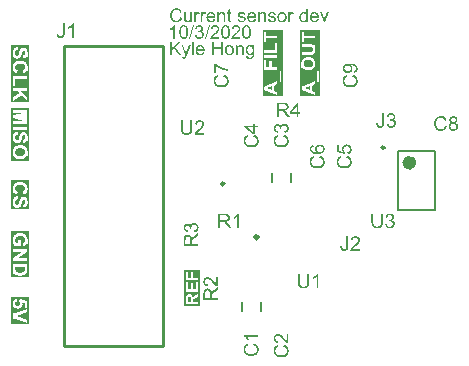
<source format=gto>
G04*
G04 #@! TF.GenerationSoftware,Altium Limited,Altium Designer,20.1.14 (287)*
G04*
G04 Layer_Color=65535*
%FSAX25Y25*%
%MOIN*%
G70*
G04*
G04 #@! TF.SameCoordinates,0E288BC8-C536-4CC5-9AEF-3088BE1C8A18*
G04*
G04*
G04 #@! TF.FilePolarity,Positive*
G04*
G01*
G75*
%ADD10C,0.01181*%
%ADD11C,0.00984*%
%ADD12C,0.02362*%
%ADD13C,0.00787*%
%ADD14C,0.01000*%
G36*
X0058227Y0118369D02*
X0058281Y0118362D01*
X0058350Y0118355D01*
X0058425Y0118348D01*
X0058507Y0118335D01*
X0058684Y0118294D01*
X0058875Y0118232D01*
X0058971Y0118191D01*
X0059067Y0118143D01*
X0059155Y0118089D01*
X0059244Y0118027D01*
X0059251Y0118020D01*
X0059265Y0118014D01*
X0059285Y0117993D01*
X0059319Y0117966D01*
X0059354Y0117932D01*
X0059401Y0117884D01*
X0059449Y0117836D01*
X0059497Y0117781D01*
X0059552Y0117713D01*
X0059599Y0117645D01*
X0059654Y0117563D01*
X0059709Y0117474D01*
X0059756Y0117385D01*
X0059804Y0117283D01*
X0059886Y0117064D01*
X0059299Y0116928D01*
Y0116934D01*
X0059292Y0116948D01*
X0059285Y0116975D01*
X0059272Y0117010D01*
X0059251Y0117051D01*
X0059231Y0117098D01*
X0059183Y0117201D01*
X0059121Y0117317D01*
X0059039Y0117440D01*
X0058951Y0117549D01*
X0058841Y0117645D01*
X0058828Y0117652D01*
X0058787Y0117679D01*
X0058725Y0117713D01*
X0058636Y0117761D01*
X0058534Y0117802D01*
X0058404Y0117836D01*
X0058261Y0117863D01*
X0058097Y0117870D01*
X0058049D01*
X0058015Y0117863D01*
X0057967D01*
X0057919Y0117857D01*
X0057796Y0117836D01*
X0057660Y0117809D01*
X0057516Y0117761D01*
X0057373Y0117699D01*
X0057236Y0117617D01*
X0057229D01*
X0057223Y0117604D01*
X0057182Y0117570D01*
X0057120Y0117515D01*
X0057045Y0117440D01*
X0056970Y0117344D01*
X0056888Y0117235D01*
X0056813Y0117098D01*
X0056751Y0116948D01*
Y0116941D01*
X0056744Y0116928D01*
X0056738Y0116907D01*
X0056731Y0116873D01*
X0056717Y0116839D01*
X0056710Y0116791D01*
X0056683Y0116682D01*
X0056656Y0116552D01*
X0056635Y0116409D01*
X0056621Y0116251D01*
X0056615Y0116087D01*
Y0116081D01*
Y0116060D01*
Y0116033D01*
Y0115992D01*
X0056621Y0115944D01*
Y0115883D01*
X0056628Y0115821D01*
X0056635Y0115753D01*
X0056656Y0115596D01*
X0056683Y0115425D01*
X0056724Y0115254D01*
X0056779Y0115090D01*
Y0115084D01*
X0056786Y0115070D01*
X0056799Y0115049D01*
X0056813Y0115022D01*
X0056847Y0114940D01*
X0056902Y0114851D01*
X0056977Y0114742D01*
X0057065Y0114640D01*
X0057168Y0114537D01*
X0057291Y0114448D01*
X0057298D01*
X0057305Y0114442D01*
X0057325Y0114428D01*
X0057352Y0114414D01*
X0057428Y0114387D01*
X0057523Y0114346D01*
X0057632Y0114312D01*
X0057762Y0114278D01*
X0057906Y0114250D01*
X0058056Y0114243D01*
X0058104D01*
X0058138Y0114250D01*
X0058179D01*
X0058233Y0114257D01*
X0058350Y0114278D01*
X0058479Y0114312D01*
X0058623Y0114366D01*
X0058759Y0114435D01*
X0058896Y0114530D01*
X0058903Y0114537D01*
X0058910Y0114544D01*
X0058951Y0114585D01*
X0059012Y0114653D01*
X0059087Y0114742D01*
X0059162Y0114865D01*
X0059244Y0115008D01*
X0059312Y0115186D01*
X0059367Y0115384D01*
X0059961Y0115234D01*
Y0115227D01*
X0059955Y0115200D01*
X0059941Y0115165D01*
X0059927Y0115111D01*
X0059900Y0115056D01*
X0059873Y0114981D01*
X0059845Y0114906D01*
X0059804Y0114824D01*
X0059715Y0114640D01*
X0059593Y0114455D01*
X0059456Y0114278D01*
X0059374Y0114196D01*
X0059285Y0114120D01*
X0059278Y0114114D01*
X0059265Y0114107D01*
X0059237Y0114086D01*
X0059196Y0114059D01*
X0059149Y0114032D01*
X0059094Y0113997D01*
X0059032Y0113963D01*
X0058957Y0113929D01*
X0058875Y0113895D01*
X0058787Y0113861D01*
X0058684Y0113827D01*
X0058582Y0113800D01*
X0058356Y0113752D01*
X0058233Y0113745D01*
X0058104Y0113738D01*
X0058035D01*
X0057981Y0113745D01*
X0057919D01*
X0057851Y0113752D01*
X0057769Y0113765D01*
X0057687Y0113772D01*
X0057496Y0113813D01*
X0057298Y0113861D01*
X0057107Y0113936D01*
X0057011Y0113977D01*
X0056922Y0114032D01*
X0056915Y0114039D01*
X0056902Y0114045D01*
X0056881Y0114066D01*
X0056847Y0114086D01*
X0056765Y0114155D01*
X0056669Y0114250D01*
X0056553Y0114366D01*
X0056444Y0114517D01*
X0056328Y0114687D01*
X0056232Y0114885D01*
Y0114892D01*
X0056225Y0114913D01*
X0056212Y0114940D01*
X0056198Y0114981D01*
X0056178Y0115036D01*
X0056157Y0115097D01*
X0056137Y0115165D01*
X0056116Y0115247D01*
X0056096Y0115329D01*
X0056075Y0115425D01*
X0056034Y0115630D01*
X0056007Y0115849D01*
X0056000Y0116087D01*
Y0116094D01*
Y0116122D01*
Y0116156D01*
X0056007Y0116204D01*
Y0116265D01*
X0056014Y0116340D01*
X0056020Y0116415D01*
X0056034Y0116504D01*
X0056068Y0116695D01*
X0056109Y0116900D01*
X0056178Y0117112D01*
X0056266Y0117310D01*
Y0117317D01*
X0056280Y0117331D01*
X0056294Y0117358D01*
X0056314Y0117399D01*
X0056341Y0117440D01*
X0056376Y0117488D01*
X0056464Y0117604D01*
X0056567Y0117734D01*
X0056697Y0117863D01*
X0056854Y0117993D01*
X0057025Y0118102D01*
X0057031D01*
X0057045Y0118116D01*
X0057072Y0118130D01*
X0057113Y0118143D01*
X0057154Y0118164D01*
X0057209Y0118191D01*
X0057277Y0118212D01*
X0057345Y0118239D01*
X0057421Y0118266D01*
X0057503Y0118287D01*
X0057687Y0118335D01*
X0057892Y0118362D01*
X0058110Y0118376D01*
X0058179D01*
X0058227Y0118369D01*
D02*
G37*
G36*
X0101877Y0113813D02*
X0101365D01*
Y0114216D01*
X0101358Y0114209D01*
X0101351Y0114196D01*
X0101331Y0114175D01*
X0101303Y0114141D01*
X0101276Y0114107D01*
X0101235Y0114066D01*
X0101187Y0114025D01*
X0101133Y0113977D01*
X0101071Y0113936D01*
X0101003Y0113888D01*
X0100928Y0113847D01*
X0100853Y0113813D01*
X0100764Y0113779D01*
X0100668Y0113759D01*
X0100566Y0113745D01*
X0100457Y0113738D01*
X0100416D01*
X0100388Y0113745D01*
X0100313Y0113752D01*
X0100224Y0113765D01*
X0100108Y0113793D01*
X0099992Y0113827D01*
X0099862Y0113881D01*
X0099739Y0113950D01*
X0099733D01*
X0099726Y0113957D01*
X0099685Y0113991D01*
X0099630Y0114039D01*
X0099555Y0114107D01*
X0099480Y0114189D01*
X0099391Y0114291D01*
X0099316Y0114407D01*
X0099241Y0114544D01*
Y0114551D01*
X0099234Y0114564D01*
X0099227Y0114585D01*
X0099213Y0114612D01*
X0099200Y0114646D01*
X0099186Y0114694D01*
X0099152Y0114804D01*
X0099118Y0114933D01*
X0099090Y0115084D01*
X0099070Y0115247D01*
X0099063Y0115432D01*
Y0115439D01*
Y0115452D01*
Y0115480D01*
Y0115514D01*
X0099070Y0115555D01*
Y0115609D01*
X0099084Y0115726D01*
X0099104Y0115862D01*
X0099131Y0116006D01*
X0099166Y0116163D01*
X0099220Y0116313D01*
Y0116320D01*
X0099227Y0116333D01*
X0099241Y0116354D01*
X0099254Y0116381D01*
X0099288Y0116449D01*
X0099343Y0116538D01*
X0099411Y0116641D01*
X0099493Y0116743D01*
X0099589Y0116839D01*
X0099705Y0116928D01*
X0099712D01*
X0099719Y0116934D01*
X0099760Y0116962D01*
X0099828Y0116996D01*
X0099917Y0117037D01*
X0100026Y0117071D01*
X0100149Y0117105D01*
X0100286Y0117132D01*
X0100429Y0117139D01*
X0100477D01*
X0100532Y0117132D01*
X0100607Y0117126D01*
X0100682Y0117105D01*
X0100771Y0117085D01*
X0100859Y0117051D01*
X0100948Y0117010D01*
X0100962Y0117003D01*
X0100989Y0116989D01*
X0101030Y0116962D01*
X0101085Y0116921D01*
X0101139Y0116880D01*
X0101208Y0116825D01*
X0101269Y0116757D01*
X0101324Y0116689D01*
Y0118300D01*
X0101877D01*
Y0113813D01*
D02*
G37*
G36*
X0086974Y0117132D02*
X0087042Y0117126D01*
X0087124Y0117112D01*
X0087220Y0117092D01*
X0087309Y0117064D01*
X0087404Y0117030D01*
X0087418Y0117023D01*
X0087445Y0117010D01*
X0087486Y0116989D01*
X0087541Y0116955D01*
X0087602Y0116914D01*
X0087664Y0116866D01*
X0087725Y0116812D01*
X0087773Y0116750D01*
X0087780Y0116743D01*
X0087794Y0116723D01*
X0087814Y0116682D01*
X0087841Y0116634D01*
X0087869Y0116579D01*
X0087896Y0116511D01*
X0087923Y0116429D01*
X0087944Y0116347D01*
Y0116340D01*
X0087951Y0116320D01*
X0087958Y0116279D01*
X0087964Y0116224D01*
Y0116149D01*
X0087971Y0116053D01*
X0087978Y0115944D01*
Y0115807D01*
Y0113813D01*
X0087425D01*
Y0115787D01*
Y0115794D01*
Y0115801D01*
Y0115842D01*
Y0115903D01*
X0087418Y0115978D01*
X0087411Y0116053D01*
X0087397Y0116142D01*
X0087377Y0116217D01*
X0087357Y0116286D01*
Y0116292D01*
X0087343Y0116313D01*
X0087329Y0116347D01*
X0087309Y0116381D01*
X0087275Y0116429D01*
X0087234Y0116470D01*
X0087186Y0116518D01*
X0087131Y0116559D01*
X0087124Y0116566D01*
X0087104Y0116572D01*
X0087070Y0116593D01*
X0087022Y0116613D01*
X0086967Y0116627D01*
X0086899Y0116648D01*
X0086831Y0116654D01*
X0086749Y0116661D01*
X0086687D01*
X0086626Y0116648D01*
X0086537Y0116634D01*
X0086441Y0116607D01*
X0086346Y0116566D01*
X0086236Y0116511D01*
X0086141Y0116436D01*
X0086127Y0116422D01*
X0086100Y0116388D01*
X0086059Y0116333D01*
X0086038Y0116292D01*
X0086018Y0116245D01*
X0085991Y0116190D01*
X0085970Y0116129D01*
X0085949Y0116060D01*
X0085929Y0115985D01*
X0085909Y0115896D01*
X0085902Y0115801D01*
X0085888Y0115698D01*
Y0115589D01*
Y0113813D01*
X0085335D01*
Y0117064D01*
X0085833D01*
Y0116600D01*
X0085840Y0116607D01*
X0085847Y0116620D01*
X0085868Y0116648D01*
X0085902Y0116682D01*
X0085936Y0116723D01*
X0085984Y0116771D01*
X0086032Y0116818D01*
X0086093Y0116873D01*
X0086168Y0116921D01*
X0086243Y0116969D01*
X0086325Y0117016D01*
X0086421Y0117057D01*
X0086516Y0117092D01*
X0086626Y0117119D01*
X0086742Y0117132D01*
X0086865Y0117139D01*
X0086913D01*
X0086974Y0117132D01*
D02*
G37*
G36*
X0073389Y0117132D02*
X0073457Y0117126D01*
X0073539Y0117112D01*
X0073635Y0117092D01*
X0073724Y0117064D01*
X0073820Y0117030D01*
X0073833Y0117023D01*
X0073861Y0117010D01*
X0073901Y0116989D01*
X0073956Y0116955D01*
X0074018Y0116914D01*
X0074079Y0116866D01*
X0074141Y0116812D01*
X0074188Y0116750D01*
X0074195Y0116743D01*
X0074209Y0116723D01*
X0074229Y0116682D01*
X0074257Y0116634D01*
X0074284Y0116579D01*
X0074311Y0116511D01*
X0074339Y0116429D01*
X0074359Y0116347D01*
Y0116340D01*
X0074366Y0116320D01*
X0074373Y0116279D01*
X0074379Y0116224D01*
Y0116149D01*
X0074386Y0116053D01*
X0074393Y0115944D01*
Y0115807D01*
Y0113813D01*
X0073840D01*
Y0115787D01*
Y0115794D01*
Y0115801D01*
Y0115842D01*
Y0115903D01*
X0073833Y0115978D01*
X0073826Y0116053D01*
X0073813Y0116142D01*
X0073792Y0116217D01*
X0073772Y0116286D01*
Y0116292D01*
X0073758Y0116313D01*
X0073744Y0116347D01*
X0073724Y0116381D01*
X0073690Y0116429D01*
X0073649Y0116470D01*
X0073601Y0116518D01*
X0073546Y0116559D01*
X0073539Y0116566D01*
X0073519Y0116572D01*
X0073485Y0116593D01*
X0073437Y0116613D01*
X0073382Y0116627D01*
X0073314Y0116648D01*
X0073246Y0116654D01*
X0073164Y0116661D01*
X0073102D01*
X0073041Y0116648D01*
X0072952Y0116634D01*
X0072856Y0116607D01*
X0072761Y0116566D01*
X0072651Y0116511D01*
X0072556Y0116436D01*
X0072542Y0116422D01*
X0072515Y0116388D01*
X0072474Y0116333D01*
X0072453Y0116292D01*
X0072433Y0116245D01*
X0072406Y0116190D01*
X0072385Y0116129D01*
X0072365Y0116060D01*
X0072344Y0115985D01*
X0072324Y0115896D01*
X0072317Y0115801D01*
X0072303Y0115698D01*
Y0115589D01*
Y0113813D01*
X0071750D01*
Y0117064D01*
X0072249D01*
Y0116600D01*
X0072255Y0116607D01*
X0072262Y0116620D01*
X0072283Y0116648D01*
X0072317Y0116682D01*
X0072351Y0116723D01*
X0072399Y0116771D01*
X0072447Y0116818D01*
X0072508Y0116873D01*
X0072583Y0116921D01*
X0072658Y0116969D01*
X0072740Y0117016D01*
X0072836Y0117057D01*
X0072932Y0117092D01*
X0073041Y0117119D01*
X0073157Y0117132D01*
X0073280Y0117139D01*
X0073328D01*
X0073389Y0117132D01*
D02*
G37*
G36*
X0096734Y0117132D02*
X0096809Y0117119D01*
X0096891Y0117092D01*
X0096987Y0117064D01*
X0097089Y0117016D01*
X0097199Y0116955D01*
X0097000Y0116449D01*
X0096994Y0116456D01*
X0096966Y0116470D01*
X0096925Y0116490D01*
X0096877Y0116511D01*
X0096816Y0116532D01*
X0096748Y0116552D01*
X0096673Y0116566D01*
X0096597Y0116572D01*
X0096570D01*
X0096536Y0116566D01*
X0096488Y0116559D01*
X0096440Y0116545D01*
X0096386Y0116525D01*
X0096331Y0116497D01*
X0096276Y0116463D01*
X0096270Y0116456D01*
X0096256Y0116443D01*
X0096229Y0116415D01*
X0096201Y0116381D01*
X0096167Y0116340D01*
X0096133Y0116286D01*
X0096106Y0116224D01*
X0096078Y0116156D01*
X0096072Y0116142D01*
X0096065Y0116108D01*
X0096051Y0116047D01*
X0096038Y0115965D01*
X0096017Y0115869D01*
X0096003Y0115760D01*
X0095996Y0115644D01*
X0095990Y0115514D01*
Y0113813D01*
X0095436D01*
Y0117064D01*
X0095935D01*
Y0116579D01*
X0095942Y0116586D01*
X0095969Y0116627D01*
X0096003Y0116689D01*
X0096044Y0116757D01*
X0096099Y0116832D01*
X0096160Y0116907D01*
X0096215Y0116975D01*
X0096276Y0117023D01*
X0096283Y0117030D01*
X0096304Y0117044D01*
X0096338Y0117057D01*
X0096386Y0117085D01*
X0096434Y0117105D01*
X0096495Y0117119D01*
X0096563Y0117132D01*
X0096632Y0117139D01*
X0096680D01*
X0096734Y0117132D01*
D02*
G37*
G36*
X0067481Y0117132D02*
X0067556Y0117119D01*
X0067638Y0117092D01*
X0067734Y0117064D01*
X0067836Y0117016D01*
X0067946Y0116955D01*
X0067748Y0116449D01*
X0067741Y0116456D01*
X0067713Y0116470D01*
X0067672Y0116490D01*
X0067625Y0116511D01*
X0067563Y0116532D01*
X0067495Y0116552D01*
X0067420Y0116566D01*
X0067345Y0116572D01*
X0067317D01*
X0067283Y0116566D01*
X0067235Y0116559D01*
X0067188Y0116545D01*
X0067133Y0116525D01*
X0067078Y0116497D01*
X0067024Y0116463D01*
X0067017Y0116456D01*
X0067003Y0116443D01*
X0066976Y0116415D01*
X0066948Y0116381D01*
X0066914Y0116340D01*
X0066880Y0116286D01*
X0066853Y0116224D01*
X0066825Y0116156D01*
X0066819Y0116142D01*
X0066812Y0116108D01*
X0066798Y0116047D01*
X0066785Y0115965D01*
X0066764Y0115869D01*
X0066750Y0115760D01*
X0066744Y0115644D01*
X0066737Y0115514D01*
Y0113813D01*
X0066184D01*
Y0117064D01*
X0066682D01*
Y0116579D01*
X0066689Y0116586D01*
X0066716Y0116627D01*
X0066750Y0116689D01*
X0066791Y0116757D01*
X0066846Y0116832D01*
X0066908Y0116907D01*
X0066962Y0116975D01*
X0067024Y0117023D01*
X0067030Y0117030D01*
X0067051Y0117044D01*
X0067085Y0117057D01*
X0067133Y0117085D01*
X0067181Y0117105D01*
X0067242Y0117119D01*
X0067311Y0117132D01*
X0067379Y0117139D01*
X0067427D01*
X0067481Y0117132D01*
D02*
G37*
G36*
X0065398D02*
X0065473Y0117119D01*
X0065555Y0117092D01*
X0065651Y0117064D01*
X0065753Y0117016D01*
X0065863Y0116955D01*
X0065664Y0116449D01*
X0065658Y0116456D01*
X0065630Y0116470D01*
X0065589Y0116490D01*
X0065541Y0116511D01*
X0065480Y0116532D01*
X0065412Y0116552D01*
X0065337Y0116566D01*
X0065262Y0116572D01*
X0065234D01*
X0065200Y0116566D01*
X0065152Y0116559D01*
X0065104Y0116545D01*
X0065050Y0116525D01*
X0064995Y0116497D01*
X0064941Y0116463D01*
X0064934Y0116456D01*
X0064920Y0116443D01*
X0064893Y0116415D01*
X0064865Y0116381D01*
X0064831Y0116340D01*
X0064797Y0116286D01*
X0064770Y0116224D01*
X0064742Y0116156D01*
X0064736Y0116142D01*
X0064729Y0116108D01*
X0064715Y0116047D01*
X0064701Y0115965D01*
X0064681Y0115869D01*
X0064667Y0115760D01*
X0064660Y0115644D01*
X0064654Y0115514D01*
Y0113813D01*
X0064100D01*
Y0117064D01*
X0064599D01*
Y0116579D01*
X0064606Y0116586D01*
X0064633Y0116627D01*
X0064667Y0116689D01*
X0064708Y0116757D01*
X0064763Y0116832D01*
X0064824Y0116907D01*
X0064879Y0116975D01*
X0064941Y0117023D01*
X0064947Y0117030D01*
X0064968Y0117044D01*
X0065002Y0117057D01*
X0065050Y0117085D01*
X0065098Y0117105D01*
X0065159Y0117119D01*
X0065227Y0117132D01*
X0065296Y0117139D01*
X0065343D01*
X0065398Y0117132D01*
D02*
G37*
G36*
X0090020Y0117132D02*
X0090109Y0117126D01*
X0090218Y0117112D01*
X0090328Y0117092D01*
X0090444Y0117064D01*
X0090553Y0117023D01*
X0090560D01*
X0090567Y0117016D01*
X0090601Y0117003D01*
X0090655Y0116975D01*
X0090717Y0116948D01*
X0090785Y0116900D01*
X0090860Y0116852D01*
X0090929Y0116791D01*
X0090983Y0116723D01*
X0090990Y0116716D01*
X0091004Y0116689D01*
X0091031Y0116648D01*
X0091065Y0116593D01*
X0091092Y0116525D01*
X0091127Y0116436D01*
X0091154Y0116340D01*
X0091181Y0116231D01*
X0090642Y0116156D01*
Y0116170D01*
X0090635Y0116197D01*
X0090621Y0116245D01*
X0090601Y0116299D01*
X0090574Y0116361D01*
X0090532Y0116422D01*
X0090485Y0116490D01*
X0090423Y0116545D01*
X0090416Y0116552D01*
X0090389Y0116566D01*
X0090348Y0116593D01*
X0090293Y0116620D01*
X0090225Y0116641D01*
X0090136Y0116668D01*
X0090041Y0116682D01*
X0089925Y0116689D01*
X0089863D01*
X0089795Y0116682D01*
X0089713Y0116675D01*
X0089624Y0116654D01*
X0089535Y0116634D01*
X0089447Y0116600D01*
X0089378Y0116559D01*
X0089371Y0116552D01*
X0089351Y0116538D01*
X0089330Y0116511D01*
X0089303Y0116477D01*
X0089269Y0116436D01*
X0089248Y0116381D01*
X0089228Y0116327D01*
X0089221Y0116265D01*
Y0116258D01*
Y0116245D01*
X0089228Y0116224D01*
Y0116197D01*
X0089248Y0116135D01*
X0089283Y0116067D01*
X0089289Y0116060D01*
X0089296Y0116053D01*
X0089337Y0116019D01*
X0089364Y0115992D01*
X0089399Y0115971D01*
X0089447Y0115944D01*
X0089494Y0115924D01*
X0089501D01*
X0089515Y0115917D01*
X0089542Y0115910D01*
X0089590Y0115896D01*
X0089651Y0115876D01*
X0089740Y0115849D01*
X0089850Y0115821D01*
X0089911Y0115801D01*
X0089986Y0115780D01*
X0089993D01*
X0090013Y0115773D01*
X0090041Y0115767D01*
X0090082Y0115753D01*
X0090130Y0115739D01*
X0090184Y0115726D01*
X0090307Y0115691D01*
X0090444Y0115650D01*
X0090580Y0115603D01*
X0090703Y0115562D01*
X0090758Y0115541D01*
X0090806Y0115521D01*
X0090819Y0115514D01*
X0090847Y0115500D01*
X0090888Y0115480D01*
X0090935Y0115452D01*
X0090997Y0115411D01*
X0091058Y0115357D01*
X0091113Y0115302D01*
X0091168Y0115234D01*
X0091175Y0115227D01*
X0091188Y0115200D01*
X0091209Y0115159D01*
X0091236Y0115104D01*
X0091263Y0115036D01*
X0091284Y0114954D01*
X0091297Y0114865D01*
X0091304Y0114762D01*
Y0114749D01*
Y0114715D01*
X0091297Y0114660D01*
X0091284Y0114599D01*
X0091263Y0114517D01*
X0091236Y0114428D01*
X0091195Y0114339D01*
X0091140Y0114243D01*
X0091133Y0114230D01*
X0091113Y0114202D01*
X0091072Y0114162D01*
X0091017Y0114107D01*
X0090956Y0114045D01*
X0090874Y0113984D01*
X0090778Y0113922D01*
X0090669Y0113868D01*
X0090655Y0113861D01*
X0090614Y0113847D01*
X0090553Y0113827D01*
X0090471Y0113806D01*
X0090369Y0113779D01*
X0090252Y0113759D01*
X0090123Y0113745D01*
X0089986Y0113738D01*
X0089925D01*
X0089884Y0113745D01*
X0089829D01*
X0089767Y0113752D01*
X0089624Y0113772D01*
X0089467Y0113800D01*
X0089310Y0113847D01*
X0089153Y0113909D01*
X0089085Y0113950D01*
X0089016Y0113997D01*
X0089009D01*
X0089003Y0114011D01*
X0088962Y0114045D01*
X0088907Y0114107D01*
X0088839Y0114196D01*
X0088770Y0114305D01*
X0088702Y0114442D01*
X0088641Y0114599D01*
X0088600Y0114783D01*
X0089146Y0114872D01*
Y0114865D01*
Y0114858D01*
X0089153Y0114817D01*
X0089173Y0114756D01*
X0089194Y0114681D01*
X0089228Y0114599D01*
X0089269Y0114517D01*
X0089330Y0114435D01*
X0089399Y0114359D01*
X0089406Y0114353D01*
X0089440Y0114332D01*
X0089487Y0114305D01*
X0089549Y0114278D01*
X0089638Y0114243D01*
X0089733Y0114216D01*
X0089856Y0114196D01*
X0089986Y0114189D01*
X0090048D01*
X0090116Y0114196D01*
X0090198Y0114209D01*
X0090293Y0114223D01*
X0090389Y0114250D01*
X0090478Y0114291D01*
X0090553Y0114339D01*
X0090560Y0114346D01*
X0090580Y0114366D01*
X0090614Y0114400D01*
X0090649Y0114442D01*
X0090676Y0114496D01*
X0090710Y0114564D01*
X0090731Y0114633D01*
X0090737Y0114708D01*
Y0114715D01*
Y0114742D01*
X0090731Y0114769D01*
X0090717Y0114817D01*
X0090696Y0114858D01*
X0090669Y0114913D01*
X0090628Y0114961D01*
X0090574Y0115001D01*
X0090567Y0115008D01*
X0090546Y0115015D01*
X0090512Y0115029D01*
X0090457Y0115056D01*
X0090382Y0115077D01*
X0090287Y0115111D01*
X0090225Y0115131D01*
X0090164Y0115145D01*
X0090088Y0115165D01*
X0090007Y0115186D01*
X0090000D01*
X0089979Y0115193D01*
X0089952Y0115200D01*
X0089911Y0115213D01*
X0089856Y0115227D01*
X0089802Y0115241D01*
X0089672Y0115282D01*
X0089535Y0115323D01*
X0089392Y0115364D01*
X0089262Y0115411D01*
X0089208Y0115432D01*
X0089160Y0115452D01*
X0089153Y0115459D01*
X0089119Y0115473D01*
X0089078Y0115500D01*
X0089030Y0115534D01*
X0088968Y0115575D01*
X0088914Y0115630D01*
X0088852Y0115691D01*
X0088805Y0115760D01*
X0088798Y0115767D01*
X0088784Y0115794D01*
X0088770Y0115835D01*
X0088750Y0115890D01*
X0088722Y0115951D01*
X0088709Y0116026D01*
X0088695Y0116108D01*
X0088688Y0116197D01*
Y0116204D01*
Y0116231D01*
X0088695Y0116279D01*
X0088702Y0116327D01*
X0088709Y0116388D01*
X0088729Y0116456D01*
X0088750Y0116532D01*
X0088784Y0116600D01*
X0088791Y0116607D01*
X0088805Y0116634D01*
X0088825Y0116668D01*
X0088859Y0116709D01*
X0088893Y0116757D01*
X0088941Y0116805D01*
X0088996Y0116859D01*
X0089057Y0116907D01*
X0089064Y0116914D01*
X0089085Y0116921D01*
X0089112Y0116941D01*
X0089153Y0116962D01*
X0089201Y0116989D01*
X0089262Y0117016D01*
X0089330Y0117044D01*
X0089406Y0117071D01*
X0089419D01*
X0089447Y0117085D01*
X0089487Y0117092D01*
X0089549Y0117105D01*
X0089624Y0117119D01*
X0089699Y0117126D01*
X0089788Y0117139D01*
X0089945D01*
X0090020Y0117132D01*
D02*
G37*
G36*
X0079919Y0117132D02*
X0080007Y0117126D01*
X0080117Y0117112D01*
X0080226Y0117092D01*
X0080342Y0117064D01*
X0080451Y0117023D01*
X0080458D01*
X0080465Y0117016D01*
X0080499Y0117003D01*
X0080554Y0116975D01*
X0080615Y0116948D01*
X0080684Y0116900D01*
X0080759Y0116852D01*
X0080827Y0116791D01*
X0080882Y0116723D01*
X0080888Y0116716D01*
X0080902Y0116689D01*
X0080929Y0116648D01*
X0080964Y0116593D01*
X0080991Y0116525D01*
X0081025Y0116436D01*
X0081052Y0116340D01*
X0081080Y0116231D01*
X0080540Y0116156D01*
Y0116170D01*
X0080533Y0116197D01*
X0080520Y0116245D01*
X0080499Y0116299D01*
X0080472Y0116361D01*
X0080431Y0116422D01*
X0080383Y0116490D01*
X0080322Y0116545D01*
X0080315Y0116552D01*
X0080287Y0116566D01*
X0080247Y0116593D01*
X0080192Y0116620D01*
X0080124Y0116641D01*
X0080035Y0116668D01*
X0079939Y0116682D01*
X0079823Y0116689D01*
X0079762D01*
X0079693Y0116682D01*
X0079611Y0116675D01*
X0079523Y0116654D01*
X0079434Y0116634D01*
X0079345Y0116600D01*
X0079277Y0116559D01*
X0079270Y0116552D01*
X0079249Y0116538D01*
X0079229Y0116511D01*
X0079202Y0116477D01*
X0079167Y0116436D01*
X0079147Y0116381D01*
X0079126Y0116327D01*
X0079120Y0116265D01*
Y0116258D01*
Y0116245D01*
X0079126Y0116224D01*
Y0116197D01*
X0079147Y0116135D01*
X0079181Y0116067D01*
X0079188Y0116060D01*
X0079195Y0116053D01*
X0079236Y0116019D01*
X0079263Y0115992D01*
X0079297Y0115971D01*
X0079345Y0115944D01*
X0079393Y0115924D01*
X0079400D01*
X0079413Y0115917D01*
X0079441Y0115910D01*
X0079488Y0115896D01*
X0079550Y0115876D01*
X0079639Y0115849D01*
X0079748Y0115821D01*
X0079809Y0115801D01*
X0079884Y0115780D01*
X0079891D01*
X0079912Y0115773D01*
X0079939Y0115767D01*
X0079980Y0115753D01*
X0080028Y0115739D01*
X0080083Y0115726D01*
X0080206Y0115691D01*
X0080342Y0115650D01*
X0080479Y0115603D01*
X0080602Y0115562D01*
X0080656Y0115541D01*
X0080704Y0115521D01*
X0080718Y0115514D01*
X0080745Y0115500D01*
X0080786Y0115480D01*
X0080834Y0115452D01*
X0080895Y0115411D01*
X0080957Y0115357D01*
X0081011Y0115302D01*
X0081066Y0115234D01*
X0081073Y0115227D01*
X0081087Y0115200D01*
X0081107Y0115159D01*
X0081134Y0115104D01*
X0081162Y0115036D01*
X0081182Y0114954D01*
X0081196Y0114865D01*
X0081203Y0114762D01*
Y0114749D01*
Y0114715D01*
X0081196Y0114660D01*
X0081182Y0114599D01*
X0081162Y0114517D01*
X0081134Y0114428D01*
X0081093Y0114339D01*
X0081039Y0114243D01*
X0081032Y0114230D01*
X0081011Y0114202D01*
X0080971Y0114161D01*
X0080916Y0114107D01*
X0080854Y0114045D01*
X0080772Y0113984D01*
X0080677Y0113922D01*
X0080568Y0113868D01*
X0080554Y0113861D01*
X0080513Y0113847D01*
X0080451Y0113827D01*
X0080369Y0113806D01*
X0080267Y0113779D01*
X0080151Y0113759D01*
X0080021Y0113745D01*
X0079884Y0113738D01*
X0079823D01*
X0079782Y0113745D01*
X0079727D01*
X0079666Y0113752D01*
X0079523Y0113772D01*
X0079365Y0113800D01*
X0079208Y0113847D01*
X0079051Y0113909D01*
X0078983Y0113950D01*
X0078915Y0113997D01*
X0078908D01*
X0078901Y0114011D01*
X0078860Y0114045D01*
X0078805Y0114107D01*
X0078737Y0114196D01*
X0078669Y0114305D01*
X0078601Y0114442D01*
X0078539Y0114599D01*
X0078498Y0114783D01*
X0079044Y0114872D01*
Y0114865D01*
Y0114858D01*
X0079051Y0114817D01*
X0079072Y0114756D01*
X0079092Y0114681D01*
X0079126Y0114599D01*
X0079167Y0114517D01*
X0079229Y0114435D01*
X0079297Y0114359D01*
X0079304Y0114353D01*
X0079338Y0114332D01*
X0079386Y0114305D01*
X0079447Y0114278D01*
X0079536Y0114243D01*
X0079632Y0114216D01*
X0079755Y0114196D01*
X0079884Y0114189D01*
X0079946D01*
X0080014Y0114196D01*
X0080096Y0114209D01*
X0080192Y0114223D01*
X0080287Y0114250D01*
X0080376Y0114291D01*
X0080451Y0114339D01*
X0080458Y0114346D01*
X0080479Y0114366D01*
X0080513Y0114400D01*
X0080547Y0114442D01*
X0080574Y0114496D01*
X0080608Y0114564D01*
X0080629Y0114633D01*
X0080636Y0114708D01*
Y0114715D01*
Y0114742D01*
X0080629Y0114769D01*
X0080615Y0114817D01*
X0080595Y0114858D01*
X0080568Y0114913D01*
X0080527Y0114961D01*
X0080472Y0115001D01*
X0080465Y0115008D01*
X0080445Y0115015D01*
X0080410Y0115029D01*
X0080356Y0115056D01*
X0080281Y0115077D01*
X0080185Y0115111D01*
X0080124Y0115131D01*
X0080062Y0115145D01*
X0079987Y0115165D01*
X0079905Y0115186D01*
X0079898D01*
X0079878Y0115193D01*
X0079850Y0115200D01*
X0079809Y0115213D01*
X0079755Y0115227D01*
X0079700Y0115241D01*
X0079570Y0115282D01*
X0079434Y0115323D01*
X0079290Y0115364D01*
X0079160Y0115411D01*
X0079106Y0115432D01*
X0079058Y0115452D01*
X0079051Y0115459D01*
X0079017Y0115473D01*
X0078976Y0115500D01*
X0078928Y0115534D01*
X0078867Y0115575D01*
X0078812Y0115630D01*
X0078751Y0115691D01*
X0078703Y0115760D01*
X0078696Y0115767D01*
X0078682Y0115794D01*
X0078669Y0115835D01*
X0078648Y0115889D01*
X0078621Y0115951D01*
X0078607Y0116026D01*
X0078594Y0116108D01*
X0078587Y0116197D01*
Y0116204D01*
Y0116231D01*
X0078594Y0116279D01*
X0078601Y0116327D01*
X0078607Y0116388D01*
X0078628Y0116456D01*
X0078648Y0116532D01*
X0078682Y0116600D01*
X0078689Y0116607D01*
X0078703Y0116634D01*
X0078723Y0116668D01*
X0078758Y0116709D01*
X0078792Y0116757D01*
X0078839Y0116805D01*
X0078894Y0116859D01*
X0078956Y0116907D01*
X0078962Y0116914D01*
X0078983Y0116921D01*
X0079010Y0116941D01*
X0079051Y0116962D01*
X0079099Y0116989D01*
X0079160Y0117016D01*
X0079229Y0117044D01*
X0079304Y0117071D01*
X0079318D01*
X0079345Y0117085D01*
X0079386Y0117092D01*
X0079447Y0117105D01*
X0079523Y0117119D01*
X0079598Y0117126D01*
X0079686Y0117139D01*
X0079843D01*
X0079919Y0117132D01*
D02*
G37*
G36*
X0107649Y0113813D02*
X0107129D01*
X0105893Y0117064D01*
X0106474D01*
X0107170Y0115111D01*
X0107177Y0115097D01*
X0107191Y0115056D01*
X0107211Y0114995D01*
X0107239Y0114913D01*
X0107273Y0114817D01*
X0107307Y0114708D01*
X0107348Y0114585D01*
X0107382Y0114462D01*
X0107389Y0114476D01*
X0107396Y0114510D01*
X0107416Y0114564D01*
X0107437Y0114633D01*
X0107464Y0114722D01*
X0107498Y0114831D01*
X0107539Y0114947D01*
X0107587Y0115077D01*
X0108311Y0117064D01*
X0108878D01*
X0107649Y0113813D01*
D02*
G37*
G36*
X0063240Y0113813D02*
X0062748D01*
Y0114284D01*
X0062741Y0114278D01*
X0062727Y0114264D01*
X0062707Y0114237D01*
X0062680Y0114202D01*
X0062639Y0114155D01*
X0062591Y0114114D01*
X0062536Y0114059D01*
X0062475Y0114011D01*
X0062406Y0113963D01*
X0062331Y0113909D01*
X0062243Y0113868D01*
X0062154Y0113827D01*
X0062051Y0113786D01*
X0061949Y0113759D01*
X0061833Y0113745D01*
X0061717Y0113738D01*
X0061669D01*
X0061614Y0113745D01*
X0061539Y0113752D01*
X0061457Y0113765D01*
X0061368Y0113786D01*
X0061273Y0113813D01*
X0061177Y0113847D01*
X0061164Y0113854D01*
X0061136Y0113868D01*
X0061095Y0113888D01*
X0061041Y0113922D01*
X0060979Y0113963D01*
X0060918Y0114011D01*
X0060863Y0114059D01*
X0060808Y0114120D01*
X0060802Y0114127D01*
X0060788Y0114148D01*
X0060767Y0114189D01*
X0060747Y0114237D01*
X0060713Y0114298D01*
X0060685Y0114366D01*
X0060658Y0114442D01*
X0060638Y0114530D01*
Y0114537D01*
X0060631Y0114564D01*
Y0114599D01*
X0060624Y0114653D01*
X0060617Y0114728D01*
Y0114817D01*
X0060610Y0114920D01*
Y0115042D01*
Y0117064D01*
X0061164D01*
Y0115254D01*
Y0115247D01*
Y0115234D01*
Y0115213D01*
Y0115186D01*
Y0115111D01*
X0061170Y0115022D01*
Y0114926D01*
X0061177Y0114831D01*
X0061184Y0114742D01*
X0061191Y0114674D01*
Y0114667D01*
X0061204Y0114640D01*
X0061218Y0114599D01*
X0061239Y0114551D01*
X0061266Y0114496D01*
X0061307Y0114435D01*
X0061355Y0114380D01*
X0061409Y0114332D01*
X0061416Y0114325D01*
X0061444Y0114312D01*
X0061478Y0114291D01*
X0061525Y0114271D01*
X0061587Y0114250D01*
X0061655Y0114230D01*
X0061737Y0114216D01*
X0061826Y0114209D01*
X0061867D01*
X0061915Y0114216D01*
X0061976Y0114223D01*
X0062045Y0114237D01*
X0062120Y0114264D01*
X0062202Y0114291D01*
X0062284Y0114332D01*
X0062290Y0114339D01*
X0062318Y0114359D01*
X0062359Y0114387D01*
X0062406Y0114428D01*
X0062454Y0114476D01*
X0062509Y0114537D01*
X0062550Y0114605D01*
X0062591Y0114681D01*
X0062598Y0114694D01*
X0062605Y0114722D01*
X0062618Y0114769D01*
X0062639Y0114845D01*
X0062659Y0114933D01*
X0062673Y0115042D01*
X0062680Y0115172D01*
X0062687Y0115316D01*
Y0117064D01*
X0063240D01*
Y0113813D01*
D02*
G37*
G36*
X0075882Y0117064D02*
X0076435D01*
Y0116634D01*
X0075882D01*
Y0114728D01*
Y0114722D01*
Y0114694D01*
Y0114653D01*
X0075889Y0114605D01*
X0075896Y0114503D01*
X0075903Y0114462D01*
X0075910Y0114428D01*
X0075916Y0114414D01*
X0075930Y0114387D01*
X0075957Y0114353D01*
X0075998Y0114319D01*
X0076012Y0114312D01*
X0076046Y0114305D01*
X0076108Y0114291D01*
X0076190Y0114284D01*
X0076258D01*
X0076292Y0114291D01*
X0076333D01*
X0076435Y0114305D01*
X0076511Y0113820D01*
X0076497D01*
X0076469Y0113813D01*
X0076429Y0113806D01*
X0076367Y0113800D01*
X0076306Y0113786D01*
X0076237Y0113779D01*
X0076094Y0113772D01*
X0076046D01*
X0075991Y0113779D01*
X0075923Y0113786D01*
X0075848Y0113793D01*
X0075766Y0113813D01*
X0075691Y0113834D01*
X0075623Y0113861D01*
X0075616Y0113868D01*
X0075595Y0113881D01*
X0075568Y0113902D01*
X0075534Y0113929D01*
X0075493Y0113963D01*
X0075459Y0114004D01*
X0075418Y0114052D01*
X0075390Y0114107D01*
Y0114114D01*
X0075384Y0114141D01*
X0075370Y0114182D01*
X0075363Y0114250D01*
X0075349Y0114339D01*
X0075343Y0114387D01*
X0075336Y0114448D01*
Y0114517D01*
X0075329Y0114592D01*
Y0114674D01*
Y0114762D01*
Y0116634D01*
X0074919D01*
Y0117064D01*
X0075329D01*
Y0117863D01*
X0075882Y0118198D01*
Y0117064D01*
D02*
G37*
G36*
X0104186Y0117132D02*
X0104240Y0117126D01*
X0104309Y0117119D01*
X0104377Y0117105D01*
X0104459Y0117085D01*
X0104623Y0117030D01*
X0104712Y0116996D01*
X0104800Y0116948D01*
X0104889Y0116900D01*
X0104978Y0116839D01*
X0105060Y0116771D01*
X0105142Y0116689D01*
X0105149Y0116682D01*
X0105162Y0116668D01*
X0105183Y0116641D01*
X0105210Y0116607D01*
X0105237Y0116559D01*
X0105272Y0116504D01*
X0105313Y0116443D01*
X0105354Y0116368D01*
X0105388Y0116279D01*
X0105429Y0116190D01*
X0105463Y0116087D01*
X0105497Y0115971D01*
X0105517Y0115855D01*
X0105538Y0115726D01*
X0105552Y0115589D01*
X0105559Y0115439D01*
Y0115432D01*
Y0115404D01*
Y0115357D01*
X0105552Y0115295D01*
X0103134D01*
Y0115288D01*
Y0115275D01*
X0103141Y0115241D01*
Y0115206D01*
X0103147Y0115159D01*
X0103154Y0115111D01*
X0103182Y0114988D01*
X0103223Y0114858D01*
X0103270Y0114722D01*
X0103346Y0114585D01*
X0103434Y0114469D01*
X0103448Y0114455D01*
X0103482Y0114428D01*
X0103544Y0114380D01*
X0103619Y0114332D01*
X0103721Y0114278D01*
X0103837Y0114230D01*
X0103967Y0114202D01*
X0104111Y0114189D01*
X0104165D01*
X0104220Y0114196D01*
X0104288Y0114209D01*
X0104370Y0114230D01*
X0104459Y0114257D01*
X0104548Y0114291D01*
X0104630Y0114346D01*
X0104636Y0114353D01*
X0104664Y0114380D01*
X0104705Y0114414D01*
X0104753Y0114476D01*
X0104807Y0114544D01*
X0104862Y0114633D01*
X0104917Y0114742D01*
X0104971Y0114865D01*
X0105538Y0114790D01*
Y0114783D01*
X0105531Y0114769D01*
X0105524Y0114742D01*
X0105511Y0114708D01*
X0105497Y0114667D01*
X0105476Y0114619D01*
X0105422Y0114503D01*
X0105354Y0114380D01*
X0105272Y0114250D01*
X0105162Y0114120D01*
X0105039Y0114011D01*
X0105033D01*
X0105026Y0113997D01*
X0105005Y0113984D01*
X0104971Y0113970D01*
X0104937Y0113950D01*
X0104896Y0113922D01*
X0104848Y0113902D01*
X0104787Y0113875D01*
X0104657Y0113827D01*
X0104493Y0113779D01*
X0104315Y0113752D01*
X0104111Y0113738D01*
X0104042D01*
X0103994Y0113745D01*
X0103933Y0113752D01*
X0103865Y0113759D01*
X0103789Y0113772D01*
X0103701Y0113793D01*
X0103523Y0113847D01*
X0103428Y0113881D01*
X0103339Y0113922D01*
X0103243Y0113970D01*
X0103154Y0114032D01*
X0103066Y0114100D01*
X0102984Y0114175D01*
X0102977Y0114182D01*
X0102963Y0114196D01*
X0102943Y0114223D01*
X0102922Y0114257D01*
X0102888Y0114298D01*
X0102854Y0114353D01*
X0102813Y0114421D01*
X0102779Y0114496D01*
X0102738Y0114578D01*
X0102697Y0114667D01*
X0102663Y0114769D01*
X0102635Y0114879D01*
X0102608Y0114995D01*
X0102587Y0115124D01*
X0102574Y0115261D01*
X0102567Y0115404D01*
Y0115411D01*
Y0115439D01*
Y0115487D01*
X0102574Y0115541D01*
X0102581Y0115609D01*
X0102587Y0115691D01*
X0102601Y0115780D01*
X0102622Y0115876D01*
X0102669Y0116081D01*
X0102703Y0116183D01*
X0102744Y0116292D01*
X0102792Y0116395D01*
X0102847Y0116497D01*
X0102908Y0116593D01*
X0102984Y0116682D01*
X0102990Y0116689D01*
X0103004Y0116702D01*
X0103024Y0116723D01*
X0103059Y0116757D01*
X0103100Y0116791D01*
X0103154Y0116825D01*
X0103209Y0116866D01*
X0103277Y0116914D01*
X0103352Y0116955D01*
X0103434Y0116996D01*
X0103523Y0117030D01*
X0103626Y0117071D01*
X0103728Y0117098D01*
X0103837Y0117119D01*
X0103953Y0117132D01*
X0104076Y0117139D01*
X0104138D01*
X0104186Y0117132D01*
D02*
G37*
G36*
X0093381D02*
X0093442Y0117126D01*
X0093503Y0117119D01*
X0093579Y0117105D01*
X0093661Y0117085D01*
X0093831Y0117030D01*
X0093920Y0116996D01*
X0094016Y0116955D01*
X0094105Y0116900D01*
X0094193Y0116839D01*
X0094282Y0116771D01*
X0094364Y0116695D01*
X0094371Y0116689D01*
X0094385Y0116675D01*
X0094405Y0116648D01*
X0094432Y0116613D01*
X0094467Y0116572D01*
X0094501Y0116518D01*
X0094542Y0116449D01*
X0094583Y0116381D01*
X0094617Y0116299D01*
X0094658Y0116204D01*
X0094692Y0116108D01*
X0094726Y0115999D01*
X0094753Y0115883D01*
X0094774Y0115753D01*
X0094788Y0115623D01*
X0094794Y0115480D01*
Y0115473D01*
Y0115452D01*
Y0115418D01*
Y0115377D01*
X0094788Y0115323D01*
Y0115261D01*
X0094781Y0115193D01*
X0094774Y0115118D01*
X0094747Y0114961D01*
X0094712Y0114797D01*
X0094665Y0114633D01*
X0094603Y0114489D01*
Y0114482D01*
X0094596Y0114476D01*
X0094569Y0114428D01*
X0094521Y0114366D01*
X0094460Y0114284D01*
X0094385Y0114196D01*
X0094289Y0114107D01*
X0094180Y0114018D01*
X0094050Y0113936D01*
X0094043D01*
X0094036Y0113929D01*
X0094016Y0113916D01*
X0093989Y0113909D01*
X0093913Y0113875D01*
X0093818Y0113840D01*
X0093702Y0113800D01*
X0093572Y0113772D01*
X0093428Y0113745D01*
X0093271Y0113738D01*
X0093203D01*
X0093155Y0113745D01*
X0093101Y0113752D01*
X0093032Y0113759D01*
X0092957Y0113772D01*
X0092875Y0113793D01*
X0092704Y0113847D01*
X0092609Y0113881D01*
X0092520Y0113922D01*
X0092424Y0113970D01*
X0092336Y0114032D01*
X0092247Y0114100D01*
X0092165Y0114175D01*
X0092158Y0114182D01*
X0092144Y0114196D01*
X0092124Y0114223D01*
X0092103Y0114257D01*
X0092069Y0114305D01*
X0092035Y0114359D01*
X0091994Y0114421D01*
X0091960Y0114496D01*
X0091919Y0114585D01*
X0091878Y0114674D01*
X0091844Y0114783D01*
X0091817Y0114892D01*
X0091789Y0115015D01*
X0091769Y0115145D01*
X0091755Y0115288D01*
X0091748Y0115439D01*
Y0115452D01*
Y0115480D01*
X0091755Y0115527D01*
Y0115589D01*
X0091762Y0115664D01*
X0091776Y0115746D01*
X0091789Y0115842D01*
X0091810Y0115944D01*
X0091837Y0116053D01*
X0091871Y0116163D01*
X0091912Y0116272D01*
X0091960Y0116381D01*
X0092015Y0116490D01*
X0092083Y0116593D01*
X0092158Y0116689D01*
X0092247Y0116777D01*
X0092254Y0116784D01*
X0092267Y0116791D01*
X0092288Y0116812D01*
X0092322Y0116832D01*
X0092363Y0116859D01*
X0092411Y0116893D01*
X0092465Y0116928D01*
X0092534Y0116962D01*
X0092602Y0116989D01*
X0092677Y0117023D01*
X0092855Y0117085D01*
X0093053Y0117126D01*
X0093162Y0117132D01*
X0093271Y0117139D01*
X0093333D01*
X0093381Y0117132D01*
D02*
G37*
G36*
X0083293Y0117132D02*
X0083347Y0117126D01*
X0083416Y0117119D01*
X0083484Y0117105D01*
X0083566Y0117085D01*
X0083730Y0117030D01*
X0083819Y0116996D01*
X0083907Y0116948D01*
X0083996Y0116900D01*
X0084085Y0116839D01*
X0084167Y0116771D01*
X0084249Y0116689D01*
X0084256Y0116682D01*
X0084269Y0116668D01*
X0084290Y0116641D01*
X0084317Y0116607D01*
X0084345Y0116559D01*
X0084379Y0116504D01*
X0084420Y0116443D01*
X0084461Y0116367D01*
X0084495Y0116279D01*
X0084536Y0116190D01*
X0084570Y0116087D01*
X0084604Y0115971D01*
X0084624Y0115855D01*
X0084645Y0115726D01*
X0084659Y0115589D01*
X0084666Y0115439D01*
Y0115432D01*
Y0115404D01*
Y0115357D01*
X0084659Y0115295D01*
X0082241Y0115295D01*
Y0115288D01*
Y0115275D01*
X0082248Y0115241D01*
Y0115206D01*
X0082254Y0115159D01*
X0082261Y0115111D01*
X0082289Y0114988D01*
X0082330Y0114858D01*
X0082377Y0114722D01*
X0082453Y0114585D01*
X0082541Y0114469D01*
X0082555Y0114455D01*
X0082589Y0114428D01*
X0082651Y0114380D01*
X0082726Y0114332D01*
X0082828Y0114278D01*
X0082944Y0114230D01*
X0083074Y0114202D01*
X0083218Y0114189D01*
X0083272D01*
X0083327Y0114196D01*
X0083395Y0114209D01*
X0083477Y0114230D01*
X0083566Y0114257D01*
X0083655Y0114291D01*
X0083737Y0114346D01*
X0083744Y0114353D01*
X0083771Y0114380D01*
X0083812Y0114414D01*
X0083860Y0114476D01*
X0083914Y0114544D01*
X0083969Y0114633D01*
X0084023Y0114742D01*
X0084078Y0114865D01*
X0084645Y0114790D01*
Y0114783D01*
X0084638Y0114769D01*
X0084631Y0114742D01*
X0084618Y0114708D01*
X0084604Y0114667D01*
X0084584Y0114619D01*
X0084529Y0114503D01*
X0084461Y0114380D01*
X0084379Y0114250D01*
X0084269Y0114120D01*
X0084146Y0114011D01*
X0084140D01*
X0084133Y0113997D01*
X0084112Y0113984D01*
X0084078Y0113970D01*
X0084044Y0113950D01*
X0084003Y0113922D01*
X0083955Y0113902D01*
X0083894Y0113875D01*
X0083764Y0113827D01*
X0083600Y0113779D01*
X0083422Y0113752D01*
X0083218Y0113738D01*
X0083149D01*
X0083101Y0113745D01*
X0083040Y0113752D01*
X0082972Y0113759D01*
X0082897Y0113772D01*
X0082808Y0113793D01*
X0082630Y0113847D01*
X0082535Y0113881D01*
X0082446Y0113922D01*
X0082350Y0113970D01*
X0082261Y0114032D01*
X0082173Y0114100D01*
X0082091Y0114175D01*
X0082084Y0114182D01*
X0082070Y0114196D01*
X0082050Y0114223D01*
X0082029Y0114257D01*
X0081995Y0114298D01*
X0081961Y0114353D01*
X0081920Y0114421D01*
X0081886Y0114496D01*
X0081845Y0114578D01*
X0081804Y0114667D01*
X0081770Y0114769D01*
X0081742Y0114879D01*
X0081715Y0114995D01*
X0081695Y0115124D01*
X0081681Y0115261D01*
X0081674Y0115404D01*
Y0115411D01*
Y0115439D01*
Y0115487D01*
X0081681Y0115541D01*
X0081688Y0115609D01*
X0081695Y0115691D01*
X0081708Y0115780D01*
X0081729Y0115876D01*
X0081776Y0116081D01*
X0081811Y0116183D01*
X0081852Y0116292D01*
X0081899Y0116395D01*
X0081954Y0116497D01*
X0082016Y0116593D01*
X0082091Y0116682D01*
X0082097Y0116689D01*
X0082111Y0116702D01*
X0082132Y0116723D01*
X0082166Y0116757D01*
X0082207Y0116791D01*
X0082261Y0116825D01*
X0082316Y0116866D01*
X0082384Y0116914D01*
X0082459Y0116955D01*
X0082541Y0116996D01*
X0082630Y0117030D01*
X0082733Y0117071D01*
X0082835Y0117098D01*
X0082944Y0117119D01*
X0083060Y0117132D01*
X0083183Y0117139D01*
X0083245D01*
X0083293Y0117132D01*
D02*
G37*
G36*
X0069708D02*
X0069762Y0117126D01*
X0069831Y0117119D01*
X0069899Y0117105D01*
X0069981Y0117085D01*
X0070145Y0117030D01*
X0070234Y0116996D01*
X0070323Y0116948D01*
X0070411Y0116900D01*
X0070500Y0116839D01*
X0070582Y0116771D01*
X0070664Y0116689D01*
X0070671Y0116682D01*
X0070684Y0116668D01*
X0070705Y0116641D01*
X0070732Y0116607D01*
X0070760Y0116559D01*
X0070794Y0116504D01*
X0070835Y0116443D01*
X0070876Y0116367D01*
X0070910Y0116279D01*
X0070951Y0116190D01*
X0070985Y0116087D01*
X0071019Y0115971D01*
X0071040Y0115855D01*
X0071060Y0115726D01*
X0071074Y0115589D01*
X0071081Y0115439D01*
Y0115432D01*
Y0115404D01*
Y0115357D01*
X0071074Y0115295D01*
X0068656D01*
Y0115288D01*
Y0115275D01*
X0068663Y0115241D01*
Y0115206D01*
X0068670Y0115159D01*
X0068677Y0115111D01*
X0068704Y0114988D01*
X0068745Y0114858D01*
X0068793Y0114722D01*
X0068868Y0114585D01*
X0068957Y0114469D01*
X0068970Y0114455D01*
X0069004Y0114428D01*
X0069066Y0114380D01*
X0069141Y0114332D01*
X0069243Y0114278D01*
X0069359Y0114230D01*
X0069489Y0114202D01*
X0069633Y0114189D01*
X0069687D01*
X0069742Y0114196D01*
X0069810Y0114209D01*
X0069892Y0114230D01*
X0069981Y0114257D01*
X0070070Y0114291D01*
X0070152Y0114346D01*
X0070159Y0114353D01*
X0070186Y0114380D01*
X0070227Y0114414D01*
X0070275Y0114476D01*
X0070329Y0114544D01*
X0070384Y0114633D01*
X0070439Y0114742D01*
X0070493Y0114865D01*
X0071060Y0114790D01*
Y0114783D01*
X0071053Y0114769D01*
X0071047Y0114742D01*
X0071033Y0114708D01*
X0071019Y0114667D01*
X0070999Y0114619D01*
X0070944Y0114503D01*
X0070876Y0114380D01*
X0070794Y0114250D01*
X0070684Y0114120D01*
X0070562Y0114011D01*
X0070555D01*
X0070548Y0113997D01*
X0070527Y0113984D01*
X0070493Y0113970D01*
X0070459Y0113950D01*
X0070418Y0113922D01*
X0070370Y0113902D01*
X0070309Y0113875D01*
X0070179Y0113827D01*
X0070015Y0113779D01*
X0069838Y0113752D01*
X0069633Y0113738D01*
X0069564D01*
X0069517Y0113745D01*
X0069455Y0113752D01*
X0069387Y0113759D01*
X0069312Y0113772D01*
X0069223Y0113793D01*
X0069045Y0113847D01*
X0068950Y0113881D01*
X0068861Y0113922D01*
X0068765Y0113970D01*
X0068677Y0114032D01*
X0068588Y0114100D01*
X0068506Y0114175D01*
X0068499Y0114182D01*
X0068485Y0114196D01*
X0068465Y0114223D01*
X0068444Y0114257D01*
X0068410Y0114298D01*
X0068376Y0114353D01*
X0068335Y0114421D01*
X0068301Y0114496D01*
X0068260Y0114578D01*
X0068219Y0114667D01*
X0068185Y0114769D01*
X0068157Y0114879D01*
X0068130Y0114995D01*
X0068110Y0115124D01*
X0068096Y0115261D01*
X0068089Y0115404D01*
Y0115411D01*
Y0115439D01*
Y0115487D01*
X0068096Y0115541D01*
X0068103Y0115609D01*
X0068110Y0115691D01*
X0068123Y0115780D01*
X0068144Y0115876D01*
X0068191Y0116081D01*
X0068226Y0116183D01*
X0068267Y0116292D01*
X0068314Y0116395D01*
X0068369Y0116497D01*
X0068431Y0116593D01*
X0068506Y0116682D01*
X0068513Y0116689D01*
X0068526Y0116702D01*
X0068547Y0116723D01*
X0068581Y0116757D01*
X0068622Y0116791D01*
X0068677Y0116825D01*
X0068731Y0116866D01*
X0068799Y0116914D01*
X0068875Y0116955D01*
X0068957Y0116996D01*
X0069045Y0117030D01*
X0069148Y0117071D01*
X0069250Y0117098D01*
X0069359Y0117119D01*
X0069476Y0117132D01*
X0069599Y0117139D01*
X0069660D01*
X0069708Y0117132D01*
D02*
G37*
G36*
X0065821Y0112779D02*
X0065910Y0112765D01*
X0066013Y0112745D01*
X0066129Y0112718D01*
X0066245Y0112677D01*
X0066361Y0112622D01*
X0066368D01*
X0066375Y0112615D01*
X0066416Y0112595D01*
X0066470Y0112560D01*
X0066539Y0112513D01*
X0066614Y0112451D01*
X0066696Y0112376D01*
X0066771Y0112287D01*
X0066839Y0112192D01*
X0066846Y0112178D01*
X0066866Y0112144D01*
X0066894Y0112089D01*
X0066921Y0112021D01*
X0066948Y0111932D01*
X0066976Y0111837D01*
X0066996Y0111734D01*
X0067003Y0111618D01*
Y0111604D01*
Y0111570D01*
X0066996Y0111515D01*
X0066983Y0111447D01*
X0066962Y0111365D01*
X0066935Y0111276D01*
X0066901Y0111181D01*
X0066846Y0111092D01*
X0066839Y0111078D01*
X0066819Y0111051D01*
X0066778Y0111010D01*
X0066730Y0110955D01*
X0066662Y0110894D01*
X0066587Y0110833D01*
X0066491Y0110764D01*
X0066382Y0110710D01*
X0066388D01*
X0066402Y0110703D01*
X0066423D01*
X0066450Y0110689D01*
X0066518Y0110669D01*
X0066607Y0110628D01*
X0066703Y0110580D01*
X0066805Y0110512D01*
X0066908Y0110430D01*
X0066996Y0110327D01*
X0067003Y0110313D01*
X0067030Y0110273D01*
X0067065Y0110211D01*
X0067112Y0110129D01*
X0067153Y0110027D01*
X0067188Y0109904D01*
X0067215Y0109760D01*
X0067222Y0109603D01*
Y0109596D01*
Y0109576D01*
Y0109548D01*
X0067215Y0109508D01*
X0067208Y0109453D01*
X0067201Y0109398D01*
X0067188Y0109330D01*
X0067167Y0109262D01*
X0067119Y0109105D01*
X0067085Y0109016D01*
X0067037Y0108934D01*
X0066989Y0108852D01*
X0066935Y0108770D01*
X0066866Y0108688D01*
X0066791Y0108606D01*
X0066785Y0108599D01*
X0066771Y0108585D01*
X0066750Y0108572D01*
X0066716Y0108545D01*
X0066675Y0108510D01*
X0066621Y0108476D01*
X0066559Y0108442D01*
X0066498Y0108408D01*
X0066423Y0108367D01*
X0066341Y0108333D01*
X0066252Y0108299D01*
X0066156Y0108264D01*
X0066054Y0108237D01*
X0065944Y0108223D01*
X0065828Y0108210D01*
X0065712Y0108203D01*
X0065658D01*
X0065617Y0108210D01*
X0065562Y0108217D01*
X0065507Y0108223D01*
X0065439Y0108230D01*
X0065371Y0108244D01*
X0065214Y0108285D01*
X0065050Y0108353D01*
X0064968Y0108387D01*
X0064893Y0108435D01*
X0064811Y0108490D01*
X0064736Y0108551D01*
X0064729Y0108558D01*
X0064722Y0108565D01*
X0064701Y0108585D01*
X0064674Y0108613D01*
X0064647Y0108654D01*
X0064613Y0108695D01*
X0064572Y0108742D01*
X0064538Y0108797D01*
X0064455Y0108934D01*
X0064387Y0109091D01*
X0064326Y0109268D01*
X0064305Y0109364D01*
X0064292Y0109467D01*
X0064845Y0109542D01*
Y0109535D01*
X0064852Y0109521D01*
Y0109494D01*
X0064865Y0109467D01*
X0064886Y0109385D01*
X0064920Y0109282D01*
X0064961Y0109173D01*
X0065016Y0109057D01*
X0065084Y0108954D01*
X0065159Y0108865D01*
X0065173Y0108859D01*
X0065200Y0108831D01*
X0065248Y0108804D01*
X0065316Y0108763D01*
X0065391Y0108729D01*
X0065487Y0108695D01*
X0065596Y0108667D01*
X0065712Y0108661D01*
X0065753D01*
X0065781Y0108667D01*
X0065849Y0108674D01*
X0065938Y0108695D01*
X0066047Y0108729D01*
X0066156Y0108770D01*
X0066265Y0108838D01*
X0066368Y0108927D01*
X0066382Y0108941D01*
X0066409Y0108975D01*
X0066450Y0109029D01*
X0066505Y0109111D01*
X0066552Y0109207D01*
X0066593Y0109323D01*
X0066621Y0109453D01*
X0066634Y0109596D01*
Y0109603D01*
Y0109610D01*
Y0109630D01*
X0066628Y0109658D01*
X0066621Y0109726D01*
X0066600Y0109815D01*
X0066573Y0109911D01*
X0066525Y0110020D01*
X0066464Y0110122D01*
X0066382Y0110218D01*
X0066368Y0110231D01*
X0066341Y0110259D01*
X0066286Y0110293D01*
X0066211Y0110341D01*
X0066122Y0110389D01*
X0066013Y0110423D01*
X0065897Y0110450D01*
X0065760Y0110464D01*
X0065699D01*
X0065651Y0110457D01*
X0065596Y0110450D01*
X0065528Y0110443D01*
X0065453Y0110430D01*
X0065371Y0110409D01*
X0065432Y0110894D01*
X0065466D01*
X0065494Y0110887D01*
X0065583D01*
X0065644Y0110894D01*
X0065733Y0110908D01*
X0065828Y0110928D01*
X0065931Y0110962D01*
X0066040Y0111003D01*
X0066149Y0111065D01*
X0066163Y0111072D01*
X0066197Y0111099D01*
X0066238Y0111147D01*
X0066293Y0111208D01*
X0066347Y0111283D01*
X0066388Y0111379D01*
X0066423Y0111495D01*
X0066436Y0111632D01*
Y0111638D01*
Y0111645D01*
Y0111679D01*
X0066423Y0111734D01*
X0066409Y0111809D01*
X0066388Y0111884D01*
X0066347Y0111966D01*
X0066300Y0112055D01*
X0066231Y0112130D01*
X0066224Y0112137D01*
X0066197Y0112164D01*
X0066149Y0112198D01*
X0066088Y0112233D01*
X0066013Y0112274D01*
X0065924Y0112301D01*
X0065821Y0112328D01*
X0065705Y0112335D01*
X0065651D01*
X0065589Y0112321D01*
X0065521Y0112308D01*
X0065432Y0112287D01*
X0065343Y0112246D01*
X0065255Y0112198D01*
X0065166Y0112130D01*
X0065159Y0112123D01*
X0065132Y0112096D01*
X0065098Y0112048D01*
X0065057Y0111980D01*
X0065009Y0111898D01*
X0064968Y0111795D01*
X0064927Y0111673D01*
X0064899Y0111529D01*
X0064346Y0111625D01*
Y0111632D01*
X0064353Y0111652D01*
X0064360Y0111679D01*
X0064367Y0111714D01*
X0064380Y0111761D01*
X0064394Y0111816D01*
X0064442Y0111939D01*
X0064496Y0112076D01*
X0064578Y0112219D01*
X0064674Y0112356D01*
X0064797Y0112478D01*
X0064804Y0112485D01*
X0064811Y0112492D01*
X0064831Y0112506D01*
X0064865Y0112526D01*
X0064899Y0112547D01*
X0064941Y0112574D01*
X0065043Y0112636D01*
X0065173Y0112690D01*
X0065330Y0112738D01*
X0065500Y0112772D01*
X0065596Y0112786D01*
X0065753D01*
X0065821Y0112779D01*
D02*
G37*
G36*
X0078068D02*
X0078122Y0112772D01*
X0078184Y0112765D01*
X0078252Y0112759D01*
X0078327Y0112738D01*
X0078491Y0112697D01*
X0078662Y0112636D01*
X0078751Y0112595D01*
X0078833Y0112547D01*
X0078908Y0112485D01*
X0078983Y0112424D01*
X0078990Y0112417D01*
X0078997Y0112410D01*
X0079017Y0112390D01*
X0079044Y0112362D01*
X0079072Y0112321D01*
X0079106Y0112280D01*
X0079174Y0112178D01*
X0079242Y0112048D01*
X0079304Y0111898D01*
X0079352Y0111727D01*
X0079359Y0111632D01*
X0079365Y0111536D01*
Y0111522D01*
Y0111488D01*
X0079359Y0111433D01*
X0079352Y0111365D01*
X0079338Y0111283D01*
X0079318Y0111195D01*
X0079290Y0111099D01*
X0079249Y0111003D01*
X0079242Y0110990D01*
X0079229Y0110955D01*
X0079202Y0110908D01*
X0079160Y0110839D01*
X0079113Y0110757D01*
X0079051Y0110662D01*
X0078969Y0110566D01*
X0078881Y0110457D01*
X0078867Y0110443D01*
X0078833Y0110402D01*
X0078771Y0110341D01*
X0078730Y0110300D01*
X0078682Y0110252D01*
X0078628Y0110197D01*
X0078559Y0110136D01*
X0078491Y0110074D01*
X0078416Y0109999D01*
X0078334Y0109924D01*
X0078238Y0109842D01*
X0078143Y0109760D01*
X0078034Y0109665D01*
X0078027Y0109658D01*
X0078013Y0109644D01*
X0077986Y0109624D01*
X0077952Y0109596D01*
X0077870Y0109528D01*
X0077767Y0109439D01*
X0077665Y0109344D01*
X0077556Y0109248D01*
X0077467Y0109166D01*
X0077433Y0109132D01*
X0077398Y0109098D01*
X0077392Y0109091D01*
X0077378Y0109070D01*
X0077351Y0109043D01*
X0077316Y0109002D01*
X0077241Y0108913D01*
X0077166Y0108804D01*
X0079372D01*
Y0108278D01*
X0076401D01*
Y0108285D01*
Y0108312D01*
Y0108353D01*
X0076408Y0108401D01*
X0076415Y0108456D01*
X0076422Y0108517D01*
X0076442Y0108585D01*
X0076463Y0108654D01*
Y0108661D01*
X0076469Y0108667D01*
X0076483Y0108708D01*
X0076511Y0108763D01*
X0076552Y0108845D01*
X0076599Y0108934D01*
X0076668Y0109036D01*
X0076736Y0109139D01*
X0076825Y0109248D01*
Y0109255D01*
X0076838Y0109262D01*
X0076872Y0109303D01*
X0076927Y0109364D01*
X0077009Y0109446D01*
X0077112Y0109542D01*
X0077235Y0109658D01*
X0077385Y0109787D01*
X0077549Y0109931D01*
X0077556Y0109938D01*
X0077583Y0109958D01*
X0077617Y0109986D01*
X0077665Y0110033D01*
X0077726Y0110081D01*
X0077794Y0110143D01*
X0077945Y0110273D01*
X0078109Y0110430D01*
X0078273Y0110587D01*
X0078355Y0110662D01*
X0078423Y0110737D01*
X0078484Y0110812D01*
X0078539Y0110880D01*
Y0110887D01*
X0078553Y0110894D01*
X0078566Y0110915D01*
X0078580Y0110942D01*
X0078621Y0111010D01*
X0078669Y0111099D01*
X0078717Y0111201D01*
X0078758Y0111311D01*
X0078785Y0111433D01*
X0078799Y0111550D01*
Y0111556D01*
Y0111563D01*
X0078792Y0111604D01*
X0078785Y0111666D01*
X0078771Y0111741D01*
X0078737Y0111830D01*
X0078696Y0111918D01*
X0078641Y0112014D01*
X0078559Y0112103D01*
X0078546Y0112110D01*
X0078518Y0112137D01*
X0078464Y0112171D01*
X0078396Y0112219D01*
X0078307Y0112260D01*
X0078204Y0112294D01*
X0078081Y0112321D01*
X0077945Y0112328D01*
X0077904D01*
X0077877Y0112321D01*
X0077808Y0112315D01*
X0077719Y0112301D01*
X0077617Y0112267D01*
X0077508Y0112226D01*
X0077405Y0112164D01*
X0077310Y0112082D01*
X0077303Y0112069D01*
X0077276Y0112041D01*
X0077235Y0111987D01*
X0077193Y0111912D01*
X0077146Y0111816D01*
X0077112Y0111707D01*
X0077084Y0111577D01*
X0077071Y0111427D01*
X0076504Y0111488D01*
Y0111495D01*
Y0111515D01*
X0076511Y0111550D01*
X0076517Y0111591D01*
X0076531Y0111645D01*
X0076538Y0111707D01*
X0076579Y0111843D01*
X0076633Y0112000D01*
X0076709Y0112157D01*
X0076811Y0112315D01*
X0076866Y0112383D01*
X0076934Y0112451D01*
X0076941Y0112458D01*
X0076954Y0112465D01*
X0076975Y0112485D01*
X0077002Y0112506D01*
X0077043Y0112526D01*
X0077091Y0112560D01*
X0077146Y0112588D01*
X0077207Y0112622D01*
X0077276Y0112649D01*
X0077351Y0112683D01*
X0077439Y0112711D01*
X0077528Y0112731D01*
X0077733Y0112772D01*
X0077842Y0112779D01*
X0077959Y0112786D01*
X0078020D01*
X0078068Y0112779D01*
D02*
G37*
G36*
X0071101D02*
X0071156Y0112772D01*
X0071217Y0112765D01*
X0071285Y0112759D01*
X0071361Y0112738D01*
X0071525Y0112697D01*
X0071695Y0112636D01*
X0071784Y0112595D01*
X0071866Y0112547D01*
X0071941Y0112485D01*
X0072016Y0112424D01*
X0072023Y0112417D01*
X0072030Y0112410D01*
X0072050Y0112390D01*
X0072078Y0112362D01*
X0072105Y0112321D01*
X0072139Y0112280D01*
X0072208Y0112178D01*
X0072276Y0112048D01*
X0072337Y0111898D01*
X0072385Y0111727D01*
X0072392Y0111632D01*
X0072399Y0111536D01*
Y0111522D01*
Y0111488D01*
X0072392Y0111433D01*
X0072385Y0111365D01*
X0072372Y0111283D01*
X0072351Y0111195D01*
X0072324Y0111099D01*
X0072283Y0111003D01*
X0072276Y0110990D01*
X0072262Y0110955D01*
X0072235Y0110908D01*
X0072194Y0110839D01*
X0072146Y0110757D01*
X0072085Y0110662D01*
X0072003Y0110566D01*
X0071914Y0110457D01*
X0071900Y0110443D01*
X0071866Y0110402D01*
X0071805Y0110341D01*
X0071764Y0110300D01*
X0071716Y0110252D01*
X0071661Y0110197D01*
X0071593Y0110136D01*
X0071525Y0110074D01*
X0071450Y0109999D01*
X0071368Y0109924D01*
X0071272Y0109842D01*
X0071176Y0109760D01*
X0071067Y0109665D01*
X0071060Y0109658D01*
X0071047Y0109644D01*
X0071019Y0109624D01*
X0070985Y0109596D01*
X0070903Y0109528D01*
X0070801Y0109439D01*
X0070698Y0109344D01*
X0070589Y0109248D01*
X0070500Y0109166D01*
X0070466Y0109132D01*
X0070432Y0109098D01*
X0070425Y0109091D01*
X0070411Y0109070D01*
X0070384Y0109043D01*
X0070350Y0109002D01*
X0070275Y0108913D01*
X0070200Y0108804D01*
X0072406D01*
Y0108278D01*
X0069435D01*
Y0108285D01*
Y0108312D01*
Y0108353D01*
X0069441Y0108401D01*
X0069448Y0108456D01*
X0069455Y0108517D01*
X0069476Y0108585D01*
X0069496Y0108654D01*
Y0108661D01*
X0069503Y0108667D01*
X0069517Y0108708D01*
X0069544Y0108763D01*
X0069585Y0108845D01*
X0069633Y0108934D01*
X0069701Y0109036D01*
X0069769Y0109139D01*
X0069858Y0109248D01*
Y0109255D01*
X0069872Y0109262D01*
X0069906Y0109303D01*
X0069960Y0109364D01*
X0070043Y0109446D01*
X0070145Y0109542D01*
X0070268Y0109658D01*
X0070418Y0109787D01*
X0070582Y0109931D01*
X0070589Y0109938D01*
X0070616Y0109958D01*
X0070650Y0109986D01*
X0070698Y0110033D01*
X0070760Y0110081D01*
X0070828Y0110143D01*
X0070978Y0110273D01*
X0071142Y0110430D01*
X0071306Y0110587D01*
X0071388Y0110662D01*
X0071456Y0110737D01*
X0071518Y0110812D01*
X0071572Y0110880D01*
Y0110887D01*
X0071586Y0110894D01*
X0071600Y0110915D01*
X0071613Y0110942D01*
X0071654Y0111010D01*
X0071702Y0111099D01*
X0071750Y0111201D01*
X0071791Y0111311D01*
X0071818Y0111433D01*
X0071832Y0111550D01*
Y0111556D01*
Y0111563D01*
X0071825Y0111604D01*
X0071818Y0111666D01*
X0071805Y0111741D01*
X0071771Y0111830D01*
X0071729Y0111918D01*
X0071675Y0112014D01*
X0071593Y0112103D01*
X0071579Y0112110D01*
X0071552Y0112137D01*
X0071497Y0112171D01*
X0071429Y0112219D01*
X0071340Y0112260D01*
X0071238Y0112294D01*
X0071115Y0112321D01*
X0070978Y0112328D01*
X0070937D01*
X0070910Y0112321D01*
X0070842Y0112315D01*
X0070753Y0112301D01*
X0070650Y0112267D01*
X0070541Y0112226D01*
X0070439Y0112164D01*
X0070343Y0112082D01*
X0070336Y0112069D01*
X0070309Y0112041D01*
X0070268Y0111987D01*
X0070227Y0111912D01*
X0070179Y0111816D01*
X0070145Y0111707D01*
X0070118Y0111577D01*
X0070104Y0111427D01*
X0069537Y0111488D01*
Y0111495D01*
Y0111515D01*
X0069544Y0111550D01*
X0069551Y0111591D01*
X0069564Y0111645D01*
X0069571Y0111707D01*
X0069612Y0111843D01*
X0069667Y0112000D01*
X0069742Y0112157D01*
X0069844Y0112315D01*
X0069899Y0112383D01*
X0069967Y0112451D01*
X0069974Y0112458D01*
X0069988Y0112465D01*
X0070008Y0112485D01*
X0070036Y0112506D01*
X0070077Y0112526D01*
X0070124Y0112560D01*
X0070179Y0112588D01*
X0070240Y0112622D01*
X0070309Y0112649D01*
X0070384Y0112683D01*
X0070473Y0112711D01*
X0070562Y0112731D01*
X0070767Y0112772D01*
X0070876Y0112779D01*
X0070992Y0112786D01*
X0071053D01*
X0071101Y0112779D01*
D02*
G37*
G36*
X0057653Y0108278D02*
X0057100D01*
Y0111789D01*
X0057093Y0111782D01*
X0057065Y0111755D01*
X0057018Y0111720D01*
X0056956Y0111673D01*
X0056881Y0111611D01*
X0056792Y0111550D01*
X0056690Y0111475D01*
X0056574Y0111406D01*
X0056567D01*
X0056560Y0111399D01*
X0056519Y0111372D01*
X0056458Y0111338D01*
X0056383Y0111297D01*
X0056294Y0111249D01*
X0056198Y0111208D01*
X0056096Y0111160D01*
X0056000Y0111119D01*
Y0111659D01*
X0056007D01*
X0056020Y0111666D01*
X0056048Y0111679D01*
X0056075Y0111700D01*
X0056116Y0111720D01*
X0056164Y0111741D01*
X0056273Y0111802D01*
X0056396Y0111878D01*
X0056533Y0111966D01*
X0056669Y0112069D01*
X0056799Y0112178D01*
X0056806Y0112185D01*
X0056813Y0112192D01*
X0056854Y0112233D01*
X0056915Y0112294D01*
X0056990Y0112369D01*
X0057072Y0112465D01*
X0057154Y0112567D01*
X0057229Y0112677D01*
X0057291Y0112786D01*
X0057653D01*
Y0108278D01*
D02*
G37*
G36*
X0081551Y0112779D02*
X0081633Y0112765D01*
X0081729Y0112752D01*
X0081838Y0112724D01*
X0081947Y0112683D01*
X0082050Y0112636D01*
X0082063Y0112629D01*
X0082097Y0112608D01*
X0082145Y0112574D01*
X0082213Y0112533D01*
X0082282Y0112472D01*
X0082357Y0112397D01*
X0082432Y0112315D01*
X0082500Y0112219D01*
X0082507Y0112205D01*
X0082528Y0112171D01*
X0082562Y0112110D01*
X0082603Y0112035D01*
X0082644Y0111939D01*
X0082692Y0111823D01*
X0082739Y0111693D01*
X0082780Y0111550D01*
Y0111543D01*
X0082787Y0111529D01*
Y0111509D01*
X0082794Y0111475D01*
X0082808Y0111440D01*
X0082815Y0111393D01*
X0082821Y0111331D01*
X0082835Y0111270D01*
X0082842Y0111195D01*
X0082849Y0111119D01*
X0082862Y0111031D01*
X0082869Y0110935D01*
X0082876Y0110833D01*
Y0110730D01*
X0082883Y0110491D01*
Y0110484D01*
Y0110457D01*
Y0110416D01*
Y0110361D01*
X0082876Y0110293D01*
Y0110218D01*
X0082869Y0110129D01*
X0082862Y0110033D01*
X0082842Y0109828D01*
X0082815Y0109617D01*
X0082774Y0109405D01*
X0082746Y0109309D01*
X0082719Y0109214D01*
Y0109207D01*
X0082712Y0109193D01*
X0082705Y0109166D01*
X0082692Y0109132D01*
X0082671Y0109091D01*
X0082651Y0109050D01*
X0082596Y0108941D01*
X0082528Y0108818D01*
X0082446Y0108695D01*
X0082350Y0108572D01*
X0082234Y0108463D01*
X0082227D01*
X0082220Y0108449D01*
X0082200Y0108442D01*
X0082179Y0108422D01*
X0082104Y0108380D01*
X0082016Y0108333D01*
X0081893Y0108285D01*
X0081756Y0108244D01*
X0081599Y0108217D01*
X0081421Y0108203D01*
X0081360D01*
X0081312Y0108210D01*
X0081257Y0108217D01*
X0081196Y0108230D01*
X0081128Y0108244D01*
X0081052Y0108258D01*
X0080888Y0108312D01*
X0080800Y0108353D01*
X0080718Y0108394D01*
X0080629Y0108449D01*
X0080547Y0108510D01*
X0080472Y0108579D01*
X0080397Y0108661D01*
X0080390Y0108667D01*
X0080376Y0108688D01*
X0080356Y0108722D01*
X0080329Y0108770D01*
X0080294Y0108831D01*
X0080260Y0108906D01*
X0080219Y0108995D01*
X0080178Y0109105D01*
X0080137Y0109221D01*
X0080096Y0109357D01*
X0080062Y0109508D01*
X0080028Y0109671D01*
X0080001Y0109856D01*
X0079980Y0110047D01*
X0079966Y0110266D01*
X0079960Y0110491D01*
Y0110498D01*
Y0110525D01*
Y0110566D01*
Y0110621D01*
X0079966Y0110689D01*
Y0110764D01*
X0079973Y0110853D01*
X0079980Y0110949D01*
X0080001Y0111153D01*
X0080028Y0111365D01*
X0080062Y0111577D01*
X0080089Y0111673D01*
X0080117Y0111768D01*
Y0111775D01*
X0080124Y0111789D01*
X0080137Y0111816D01*
X0080151Y0111850D01*
X0080164Y0111891D01*
X0080185Y0111939D01*
X0080240Y0112048D01*
X0080308Y0112171D01*
X0080390Y0112294D01*
X0080486Y0112410D01*
X0080602Y0112520D01*
X0080608D01*
X0080615Y0112533D01*
X0080636Y0112547D01*
X0080663Y0112560D01*
X0080731Y0112601D01*
X0080827Y0112656D01*
X0080943Y0112704D01*
X0081087Y0112745D01*
X0081244Y0112772D01*
X0081421Y0112786D01*
X0081483D01*
X0081551Y0112779D01*
D02*
G37*
G36*
X0074584D02*
X0074666Y0112765D01*
X0074762Y0112752D01*
X0074871Y0112724D01*
X0074981Y0112683D01*
X0075083Y0112636D01*
X0075097Y0112629D01*
X0075131Y0112608D01*
X0075179Y0112574D01*
X0075247Y0112533D01*
X0075315Y0112472D01*
X0075390Y0112397D01*
X0075466Y0112315D01*
X0075534Y0112219D01*
X0075541Y0112205D01*
X0075561Y0112171D01*
X0075595Y0112110D01*
X0075636Y0112035D01*
X0075677Y0111939D01*
X0075725Y0111823D01*
X0075773Y0111693D01*
X0075814Y0111550D01*
Y0111543D01*
X0075821Y0111529D01*
Y0111509D01*
X0075827Y0111475D01*
X0075841Y0111440D01*
X0075848Y0111393D01*
X0075855Y0111331D01*
X0075868Y0111270D01*
X0075875Y0111195D01*
X0075882Y0111119D01*
X0075896Y0111031D01*
X0075903Y0110935D01*
X0075910Y0110833D01*
Y0110730D01*
X0075916Y0110491D01*
Y0110484D01*
Y0110457D01*
Y0110416D01*
Y0110361D01*
X0075910Y0110293D01*
Y0110218D01*
X0075903Y0110129D01*
X0075896Y0110033D01*
X0075875Y0109828D01*
X0075848Y0109617D01*
X0075807Y0109405D01*
X0075780Y0109309D01*
X0075752Y0109214D01*
Y0109207D01*
X0075745Y0109193D01*
X0075739Y0109166D01*
X0075725Y0109132D01*
X0075704Y0109091D01*
X0075684Y0109050D01*
X0075629Y0108941D01*
X0075561Y0108818D01*
X0075479Y0108695D01*
X0075384Y0108572D01*
X0075267Y0108463D01*
X0075261D01*
X0075254Y0108449D01*
X0075233Y0108442D01*
X0075213Y0108422D01*
X0075138Y0108380D01*
X0075049Y0108333D01*
X0074926Y0108285D01*
X0074789Y0108244D01*
X0074632Y0108217D01*
X0074455Y0108203D01*
X0074393D01*
X0074345Y0108210D01*
X0074291Y0108217D01*
X0074229Y0108230D01*
X0074161Y0108244D01*
X0074086Y0108258D01*
X0073922Y0108312D01*
X0073833Y0108353D01*
X0073751Y0108394D01*
X0073662Y0108449D01*
X0073580Y0108510D01*
X0073505Y0108579D01*
X0073430Y0108661D01*
X0073423Y0108667D01*
X0073410Y0108688D01*
X0073389Y0108722D01*
X0073362Y0108770D01*
X0073328Y0108831D01*
X0073294Y0108906D01*
X0073253Y0108995D01*
X0073212Y0109105D01*
X0073171Y0109221D01*
X0073130Y0109357D01*
X0073096Y0109508D01*
X0073061Y0109671D01*
X0073034Y0109856D01*
X0073014Y0110047D01*
X0073000Y0110266D01*
X0072993Y0110491D01*
Y0110498D01*
Y0110525D01*
Y0110566D01*
Y0110621D01*
X0073000Y0110689D01*
Y0110764D01*
X0073007Y0110853D01*
X0073014Y0110949D01*
X0073034Y0111153D01*
X0073061Y0111365D01*
X0073096Y0111577D01*
X0073123Y0111673D01*
X0073150Y0111768D01*
Y0111775D01*
X0073157Y0111789D01*
X0073171Y0111816D01*
X0073184Y0111850D01*
X0073198Y0111891D01*
X0073218Y0111939D01*
X0073273Y0112048D01*
X0073341Y0112171D01*
X0073423Y0112294D01*
X0073519Y0112410D01*
X0073635Y0112520D01*
X0073642D01*
X0073649Y0112533D01*
X0073669Y0112547D01*
X0073697Y0112560D01*
X0073765Y0112601D01*
X0073861Y0112656D01*
X0073977Y0112704D01*
X0074120Y0112745D01*
X0074277Y0112772D01*
X0074455Y0112786D01*
X0074516D01*
X0074584Y0112779D01*
D02*
G37*
G36*
X0067946Y0108203D02*
X0067509D01*
X0068806Y0112840D01*
X0069243D01*
X0067946Y0108203D01*
D02*
G37*
G36*
X0062721D02*
X0062284D01*
X0063581Y0112840D01*
X0064018D01*
X0062721Y0108203D01*
D02*
G37*
G36*
X0060651Y0112779D02*
X0060733Y0112765D01*
X0060829Y0112752D01*
X0060938Y0112724D01*
X0061047Y0112683D01*
X0061150Y0112636D01*
X0061164Y0112629D01*
X0061198Y0112608D01*
X0061245Y0112574D01*
X0061314Y0112533D01*
X0061382Y0112472D01*
X0061457Y0112397D01*
X0061532Y0112315D01*
X0061601Y0112219D01*
X0061607Y0112205D01*
X0061628Y0112171D01*
X0061662Y0112110D01*
X0061703Y0112035D01*
X0061744Y0111939D01*
X0061792Y0111823D01*
X0061840Y0111693D01*
X0061881Y0111550D01*
Y0111543D01*
X0061888Y0111529D01*
Y0111509D01*
X0061894Y0111475D01*
X0061908Y0111440D01*
X0061915Y0111393D01*
X0061922Y0111331D01*
X0061935Y0111270D01*
X0061942Y0111195D01*
X0061949Y0111119D01*
X0061963Y0111031D01*
X0061969Y0110935D01*
X0061976Y0110833D01*
Y0110730D01*
X0061983Y0110491D01*
Y0110484D01*
Y0110457D01*
Y0110416D01*
Y0110361D01*
X0061976Y0110293D01*
Y0110218D01*
X0061969Y0110129D01*
X0061963Y0110033D01*
X0061942Y0109828D01*
X0061915Y0109617D01*
X0061874Y0109405D01*
X0061847Y0109309D01*
X0061819Y0109214D01*
Y0109207D01*
X0061812Y0109193D01*
X0061805Y0109166D01*
X0061792Y0109132D01*
X0061771Y0109091D01*
X0061751Y0109050D01*
X0061696Y0108941D01*
X0061628Y0108818D01*
X0061546Y0108695D01*
X0061450Y0108572D01*
X0061334Y0108463D01*
X0061327D01*
X0061321Y0108449D01*
X0061300Y0108442D01*
X0061280Y0108422D01*
X0061204Y0108380D01*
X0061116Y0108333D01*
X0060993Y0108285D01*
X0060856Y0108244D01*
X0060699Y0108217D01*
X0060522Y0108203D01*
X0060460D01*
X0060412Y0108210D01*
X0060357Y0108217D01*
X0060296Y0108230D01*
X0060228Y0108244D01*
X0060153Y0108258D01*
X0059989Y0108312D01*
X0059900Y0108353D01*
X0059818Y0108394D01*
X0059729Y0108449D01*
X0059647Y0108510D01*
X0059572Y0108579D01*
X0059497Y0108661D01*
X0059490Y0108667D01*
X0059477Y0108688D01*
X0059456Y0108722D01*
X0059429Y0108770D01*
X0059395Y0108831D01*
X0059360Y0108906D01*
X0059319Y0108995D01*
X0059278Y0109105D01*
X0059237Y0109221D01*
X0059196Y0109357D01*
X0059162Y0109508D01*
X0059128Y0109671D01*
X0059101Y0109856D01*
X0059080Y0110047D01*
X0059067Y0110266D01*
X0059060Y0110491D01*
Y0110498D01*
Y0110525D01*
Y0110566D01*
Y0110621D01*
X0059067Y0110689D01*
Y0110764D01*
X0059074Y0110853D01*
X0059080Y0110949D01*
X0059101Y0111153D01*
X0059128Y0111365D01*
X0059162Y0111577D01*
X0059190Y0111673D01*
X0059217Y0111768D01*
Y0111775D01*
X0059224Y0111789D01*
X0059237Y0111816D01*
X0059251Y0111850D01*
X0059265Y0111891D01*
X0059285Y0111939D01*
X0059340Y0112048D01*
X0059408Y0112171D01*
X0059490Y0112294D01*
X0059586Y0112410D01*
X0059702Y0112520D01*
X0059709D01*
X0059715Y0112533D01*
X0059736Y0112547D01*
X0059763Y0112560D01*
X0059832Y0112601D01*
X0059927Y0112656D01*
X0060043Y0112704D01*
X0060187Y0112745D01*
X0060344Y0112772D01*
X0060522Y0112786D01*
X0060583D01*
X0060651Y0112779D01*
D02*
G37*
G36*
X0079529Y0106138D02*
X0079598Y0106131D01*
X0079680Y0106117D01*
X0079775Y0106097D01*
X0079864Y0106069D01*
X0079960Y0106035D01*
X0079973Y0106028D01*
X0080001Y0106015D01*
X0080042Y0105994D01*
X0080096Y0105960D01*
X0080158Y0105919D01*
X0080219Y0105871D01*
X0080281Y0105817D01*
X0080329Y0105755D01*
X0080335Y0105748D01*
X0080349Y0105728D01*
X0080369Y0105687D01*
X0080397Y0105639D01*
X0080424Y0105584D01*
X0080451Y0105516D01*
X0080479Y0105434D01*
X0080499Y0105352D01*
Y0105345D01*
X0080506Y0105325D01*
X0080513Y0105284D01*
X0080520Y0105229D01*
Y0105154D01*
X0080527Y0105058D01*
X0080533Y0104949D01*
Y0104813D01*
Y0102818D01*
X0079980D01*
Y0104792D01*
Y0104799D01*
Y0104806D01*
Y0104847D01*
Y0104908D01*
X0079973Y0104983D01*
X0079966Y0105058D01*
X0079953Y0105147D01*
X0079932Y0105222D01*
X0079912Y0105291D01*
Y0105298D01*
X0079898Y0105318D01*
X0079884Y0105352D01*
X0079864Y0105386D01*
X0079830Y0105434D01*
X0079789Y0105475D01*
X0079741Y0105523D01*
X0079686Y0105564D01*
X0079680Y0105571D01*
X0079659Y0105578D01*
X0079625Y0105598D01*
X0079577Y0105619D01*
X0079523Y0105632D01*
X0079454Y0105653D01*
X0079386Y0105659D01*
X0079304Y0105666D01*
X0079242D01*
X0079181Y0105653D01*
X0079092Y0105639D01*
X0078997Y0105612D01*
X0078901Y0105571D01*
X0078792Y0105516D01*
X0078696Y0105441D01*
X0078682Y0105427D01*
X0078655Y0105393D01*
X0078614Y0105339D01*
X0078594Y0105298D01*
X0078573Y0105250D01*
X0078546Y0105195D01*
X0078525Y0105134D01*
X0078505Y0105065D01*
X0078484Y0104990D01*
X0078464Y0104901D01*
X0078457Y0104806D01*
X0078443Y0104703D01*
Y0104594D01*
Y0102818D01*
X0077890D01*
Y0106069D01*
X0078389D01*
Y0105605D01*
X0078396Y0105612D01*
X0078402Y0105625D01*
X0078423Y0105653D01*
X0078457Y0105687D01*
X0078491Y0105728D01*
X0078539Y0105776D01*
X0078587Y0105823D01*
X0078648Y0105878D01*
X0078723Y0105926D01*
X0078799Y0105974D01*
X0078881Y0106021D01*
X0078976Y0106062D01*
X0079072Y0106097D01*
X0079181Y0106124D01*
X0079297Y0106138D01*
X0079420Y0106144D01*
X0079468D01*
X0079529Y0106138D01*
D02*
G37*
G36*
X0073492Y0102818D02*
X0072897D01*
Y0104936D01*
X0070575D01*
Y0102818D01*
X0069981D01*
Y0107306D01*
X0070575D01*
Y0105461D01*
X0072897D01*
Y0107306D01*
X0073492D01*
Y0102818D01*
D02*
G37*
G36*
X0057742Y0105482D02*
X0059709Y0102818D01*
X0058923D01*
X0057325Y0105079D01*
X0056594Y0104375D01*
Y0102818D01*
X0056000D01*
Y0107306D01*
X0056594D01*
Y0105086D01*
X0058821Y0107306D01*
X0059627D01*
X0057742Y0105482D01*
D02*
G37*
G36*
X0061566Y0102764D02*
Y0102757D01*
X0061560Y0102743D01*
X0061546Y0102716D01*
X0061532Y0102675D01*
X0061519Y0102634D01*
X0061498Y0102586D01*
X0061457Y0102470D01*
X0061402Y0102347D01*
X0061355Y0102231D01*
X0061307Y0102115D01*
X0061280Y0102067D01*
X0061259Y0102026D01*
X0061252Y0102012D01*
X0061232Y0101985D01*
X0061204Y0101937D01*
X0061164Y0101876D01*
X0061109Y0101814D01*
X0061054Y0101746D01*
X0060986Y0101684D01*
X0060918Y0101630D01*
X0060911Y0101623D01*
X0060883Y0101609D01*
X0060843Y0101589D01*
X0060788Y0101568D01*
X0060726Y0101541D01*
X0060644Y0101521D01*
X0060562Y0101507D01*
X0060467Y0101500D01*
X0060439D01*
X0060405Y0101507D01*
X0060364D01*
X0060310Y0101514D01*
X0060248Y0101527D01*
X0060112Y0101568D01*
X0060050Y0102081D01*
X0060057D01*
X0060078Y0102074D01*
X0060112Y0102067D01*
X0060159Y0102053D01*
X0060255Y0102033D01*
X0060364Y0102026D01*
X0060399D01*
X0060426Y0102033D01*
X0060474D01*
X0060569Y0102053D01*
X0060617Y0102067D01*
X0060658Y0102087D01*
X0060665D01*
X0060678Y0102101D01*
X0060699Y0102115D01*
X0060720Y0102135D01*
X0060781Y0102190D01*
X0060843Y0102265D01*
Y0102272D01*
X0060849Y0102286D01*
X0060863Y0102306D01*
X0060883Y0102347D01*
X0060904Y0102402D01*
X0060931Y0102470D01*
X0060965Y0102566D01*
X0061006Y0102675D01*
X0061013Y0102682D01*
X0061020Y0102709D01*
X0061041Y0102750D01*
X0061061Y0102811D01*
X0059825Y0106069D01*
X0060412D01*
X0061088Y0104198D01*
Y0104191D01*
X0061095Y0104184D01*
X0061102Y0104164D01*
X0061109Y0104136D01*
X0061136Y0104061D01*
X0061170Y0103966D01*
X0061204Y0103856D01*
X0061245Y0103727D01*
X0061286Y0103590D01*
X0061327Y0103447D01*
Y0103453D01*
X0061334Y0103460D01*
Y0103481D01*
X0061348Y0103508D01*
X0061361Y0103583D01*
X0061389Y0103672D01*
X0061423Y0103781D01*
X0061464Y0103904D01*
X0061505Y0104034D01*
X0061553Y0104171D01*
X0062249Y0106069D01*
X0062796D01*
X0061566Y0102764D01*
D02*
G37*
G36*
X0063814Y0102818D02*
X0063260D01*
Y0107306D01*
X0063814D01*
Y0102818D01*
D02*
G37*
G36*
X0075834Y0106138D02*
X0075896Y0106131D01*
X0075957Y0106124D01*
X0076032Y0106110D01*
X0076114Y0106090D01*
X0076285Y0106035D01*
X0076374Y0106001D01*
X0076469Y0105960D01*
X0076558Y0105905D01*
X0076647Y0105844D01*
X0076736Y0105776D01*
X0076818Y0105701D01*
X0076825Y0105694D01*
X0076838Y0105680D01*
X0076859Y0105653D01*
X0076886Y0105619D01*
X0076920Y0105578D01*
X0076954Y0105523D01*
X0076995Y0105455D01*
X0077036Y0105386D01*
X0077071Y0105304D01*
X0077112Y0105209D01*
X0077146Y0105113D01*
X0077180Y0105004D01*
X0077207Y0104888D01*
X0077228Y0104758D01*
X0077241Y0104628D01*
X0077248Y0104485D01*
Y0104478D01*
Y0104457D01*
Y0104423D01*
Y0104382D01*
X0077241Y0104328D01*
Y0104266D01*
X0077235Y0104198D01*
X0077228Y0104123D01*
X0077200Y0103966D01*
X0077166Y0103802D01*
X0077118Y0103638D01*
X0077057Y0103494D01*
Y0103488D01*
X0077050Y0103481D01*
X0077023Y0103433D01*
X0076975Y0103371D01*
X0076913Y0103289D01*
X0076838Y0103201D01*
X0076743Y0103112D01*
X0076633Y0103023D01*
X0076504Y0102941D01*
X0076497D01*
X0076490Y0102934D01*
X0076469Y0102921D01*
X0076442Y0102914D01*
X0076367Y0102880D01*
X0076271Y0102846D01*
X0076155Y0102805D01*
X0076026Y0102777D01*
X0075882Y0102750D01*
X0075725Y0102743D01*
X0075657D01*
X0075609Y0102750D01*
X0075554Y0102757D01*
X0075486Y0102764D01*
X0075411Y0102777D01*
X0075329Y0102798D01*
X0075158Y0102852D01*
X0075063Y0102886D01*
X0074974Y0102927D01*
X0074878Y0102975D01*
X0074789Y0103037D01*
X0074700Y0103105D01*
X0074619Y0103180D01*
X0074612Y0103187D01*
X0074598Y0103201D01*
X0074578Y0103228D01*
X0074557Y0103262D01*
X0074523Y0103310D01*
X0074489Y0103365D01*
X0074448Y0103426D01*
X0074414Y0103501D01*
X0074373Y0103590D01*
X0074332Y0103679D01*
X0074298Y0103788D01*
X0074270Y0103897D01*
X0074243Y0104020D01*
X0074222Y0104150D01*
X0074209Y0104294D01*
X0074202Y0104444D01*
Y0104457D01*
Y0104485D01*
X0074209Y0104533D01*
Y0104594D01*
X0074216Y0104669D01*
X0074229Y0104751D01*
X0074243Y0104847D01*
X0074263Y0104949D01*
X0074291Y0105058D01*
X0074325Y0105168D01*
X0074366Y0105277D01*
X0074414Y0105386D01*
X0074468Y0105496D01*
X0074537Y0105598D01*
X0074612Y0105694D01*
X0074700Y0105782D01*
X0074707Y0105789D01*
X0074721Y0105796D01*
X0074742Y0105817D01*
X0074776Y0105837D01*
X0074817Y0105864D01*
X0074865Y0105898D01*
X0074919Y0105933D01*
X0074987Y0105967D01*
X0075056Y0105994D01*
X0075131Y0106028D01*
X0075308Y0106090D01*
X0075507Y0106131D01*
X0075616Y0106138D01*
X0075725Y0106144D01*
X0075787D01*
X0075834Y0106138D01*
D02*
G37*
G36*
X0066102D02*
X0066156Y0106131D01*
X0066224Y0106124D01*
X0066293Y0106110D01*
X0066375Y0106090D01*
X0066539Y0106035D01*
X0066628Y0106001D01*
X0066716Y0105953D01*
X0066805Y0105905D01*
X0066894Y0105844D01*
X0066976Y0105776D01*
X0067058Y0105694D01*
X0067065Y0105687D01*
X0067078Y0105673D01*
X0067099Y0105646D01*
X0067126Y0105612D01*
X0067153Y0105564D01*
X0067188Y0105509D01*
X0067229Y0105448D01*
X0067269Y0105373D01*
X0067304Y0105284D01*
X0067345Y0105195D01*
X0067379Y0105093D01*
X0067413Y0104976D01*
X0067433Y0104860D01*
X0067454Y0104731D01*
X0067468Y0104594D01*
X0067474Y0104444D01*
Y0104437D01*
Y0104410D01*
Y0104362D01*
X0067468Y0104300D01*
X0065050D01*
Y0104294D01*
Y0104280D01*
X0065057Y0104246D01*
Y0104211D01*
X0065063Y0104164D01*
X0065070Y0104116D01*
X0065098Y0103993D01*
X0065139Y0103863D01*
X0065186Y0103727D01*
X0065262Y0103590D01*
X0065350Y0103474D01*
X0065364Y0103460D01*
X0065398Y0103433D01*
X0065460Y0103385D01*
X0065535Y0103337D01*
X0065637Y0103283D01*
X0065753Y0103235D01*
X0065883Y0103208D01*
X0066026Y0103194D01*
X0066081D01*
X0066136Y0103201D01*
X0066204Y0103214D01*
X0066286Y0103235D01*
X0066375Y0103262D01*
X0066464Y0103296D01*
X0066545Y0103351D01*
X0066552Y0103358D01*
X0066580Y0103385D01*
X0066621Y0103419D01*
X0066668Y0103481D01*
X0066723Y0103549D01*
X0066778Y0103638D01*
X0066832Y0103747D01*
X0066887Y0103870D01*
X0067454Y0103795D01*
Y0103788D01*
X0067447Y0103774D01*
X0067440Y0103747D01*
X0067427Y0103713D01*
X0067413Y0103672D01*
X0067392Y0103624D01*
X0067338Y0103508D01*
X0067269Y0103385D01*
X0067188Y0103255D01*
X0067078Y0103126D01*
X0066955Y0103016D01*
X0066948D01*
X0066942Y0103003D01*
X0066921Y0102989D01*
X0066887Y0102975D01*
X0066853Y0102955D01*
X0066812Y0102927D01*
X0066764Y0102907D01*
X0066703Y0102880D01*
X0066573Y0102832D01*
X0066409Y0102784D01*
X0066231Y0102757D01*
X0066026Y0102743D01*
X0065958D01*
X0065910Y0102750D01*
X0065849Y0102757D01*
X0065781Y0102764D01*
X0065705Y0102777D01*
X0065617Y0102798D01*
X0065439Y0102852D01*
X0065343Y0102886D01*
X0065255Y0102927D01*
X0065159Y0102975D01*
X0065070Y0103037D01*
X0064981Y0103105D01*
X0064899Y0103180D01*
X0064893Y0103187D01*
X0064879Y0103201D01*
X0064859Y0103228D01*
X0064838Y0103262D01*
X0064804Y0103303D01*
X0064770Y0103358D01*
X0064729Y0103426D01*
X0064695Y0103501D01*
X0064654Y0103583D01*
X0064613Y0103672D01*
X0064578Y0103774D01*
X0064551Y0103884D01*
X0064524Y0104000D01*
X0064503Y0104130D01*
X0064490Y0104266D01*
X0064483Y0104410D01*
Y0104416D01*
Y0104444D01*
Y0104491D01*
X0064490Y0104546D01*
X0064496Y0104614D01*
X0064503Y0104696D01*
X0064517Y0104785D01*
X0064538Y0104881D01*
X0064585Y0105086D01*
X0064619Y0105188D01*
X0064660Y0105298D01*
X0064708Y0105400D01*
X0064763Y0105502D01*
X0064824Y0105598D01*
X0064899Y0105687D01*
X0064906Y0105694D01*
X0064920Y0105707D01*
X0064941Y0105728D01*
X0064975Y0105762D01*
X0065016Y0105796D01*
X0065070Y0105830D01*
X0065125Y0105871D01*
X0065193Y0105919D01*
X0065268Y0105960D01*
X0065350Y0106001D01*
X0065439Y0106035D01*
X0065541Y0106076D01*
X0065644Y0106103D01*
X0065753Y0106124D01*
X0065869Y0106138D01*
X0065992Y0106144D01*
X0066054D01*
X0066102Y0106138D01*
D02*
G37*
G36*
X0082664D02*
X0082712Y0106131D01*
X0082774Y0106117D01*
X0082903Y0106083D01*
X0082978Y0106062D01*
X0083054Y0106028D01*
X0083136Y0105994D01*
X0083218Y0105946D01*
X0083293Y0105892D01*
X0083375Y0105830D01*
X0083450Y0105755D01*
X0083518Y0105673D01*
Y0106069D01*
X0084023D01*
Y0103255D01*
Y0103249D01*
Y0103221D01*
Y0103187D01*
Y0103132D01*
X0084017Y0103071D01*
Y0103003D01*
X0084010Y0102921D01*
X0084003Y0102839D01*
X0083982Y0102668D01*
X0083955Y0102490D01*
X0083921Y0102326D01*
X0083894Y0102251D01*
X0083866Y0102190D01*
Y0102183D01*
X0083860Y0102176D01*
X0083839Y0102135D01*
X0083798Y0102081D01*
X0083750Y0102005D01*
X0083682Y0101924D01*
X0083600Y0101841D01*
X0083498Y0101760D01*
X0083381Y0101684D01*
X0083375D01*
X0083368Y0101678D01*
X0083347Y0101671D01*
X0083320Y0101657D01*
X0083252Y0101623D01*
X0083156Y0101596D01*
X0083033Y0101561D01*
X0082890Y0101527D01*
X0082733Y0101507D01*
X0082555Y0101500D01*
X0082500D01*
X0082459Y0101507D01*
X0082412D01*
X0082350Y0101514D01*
X0082220Y0101534D01*
X0082070Y0101568D01*
X0081913Y0101609D01*
X0081756Y0101678D01*
X0081612Y0101766D01*
X0081606D01*
X0081599Y0101780D01*
X0081558Y0101814D01*
X0081503Y0101876D01*
X0081435Y0101964D01*
X0081374Y0102074D01*
X0081319Y0102210D01*
X0081285Y0102367D01*
X0081271Y0102456D01*
Y0102552D01*
X0081804Y0102477D01*
Y0102463D01*
X0081811Y0102436D01*
X0081824Y0102395D01*
X0081838Y0102340D01*
X0081865Y0102279D01*
X0081899Y0102217D01*
X0081940Y0102163D01*
X0081995Y0102115D01*
X0082002Y0102108D01*
X0082036Y0102087D01*
X0082077Y0102067D01*
X0082145Y0102040D01*
X0082220Y0102005D01*
X0082316Y0101985D01*
X0082432Y0101964D01*
X0082555Y0101958D01*
X0082617D01*
X0082685Y0101964D01*
X0082774Y0101978D01*
X0082869Y0101999D01*
X0082965Y0102026D01*
X0083060Y0102060D01*
X0083142Y0102115D01*
X0083149Y0102121D01*
X0083177Y0102142D01*
X0083211Y0102176D01*
X0083258Y0102224D01*
X0083306Y0102286D01*
X0083347Y0102354D01*
X0083388Y0102443D01*
X0083422Y0102538D01*
Y0102545D01*
X0083429Y0102572D01*
X0083436Y0102620D01*
X0083443Y0102688D01*
X0083457Y0102784D01*
Y0102846D01*
X0083463Y0102907D01*
Y0102982D01*
Y0103057D01*
Y0103146D01*
Y0103242D01*
X0083457Y0103235D01*
X0083450Y0103221D01*
X0083429Y0103201D01*
X0083402Y0103173D01*
X0083361Y0103146D01*
X0083320Y0103105D01*
X0083218Y0103030D01*
X0083088Y0102955D01*
X0082931Y0102886D01*
X0082849Y0102859D01*
X0082760Y0102839D01*
X0082664Y0102825D01*
X0082569Y0102818D01*
X0082507D01*
X0082459Y0102825D01*
X0082405Y0102832D01*
X0082336Y0102846D01*
X0082268Y0102859D01*
X0082186Y0102880D01*
X0082104Y0102900D01*
X0082022Y0102934D01*
X0081933Y0102975D01*
X0081852Y0103023D01*
X0081763Y0103078D01*
X0081681Y0103139D01*
X0081606Y0103214D01*
X0081530Y0103296D01*
X0081524Y0103303D01*
X0081517Y0103317D01*
X0081496Y0103344D01*
X0081476Y0103385D01*
X0081449Y0103433D01*
X0081414Y0103488D01*
X0081380Y0103549D01*
X0081346Y0103624D01*
X0081312Y0103706D01*
X0081278Y0103795D01*
X0081251Y0103891D01*
X0081216Y0103993D01*
X0081175Y0104211D01*
X0081169Y0104334D01*
X0081162Y0104457D01*
Y0104464D01*
Y0104478D01*
Y0104505D01*
Y0104539D01*
X0081169Y0104580D01*
Y0104628D01*
X0081182Y0104737D01*
X0081203Y0104874D01*
X0081230Y0105017D01*
X0081271Y0105168D01*
X0081326Y0105318D01*
Y0105325D01*
X0081332Y0105339D01*
X0081346Y0105359D01*
X0081360Y0105386D01*
X0081394Y0105455D01*
X0081449Y0105543D01*
X0081524Y0105639D01*
X0081606Y0105741D01*
X0081701Y0105837D01*
X0081817Y0105926D01*
X0081824D01*
X0081831Y0105933D01*
X0081852Y0105946D01*
X0081872Y0105960D01*
X0081940Y0105994D01*
X0082029Y0106035D01*
X0082145Y0106076D01*
X0082268Y0106110D01*
X0082412Y0106138D01*
X0082569Y0106144D01*
X0082623D01*
X0082664Y0106138D01*
D02*
G37*
G36*
X0114889Y0072978D02*
X0114948Y0072971D01*
X0115014Y0072964D01*
X0115087Y0072957D01*
X0115167Y0072942D01*
X0115343Y0072891D01*
X0115526Y0072825D01*
X0115629Y0072781D01*
X0115724Y0072729D01*
X0115819Y0072671D01*
X0115907Y0072605D01*
X0115914Y0072598D01*
X0115929Y0072583D01*
X0115958Y0072554D01*
X0115995Y0072517D01*
X0116039Y0072473D01*
X0116090Y0072415D01*
X0116141Y0072349D01*
X0116192Y0072268D01*
X0116251Y0072188D01*
X0116302Y0072093D01*
X0116353Y0071983D01*
X0116397Y0071873D01*
X0116434Y0071749D01*
X0116463Y0071624D01*
X0116478Y0071485D01*
X0116485Y0071339D01*
Y0071273D01*
X0116478Y0071229D01*
X0116471Y0071178D01*
X0116463Y0071112D01*
X0116456Y0071039D01*
X0116441Y0070958D01*
X0116397Y0070790D01*
X0116331Y0070614D01*
X0116288Y0070526D01*
X0116236Y0070438D01*
X0116185Y0070350D01*
X0116119Y0070270D01*
X0116112Y0070263D01*
X0116104Y0070255D01*
X0116083Y0070233D01*
X0116053Y0070204D01*
X0116017Y0070175D01*
X0115973Y0070138D01*
X0115921Y0070102D01*
X0115863Y0070058D01*
X0115724Y0069977D01*
X0115556Y0069897D01*
X0115365Y0069838D01*
X0115255Y0069816D01*
X0115146Y0069801D01*
X0115102Y0070424D01*
X0115109D01*
X0115124D01*
X0115146Y0070431D01*
X0115175Y0070438D01*
X0115255Y0070460D01*
X0115358Y0070490D01*
X0115468Y0070526D01*
X0115577Y0070585D01*
X0115687Y0070651D01*
X0115782Y0070739D01*
X0115790Y0070753D01*
X0115819Y0070782D01*
X0115848Y0070834D01*
X0115892Y0070907D01*
X0115929Y0070995D01*
X0115965Y0071097D01*
X0115995Y0071214D01*
X0116002Y0071339D01*
Y0071383D01*
X0115995Y0071412D01*
X0115987Y0071492D01*
X0115965Y0071595D01*
X0115921Y0071705D01*
X0115870Y0071829D01*
X0115790Y0071946D01*
X0115746Y0072005D01*
X0115687Y0072063D01*
X0115680D01*
X0115673Y0072078D01*
X0115629Y0072107D01*
X0115556Y0072159D01*
X0115460Y0072210D01*
X0115336Y0072261D01*
X0115190Y0072312D01*
X0115021Y0072342D01*
X0114831Y0072356D01*
X0114823D01*
X0114809D01*
X0114780D01*
X0114750Y0072349D01*
X0114706D01*
X0114655Y0072342D01*
X0114538Y0072320D01*
X0114414Y0072290D01*
X0114282Y0072239D01*
X0114150Y0072166D01*
X0114033Y0072071D01*
X0114018Y0072056D01*
X0113989Y0072019D01*
X0113938Y0071961D01*
X0113886Y0071873D01*
X0113835Y0071771D01*
X0113784Y0071639D01*
X0113755Y0071492D01*
X0113740Y0071331D01*
Y0071280D01*
X0113748Y0071229D01*
X0113755Y0071156D01*
X0113777Y0071075D01*
X0113799Y0070987D01*
X0113835Y0070899D01*
X0113879Y0070812D01*
X0113886Y0070804D01*
X0113901Y0070775D01*
X0113930Y0070731D01*
X0113967Y0070680D01*
X0114018Y0070629D01*
X0114077Y0070570D01*
X0114143Y0070512D01*
X0114216Y0070460D01*
X0114135Y0069904D01*
X0111669Y0070372D01*
Y0072759D01*
X0112232D01*
Y0070841D01*
X0113528Y0070578D01*
X0113521Y0070585D01*
X0113513Y0070599D01*
X0113499Y0070621D01*
X0113477Y0070651D01*
X0113455Y0070695D01*
X0113433Y0070739D01*
X0113374Y0070856D01*
X0113316Y0070987D01*
X0113272Y0071141D01*
X0113235Y0071310D01*
X0113220Y0071485D01*
Y0071544D01*
X0113228Y0071588D01*
X0113235Y0071646D01*
X0113242Y0071705D01*
X0113257Y0071778D01*
X0113272Y0071851D01*
X0113330Y0072019D01*
X0113359Y0072107D01*
X0113403Y0072195D01*
X0113455Y0072290D01*
X0113513Y0072378D01*
X0113579Y0072466D01*
X0113660Y0072546D01*
X0113667Y0072554D01*
X0113682Y0072569D01*
X0113704Y0072591D01*
X0113740Y0072612D01*
X0113784Y0072649D01*
X0113835Y0072686D01*
X0113894Y0072722D01*
X0113960Y0072766D01*
X0114040Y0072810D01*
X0114121Y0072847D01*
X0114216Y0072883D01*
X0114311Y0072920D01*
X0114421Y0072942D01*
X0114531Y0072964D01*
X0114655Y0072978D01*
X0114780Y0072986D01*
X0114787D01*
X0114809D01*
X0114846D01*
X0114889Y0072978D01*
D02*
G37*
G36*
X0114919Y0069253D02*
X0114955Y0069238D01*
X0115014Y0069223D01*
X0115072Y0069194D01*
X0115153Y0069165D01*
X0115233Y0069135D01*
X0115321Y0069091D01*
X0115519Y0068996D01*
X0115717Y0068865D01*
X0115907Y0068718D01*
X0115995Y0068630D01*
X0116075Y0068535D01*
X0116083Y0068528D01*
X0116090Y0068513D01*
X0116112Y0068484D01*
X0116141Y0068440D01*
X0116170Y0068389D01*
X0116207Y0068330D01*
X0116244Y0068264D01*
X0116280Y0068184D01*
X0116317Y0068096D01*
X0116353Y0068001D01*
X0116390Y0067891D01*
X0116419Y0067781D01*
X0116471Y0067540D01*
X0116478Y0067408D01*
X0116485Y0067269D01*
Y0067196D01*
X0116478Y0067137D01*
Y0067071D01*
X0116471Y0066998D01*
X0116456Y0066910D01*
X0116448Y0066822D01*
X0116405Y0066617D01*
X0116353Y0066405D01*
X0116273Y0066200D01*
X0116229Y0066098D01*
X0116170Y0066003D01*
X0116163Y0065995D01*
X0116156Y0065980D01*
X0116134Y0065958D01*
X0116112Y0065922D01*
X0116039Y0065834D01*
X0115936Y0065732D01*
X0115812Y0065607D01*
X0115651Y0065490D01*
X0115468Y0065366D01*
X0115255Y0065263D01*
X0115248D01*
X0115226Y0065256D01*
X0115197Y0065241D01*
X0115153Y0065227D01*
X0115094Y0065205D01*
X0115029Y0065183D01*
X0114955Y0065161D01*
X0114867Y0065139D01*
X0114780Y0065117D01*
X0114677Y0065095D01*
X0114457Y0065051D01*
X0114223Y0065022D01*
X0113967Y0065014D01*
X0113960D01*
X0113930D01*
X0113894D01*
X0113843Y0065022D01*
X0113777D01*
X0113696Y0065029D01*
X0113616Y0065036D01*
X0113521Y0065051D01*
X0113316Y0065087D01*
X0113096Y0065131D01*
X0112869Y0065205D01*
X0112657Y0065300D01*
X0112650D01*
X0112635Y0065314D01*
X0112606Y0065329D01*
X0112562Y0065351D01*
X0112518Y0065380D01*
X0112467Y0065417D01*
X0112342Y0065512D01*
X0112203Y0065622D01*
X0112064Y0065761D01*
X0111925Y0065929D01*
X0111808Y0066112D01*
Y0066120D01*
X0111793Y0066134D01*
X0111778Y0066163D01*
X0111764Y0066207D01*
X0111742Y0066251D01*
X0111713Y0066310D01*
X0111690Y0066383D01*
X0111661Y0066456D01*
X0111632Y0066537D01*
X0111610Y0066625D01*
X0111559Y0066822D01*
X0111530Y0067042D01*
X0111515Y0067276D01*
Y0067349D01*
X0111522Y0067401D01*
X0111530Y0067459D01*
X0111537Y0067532D01*
X0111544Y0067613D01*
X0111559Y0067701D01*
X0111603Y0067891D01*
X0111669Y0068096D01*
X0111713Y0068199D01*
X0111764Y0068301D01*
X0111822Y0068396D01*
X0111888Y0068491D01*
X0111896Y0068499D01*
X0111903Y0068513D01*
X0111925Y0068535D01*
X0111954Y0068572D01*
X0111991Y0068608D01*
X0112042Y0068660D01*
X0112093Y0068711D01*
X0112152Y0068762D01*
X0112225Y0068821D01*
X0112298Y0068872D01*
X0112386Y0068931D01*
X0112481Y0068989D01*
X0112576Y0069040D01*
X0112686Y0069091D01*
X0112920Y0069179D01*
X0113067Y0068550D01*
X0113059D01*
X0113045Y0068542D01*
X0113015Y0068535D01*
X0112979Y0068520D01*
X0112935Y0068499D01*
X0112884Y0068477D01*
X0112774Y0068425D01*
X0112650Y0068360D01*
X0112518Y0068272D01*
X0112401Y0068177D01*
X0112298Y0068059D01*
X0112291Y0068045D01*
X0112261Y0068001D01*
X0112225Y0067935D01*
X0112174Y0067840D01*
X0112130Y0067730D01*
X0112093Y0067591D01*
X0112064Y0067437D01*
X0112057Y0067261D01*
Y0067210D01*
X0112064Y0067174D01*
Y0067122D01*
X0112071Y0067071D01*
X0112093Y0066939D01*
X0112122Y0066793D01*
X0112174Y0066639D01*
X0112240Y0066486D01*
X0112327Y0066339D01*
Y0066332D01*
X0112342Y0066325D01*
X0112379Y0066281D01*
X0112437Y0066215D01*
X0112518Y0066134D01*
X0112620Y0066054D01*
X0112737Y0065966D01*
X0112884Y0065885D01*
X0113045Y0065820D01*
X0113052D01*
X0113067Y0065812D01*
X0113089Y0065805D01*
X0113125Y0065798D01*
X0113162Y0065783D01*
X0113213Y0065776D01*
X0113330Y0065746D01*
X0113469Y0065717D01*
X0113623Y0065695D01*
X0113791Y0065680D01*
X0113967Y0065673D01*
X0113974D01*
X0113996D01*
X0114026D01*
X0114069D01*
X0114121Y0065680D01*
X0114187D01*
X0114252Y0065688D01*
X0114326Y0065695D01*
X0114494Y0065717D01*
X0114677Y0065746D01*
X0114860Y0065790D01*
X0115036Y0065849D01*
X0115043D01*
X0115058Y0065856D01*
X0115080Y0065871D01*
X0115109Y0065885D01*
X0115197Y0065922D01*
X0115292Y0065980D01*
X0115409Y0066061D01*
X0115519Y0066156D01*
X0115629Y0066266D01*
X0115724Y0066398D01*
Y0066405D01*
X0115731Y0066412D01*
X0115746Y0066434D01*
X0115761Y0066464D01*
X0115790Y0066544D01*
X0115834Y0066647D01*
X0115870Y0066764D01*
X0115907Y0066903D01*
X0115936Y0067057D01*
X0115944Y0067218D01*
Y0067269D01*
X0115936Y0067305D01*
Y0067349D01*
X0115929Y0067408D01*
X0115907Y0067532D01*
X0115870Y0067671D01*
X0115812Y0067825D01*
X0115738Y0067971D01*
X0115636Y0068118D01*
X0115629Y0068125D01*
X0115621Y0068133D01*
X0115577Y0068177D01*
X0115504Y0068242D01*
X0115409Y0068323D01*
X0115277Y0068403D01*
X0115124Y0068491D01*
X0114933Y0068564D01*
X0114721Y0068623D01*
X0114882Y0069260D01*
X0114889D01*
X0114919Y0069253D01*
D02*
G37*
G36*
X0105963Y0072960D02*
X0106007D01*
X0106124Y0072945D01*
X0106248Y0072916D01*
X0106395Y0072887D01*
X0106541Y0072836D01*
X0106687Y0072770D01*
X0106695D01*
X0106702Y0072763D01*
X0106724Y0072748D01*
X0106753Y0072733D01*
X0106819Y0072689D01*
X0106907Y0072631D01*
X0107002Y0072550D01*
X0107097Y0072455D01*
X0107192Y0072353D01*
X0107280Y0072228D01*
X0107288Y0072214D01*
X0107309Y0072170D01*
X0107346Y0072096D01*
X0107383Y0072009D01*
X0107419Y0071891D01*
X0107456Y0071760D01*
X0107478Y0071613D01*
X0107485Y0071460D01*
Y0071430D01*
X0107478Y0071386D01*
Y0071335D01*
X0107471Y0071276D01*
X0107456Y0071203D01*
X0107441Y0071123D01*
X0107419Y0071035D01*
X0107390Y0070940D01*
X0107353Y0070837D01*
X0107309Y0070742D01*
X0107258Y0070640D01*
X0107192Y0070537D01*
X0107119Y0070435D01*
X0107039Y0070340D01*
X0106944Y0070252D01*
X0106936Y0070244D01*
X0106914Y0070230D01*
X0106885Y0070208D01*
X0106841Y0070179D01*
X0106782Y0070142D01*
X0106709Y0070105D01*
X0106621Y0070061D01*
X0106519Y0070025D01*
X0106402Y0069981D01*
X0106270Y0069937D01*
X0106124Y0069900D01*
X0105963Y0069864D01*
X0105787Y0069835D01*
X0105589Y0069813D01*
X0105384Y0069798D01*
X0105157Y0069791D01*
X0105150D01*
X0105143D01*
X0105121D01*
X0105099D01*
X0105026D01*
X0104930Y0069798D01*
X0104813Y0069805D01*
X0104682Y0069820D01*
X0104535Y0069835D01*
X0104382Y0069856D01*
X0104213Y0069878D01*
X0104045Y0069915D01*
X0103876Y0069959D01*
X0103715Y0070010D01*
X0103547Y0070069D01*
X0103401Y0070135D01*
X0103254Y0070215D01*
X0103130Y0070303D01*
X0103122Y0070310D01*
X0103108Y0070325D01*
X0103078Y0070347D01*
X0103042Y0070384D01*
X0102998Y0070435D01*
X0102954Y0070486D01*
X0102903Y0070552D01*
X0102852Y0070625D01*
X0102800Y0070706D01*
X0102749Y0070801D01*
X0102705Y0070896D01*
X0102661Y0071006D01*
X0102625Y0071123D01*
X0102595Y0071247D01*
X0102581Y0071379D01*
X0102573Y0071518D01*
Y0071569D01*
X0102581Y0071613D01*
Y0071657D01*
X0102588Y0071716D01*
X0102610Y0071847D01*
X0102654Y0071994D01*
X0102713Y0072148D01*
X0102786Y0072301D01*
X0102837Y0072374D01*
X0102895Y0072448D01*
Y0072455D01*
X0102910Y0072462D01*
X0102954Y0072506D01*
X0103027Y0072565D01*
X0103122Y0072638D01*
X0103247Y0072719D01*
X0103393Y0072784D01*
X0103569Y0072850D01*
X0103767Y0072887D01*
X0103811Y0072301D01*
X0103803D01*
X0103796D01*
X0103752Y0072287D01*
X0103693Y0072265D01*
X0103620Y0072243D01*
X0103452Y0072170D01*
X0103379Y0072126D01*
X0103313Y0072074D01*
X0103298Y0072067D01*
X0103269Y0072031D01*
X0103232Y0071979D01*
X0103181Y0071913D01*
X0103137Y0071825D01*
X0103093Y0071723D01*
X0103064Y0071606D01*
X0103057Y0071482D01*
Y0071430D01*
X0103064Y0071379D01*
X0103078Y0071313D01*
X0103093Y0071233D01*
X0103122Y0071145D01*
X0103166Y0071064D01*
X0103218Y0070976D01*
X0103225Y0070962D01*
X0103254Y0070933D01*
X0103305Y0070881D01*
X0103371Y0070823D01*
X0103452Y0070749D01*
X0103554Y0070676D01*
X0103679Y0070603D01*
X0103818Y0070537D01*
X0103825D01*
X0103832Y0070530D01*
X0103862Y0070523D01*
X0103891Y0070515D01*
X0103928Y0070501D01*
X0103979Y0070486D01*
X0104037Y0070471D01*
X0104103Y0070457D01*
X0104176Y0070442D01*
X0104257Y0070427D01*
X0104352Y0070413D01*
X0104447Y0070398D01*
X0104557Y0070391D01*
X0104674Y0070384D01*
X0104799Y0070376D01*
X0104923D01*
X0104916Y0070384D01*
X0104879Y0070413D01*
X0104821Y0070457D01*
X0104747Y0070523D01*
X0104667Y0070596D01*
X0104586Y0070684D01*
X0104513Y0070786D01*
X0104447Y0070896D01*
X0104440Y0070911D01*
X0104425Y0070947D01*
X0104396Y0071013D01*
X0104367Y0071093D01*
X0104338Y0071189D01*
X0104308Y0071298D01*
X0104294Y0071416D01*
X0104286Y0071540D01*
Y0071599D01*
X0104294Y0071643D01*
X0104301Y0071694D01*
X0104308Y0071752D01*
X0104338Y0071891D01*
X0104396Y0072045D01*
X0104425Y0072133D01*
X0104469Y0072214D01*
X0104520Y0072301D01*
X0104579Y0072389D01*
X0104645Y0072470D01*
X0104726Y0072550D01*
X0104733Y0072557D01*
X0104747Y0072565D01*
X0104769Y0072587D01*
X0104806Y0072616D01*
X0104850Y0072645D01*
X0104901Y0072682D01*
X0104960Y0072719D01*
X0105026Y0072763D01*
X0105106Y0072799D01*
X0105187Y0072836D01*
X0105282Y0072872D01*
X0105377Y0072902D01*
X0105487Y0072931D01*
X0105597Y0072953D01*
X0105721Y0072960D01*
X0105845Y0072967D01*
X0105853D01*
X0105867D01*
X0105889D01*
X0105919D01*
X0105963Y0072960D01*
D02*
G37*
G36*
X0105919Y0069271D02*
X0105955Y0069256D01*
X0106014Y0069242D01*
X0106072Y0069212D01*
X0106153Y0069183D01*
X0106233Y0069154D01*
X0106321Y0069110D01*
X0106519Y0069015D01*
X0106717Y0068883D01*
X0106907Y0068736D01*
X0106995Y0068649D01*
X0107075Y0068554D01*
X0107082Y0068546D01*
X0107090Y0068532D01*
X0107112Y0068502D01*
X0107141Y0068458D01*
X0107170Y0068407D01*
X0107207Y0068348D01*
X0107244Y0068283D01*
X0107280Y0068202D01*
X0107317Y0068114D01*
X0107353Y0068019D01*
X0107390Y0067909D01*
X0107419Y0067800D01*
X0107471Y0067558D01*
X0107478Y0067426D01*
X0107485Y0067287D01*
Y0067214D01*
X0107478Y0067155D01*
Y0067089D01*
X0107471Y0067016D01*
X0107456Y0066928D01*
X0107448Y0066841D01*
X0107405Y0066636D01*
X0107353Y0066423D01*
X0107273Y0066218D01*
X0107229Y0066116D01*
X0107170Y0066021D01*
X0107163Y0066013D01*
X0107156Y0065999D01*
X0107134Y0065977D01*
X0107112Y0065940D01*
X0107039Y0065852D01*
X0106936Y0065750D01*
X0106812Y0065626D01*
X0106651Y0065508D01*
X0106468Y0065384D01*
X0106255Y0065281D01*
X0106248D01*
X0106226Y0065274D01*
X0106197Y0065259D01*
X0106153Y0065245D01*
X0106094Y0065223D01*
X0106028Y0065201D01*
X0105955Y0065179D01*
X0105867Y0065157D01*
X0105780Y0065135D01*
X0105677Y0065113D01*
X0105457Y0065069D01*
X0105223Y0065040D01*
X0104967Y0065033D01*
X0104960D01*
X0104930D01*
X0104894D01*
X0104843Y0065040D01*
X0104777D01*
X0104696Y0065047D01*
X0104616Y0065055D01*
X0104520Y0065069D01*
X0104316Y0065106D01*
X0104096Y0065150D01*
X0103869Y0065223D01*
X0103657Y0065318D01*
X0103649D01*
X0103635Y0065333D01*
X0103605Y0065347D01*
X0103562Y0065369D01*
X0103518Y0065399D01*
X0103466Y0065435D01*
X0103342Y0065530D01*
X0103203Y0065640D01*
X0103064Y0065779D01*
X0102925Y0065948D01*
X0102808Y0066131D01*
Y0066138D01*
X0102793Y0066153D01*
X0102778Y0066182D01*
X0102764Y0066226D01*
X0102742Y0066270D01*
X0102713Y0066328D01*
X0102690Y0066401D01*
X0102661Y0066475D01*
X0102632Y0066555D01*
X0102610Y0066643D01*
X0102559Y0066841D01*
X0102530Y0067060D01*
X0102515Y0067294D01*
Y0067368D01*
X0102522Y0067419D01*
X0102530Y0067477D01*
X0102537Y0067551D01*
X0102544Y0067631D01*
X0102559Y0067719D01*
X0102603Y0067909D01*
X0102669Y0068114D01*
X0102713Y0068217D01*
X0102764Y0068319D01*
X0102822Y0068414D01*
X0102888Y0068510D01*
X0102895Y0068517D01*
X0102903Y0068532D01*
X0102925Y0068554D01*
X0102954Y0068590D01*
X0102991Y0068627D01*
X0103042Y0068678D01*
X0103093Y0068729D01*
X0103152Y0068780D01*
X0103225Y0068839D01*
X0103298Y0068890D01*
X0103386Y0068949D01*
X0103481Y0069007D01*
X0103576Y0069059D01*
X0103686Y0069110D01*
X0103920Y0069198D01*
X0104067Y0068568D01*
X0104059D01*
X0104045Y0068561D01*
X0104016Y0068554D01*
X0103979Y0068539D01*
X0103935Y0068517D01*
X0103884Y0068495D01*
X0103774Y0068444D01*
X0103649Y0068378D01*
X0103518Y0068290D01*
X0103401Y0068195D01*
X0103298Y0068078D01*
X0103291Y0068063D01*
X0103261Y0068019D01*
X0103225Y0067953D01*
X0103174Y0067858D01*
X0103130Y0067748D01*
X0103093Y0067609D01*
X0103064Y0067456D01*
X0103057Y0067280D01*
Y0067229D01*
X0103064Y0067192D01*
Y0067141D01*
X0103071Y0067089D01*
X0103093Y0066958D01*
X0103122Y0066811D01*
X0103174Y0066658D01*
X0103240Y0066504D01*
X0103327Y0066357D01*
Y0066350D01*
X0103342Y0066343D01*
X0103379Y0066299D01*
X0103437Y0066233D01*
X0103518Y0066153D01*
X0103620Y0066072D01*
X0103737Y0065984D01*
X0103884Y0065904D01*
X0104045Y0065838D01*
X0104052D01*
X0104067Y0065830D01*
X0104089Y0065823D01*
X0104125Y0065816D01*
X0104162Y0065801D01*
X0104213Y0065794D01*
X0104330Y0065765D01*
X0104469Y0065735D01*
X0104623Y0065713D01*
X0104791Y0065699D01*
X0104967Y0065691D01*
X0104974D01*
X0104996D01*
X0105026D01*
X0105069D01*
X0105121Y0065699D01*
X0105187D01*
X0105253Y0065706D01*
X0105326Y0065713D01*
X0105494Y0065735D01*
X0105677Y0065765D01*
X0105860Y0065808D01*
X0106036Y0065867D01*
X0106043D01*
X0106058Y0065874D01*
X0106080Y0065889D01*
X0106109Y0065904D01*
X0106197Y0065940D01*
X0106292Y0065999D01*
X0106409Y0066079D01*
X0106519Y0066175D01*
X0106629Y0066284D01*
X0106724Y0066416D01*
Y0066423D01*
X0106731Y0066431D01*
X0106746Y0066453D01*
X0106761Y0066482D01*
X0106790Y0066562D01*
X0106834Y0066665D01*
X0106870Y0066782D01*
X0106907Y0066921D01*
X0106936Y0067075D01*
X0106944Y0067236D01*
Y0067287D01*
X0106936Y0067324D01*
Y0067368D01*
X0106929Y0067426D01*
X0106907Y0067551D01*
X0106870Y0067690D01*
X0106812Y0067843D01*
X0106738Y0067990D01*
X0106636Y0068136D01*
X0106629Y0068144D01*
X0106621Y0068151D01*
X0106578Y0068195D01*
X0106504Y0068261D01*
X0106409Y0068341D01*
X0106277Y0068422D01*
X0106124Y0068510D01*
X0105933Y0068583D01*
X0105721Y0068641D01*
X0105882Y0069278D01*
X0105889D01*
X0105919Y0069271D01*
D02*
G37*
G36*
X0129797Y0083448D02*
X0129892Y0083434D01*
X0130002Y0083412D01*
X0130127Y0083383D01*
X0130251Y0083339D01*
X0130375Y0083280D01*
X0130383D01*
X0130390Y0083273D01*
X0130434Y0083251D01*
X0130492Y0083214D01*
X0130566Y0083163D01*
X0130646Y0083097D01*
X0130734Y0083017D01*
X0130815Y0082921D01*
X0130888Y0082819D01*
X0130895Y0082804D01*
X0130917Y0082768D01*
X0130946Y0082709D01*
X0130976Y0082636D01*
X0131005Y0082541D01*
X0131034Y0082438D01*
X0131056Y0082329D01*
X0131063Y0082204D01*
Y0082190D01*
Y0082153D01*
X0131056Y0082094D01*
X0131042Y0082021D01*
X0131019Y0081933D01*
X0130990Y0081838D01*
X0130954Y0081736D01*
X0130895Y0081640D01*
X0130888Y0081626D01*
X0130866Y0081597D01*
X0130822Y0081553D01*
X0130771Y0081494D01*
X0130697Y0081428D01*
X0130617Y0081362D01*
X0130514Y0081289D01*
X0130397Y0081231D01*
X0130405D01*
X0130419Y0081223D01*
X0130441D01*
X0130471Y0081209D01*
X0130544Y0081187D01*
X0130639Y0081143D01*
X0130741Y0081091D01*
X0130851Y0081018D01*
X0130961Y0080931D01*
X0131056Y0080821D01*
X0131063Y0080806D01*
X0131093Y0080762D01*
X0131129Y0080696D01*
X0131181Y0080608D01*
X0131225Y0080499D01*
X0131261Y0080367D01*
X0131290Y0080213D01*
X0131298Y0080045D01*
Y0080037D01*
Y0080015D01*
Y0079986D01*
X0131290Y0079942D01*
X0131283Y0079884D01*
X0131276Y0079825D01*
X0131261Y0079752D01*
X0131239Y0079679D01*
X0131188Y0079510D01*
X0131151Y0079415D01*
X0131100Y0079327D01*
X0131049Y0079239D01*
X0130990Y0079152D01*
X0130917Y0079064D01*
X0130836Y0078976D01*
X0130829Y0078969D01*
X0130815Y0078954D01*
X0130793Y0078939D01*
X0130756Y0078910D01*
X0130712Y0078873D01*
X0130654Y0078837D01*
X0130588Y0078800D01*
X0130522Y0078764D01*
X0130441Y0078720D01*
X0130353Y0078683D01*
X0130258Y0078647D01*
X0130156Y0078610D01*
X0130046Y0078581D01*
X0129929Y0078566D01*
X0129804Y0078552D01*
X0129680Y0078544D01*
X0129621D01*
X0129578Y0078552D01*
X0129519Y0078559D01*
X0129460Y0078566D01*
X0129387Y0078573D01*
X0129314Y0078588D01*
X0129146Y0078632D01*
X0128970Y0078705D01*
X0128882Y0078742D01*
X0128802Y0078793D01*
X0128714Y0078852D01*
X0128633Y0078917D01*
X0128626Y0078925D01*
X0128619Y0078932D01*
X0128597Y0078954D01*
X0128567Y0078983D01*
X0128538Y0079027D01*
X0128501Y0079071D01*
X0128457Y0079122D01*
X0128421Y0079181D01*
X0128333Y0079327D01*
X0128260Y0079496D01*
X0128194Y0079686D01*
X0128172Y0079789D01*
X0128157Y0079898D01*
X0128750Y0079979D01*
Y0079971D01*
X0128758Y0079957D01*
Y0079928D01*
X0128772Y0079898D01*
X0128794Y0079811D01*
X0128831Y0079701D01*
X0128875Y0079584D01*
X0128933Y0079459D01*
X0129007Y0079349D01*
X0129087Y0079254D01*
X0129102Y0079247D01*
X0129131Y0079218D01*
X0129182Y0079188D01*
X0129255Y0079144D01*
X0129336Y0079108D01*
X0129438Y0079071D01*
X0129555Y0079042D01*
X0129680Y0079035D01*
X0129724D01*
X0129753Y0079042D01*
X0129826Y0079049D01*
X0129921Y0079071D01*
X0130039Y0079108D01*
X0130156Y0079152D01*
X0130273Y0079225D01*
X0130383Y0079320D01*
X0130397Y0079335D01*
X0130427Y0079371D01*
X0130471Y0079430D01*
X0130529Y0079518D01*
X0130580Y0079620D01*
X0130624Y0079745D01*
X0130654Y0079884D01*
X0130668Y0080037D01*
Y0080045D01*
Y0080052D01*
Y0080074D01*
X0130661Y0080103D01*
X0130654Y0080177D01*
X0130631Y0080272D01*
X0130602Y0080374D01*
X0130551Y0080491D01*
X0130485Y0080601D01*
X0130397Y0080704D01*
X0130383Y0080718D01*
X0130353Y0080747D01*
X0130295Y0080784D01*
X0130214Y0080835D01*
X0130119Y0080887D01*
X0130002Y0080923D01*
X0129878Y0080952D01*
X0129731Y0080967D01*
X0129665D01*
X0129614Y0080960D01*
X0129555Y0080952D01*
X0129482Y0080945D01*
X0129402Y0080931D01*
X0129314Y0080909D01*
X0129380Y0081428D01*
X0129416D01*
X0129446Y0081421D01*
X0129541D01*
X0129607Y0081428D01*
X0129702Y0081443D01*
X0129804Y0081465D01*
X0129914Y0081501D01*
X0130031Y0081545D01*
X0130148Y0081611D01*
X0130163Y0081618D01*
X0130200Y0081648D01*
X0130244Y0081699D01*
X0130302Y0081765D01*
X0130361Y0081845D01*
X0130405Y0081948D01*
X0130441Y0082072D01*
X0130456Y0082219D01*
Y0082226D01*
Y0082233D01*
Y0082270D01*
X0130441Y0082329D01*
X0130427Y0082409D01*
X0130405Y0082490D01*
X0130361Y0082578D01*
X0130309Y0082673D01*
X0130236Y0082753D01*
X0130229Y0082761D01*
X0130200Y0082790D01*
X0130148Y0082826D01*
X0130082Y0082863D01*
X0130002Y0082907D01*
X0129907Y0082936D01*
X0129797Y0082965D01*
X0129673Y0082973D01*
X0129614D01*
X0129548Y0082958D01*
X0129475Y0082943D01*
X0129380Y0082921D01*
X0129285Y0082878D01*
X0129190Y0082826D01*
X0129094Y0082753D01*
X0129087Y0082746D01*
X0129058Y0082717D01*
X0129021Y0082665D01*
X0128977Y0082592D01*
X0128926Y0082504D01*
X0128882Y0082394D01*
X0128838Y0082263D01*
X0128809Y0082109D01*
X0128216Y0082212D01*
Y0082219D01*
X0128223Y0082241D01*
X0128231Y0082270D01*
X0128238Y0082307D01*
X0128252Y0082358D01*
X0128267Y0082416D01*
X0128318Y0082548D01*
X0128377Y0082695D01*
X0128465Y0082848D01*
X0128567Y0082995D01*
X0128699Y0083126D01*
X0128706Y0083134D01*
X0128714Y0083141D01*
X0128736Y0083156D01*
X0128772Y0083178D01*
X0128809Y0083200D01*
X0128853Y0083229D01*
X0128963Y0083295D01*
X0129102Y0083353D01*
X0129270Y0083405D01*
X0129453Y0083441D01*
X0129555Y0083456D01*
X0129724D01*
X0129797Y0083448D01*
D02*
G37*
G36*
X0127352Y0080155D02*
Y0080147D01*
Y0080125D01*
Y0080096D01*
Y0080052D01*
X0127345Y0080001D01*
Y0079942D01*
X0127338Y0079811D01*
X0127316Y0079657D01*
X0127294Y0079503D01*
X0127257Y0079349D01*
X0127206Y0079218D01*
X0127199Y0079203D01*
X0127176Y0079166D01*
X0127140Y0079108D01*
X0127096Y0079035D01*
X0127030Y0078947D01*
X0126950Y0078866D01*
X0126847Y0078786D01*
X0126737Y0078712D01*
X0126723Y0078705D01*
X0126679Y0078683D01*
X0126613Y0078661D01*
X0126525Y0078632D01*
X0126415Y0078595D01*
X0126291Y0078573D01*
X0126144Y0078552D01*
X0125991Y0078544D01*
X0125932D01*
X0125888Y0078552D01*
X0125837Y0078559D01*
X0125771Y0078566D01*
X0125632Y0078588D01*
X0125478Y0078632D01*
X0125317Y0078698D01*
X0125237Y0078734D01*
X0125163Y0078786D01*
X0125090Y0078837D01*
X0125024Y0078903D01*
Y0078910D01*
X0125010Y0078917D01*
X0124995Y0078939D01*
X0124973Y0078969D01*
X0124944Y0079013D01*
X0124922Y0079057D01*
X0124885Y0079115D01*
X0124856Y0079174D01*
X0124827Y0079247D01*
X0124797Y0079327D01*
X0124768Y0079415D01*
X0124746Y0079518D01*
X0124724Y0079620D01*
X0124710Y0079737D01*
X0124702Y0079854D01*
Y0079986D01*
X0125273Y0080067D01*
Y0080059D01*
Y0080045D01*
Y0080015D01*
X0125281Y0079979D01*
Y0079935D01*
X0125288Y0079884D01*
X0125310Y0079767D01*
X0125332Y0079635D01*
X0125368Y0079510D01*
X0125420Y0079401D01*
X0125449Y0079349D01*
X0125478Y0079305D01*
X0125486Y0079298D01*
X0125515Y0079276D01*
X0125551Y0079239D01*
X0125610Y0079210D01*
X0125683Y0079174D01*
X0125771Y0079137D01*
X0125873Y0079115D01*
X0125991Y0079108D01*
X0126035D01*
X0126078Y0079115D01*
X0126130Y0079122D01*
X0126196Y0079137D01*
X0126269Y0079152D01*
X0126335Y0079181D01*
X0126401Y0079218D01*
X0126408Y0079225D01*
X0126430Y0079239D01*
X0126459Y0079261D01*
X0126496Y0079298D01*
X0126540Y0079335D01*
X0126576Y0079386D01*
X0126613Y0079444D01*
X0126642Y0079510D01*
Y0079518D01*
X0126657Y0079547D01*
X0126664Y0079591D01*
X0126679Y0079657D01*
X0126693Y0079745D01*
X0126701Y0079847D01*
X0126715Y0079971D01*
Y0080118D01*
Y0083434D01*
X0127352D01*
Y0080155D01*
D02*
G37*
G36*
X0008897Y0013087D02*
X0003000D01*
Y0022000D01*
X0008897D01*
Y0013087D01*
D02*
G37*
G36*
X0008978Y0028748D02*
X0003000D01*
Y0044000D01*
X0008978D01*
Y0028748D01*
D02*
G37*
G36*
Y0051326D02*
X0003000D01*
Y0061000D01*
X0008978D01*
Y0051326D01*
D02*
G37*
G36*
Y0067589D02*
X0003000D01*
Y0085000D01*
X0008978D01*
Y0067589D01*
D02*
G37*
G36*
Y0086978D02*
X0003000D01*
Y0106000D01*
X0008978D01*
Y0086978D01*
D02*
G37*
G36*
X0065847Y0019210D02*
X0060681D01*
Y0031140D01*
X0065847D01*
Y0019210D01*
D02*
G37*
G36*
X0093500Y0089000D02*
X0086777D01*
Y0111084D01*
X0093500D01*
Y0089000D01*
D02*
G37*
G36*
X0106000D02*
X0099201D01*
Y0111084D01*
X0106000D01*
Y0089000D01*
D02*
G37*
G36*
X0098713Y0083786D02*
X0099365D01*
Y0083245D01*
X0098713D01*
Y0082095D01*
X0098121D01*
Y0083245D01*
X0096034D01*
Y0083786D01*
X0098230Y0086897D01*
X0098713D01*
Y0083786D01*
D02*
G37*
G36*
X0093926Y0086897D02*
X0093985D01*
X0094131Y0086890D01*
X0094285Y0086875D01*
X0094446Y0086846D01*
X0094600Y0086817D01*
X0094673Y0086795D01*
X0094739Y0086773D01*
X0094746D01*
X0094753Y0086765D01*
X0094797Y0086751D01*
X0094856Y0086714D01*
X0094929Y0086663D01*
X0095017Y0086604D01*
X0095105Y0086524D01*
X0095193Y0086429D01*
X0095273Y0086312D01*
X0095280Y0086297D01*
X0095302Y0086253D01*
X0095339Y0086187D01*
X0095376Y0086099D01*
X0095412Y0085990D01*
X0095449Y0085865D01*
X0095471Y0085733D01*
X0095478Y0085587D01*
Y0085580D01*
Y0085565D01*
Y0085536D01*
X0095471Y0085499D01*
Y0085455D01*
X0095463Y0085404D01*
X0095434Y0085287D01*
X0095398Y0085148D01*
X0095339Y0085009D01*
X0095251Y0084862D01*
X0095200Y0084789D01*
X0095141Y0084723D01*
X0095127Y0084709D01*
X0095105Y0084694D01*
X0095083Y0084665D01*
X0095046Y0084643D01*
X0095002Y0084606D01*
X0094951Y0084577D01*
X0094892Y0084540D01*
X0094827Y0084504D01*
X0094746Y0084467D01*
X0094665Y0084430D01*
X0094570Y0084394D01*
X0094475Y0084357D01*
X0094365Y0084328D01*
X0094248Y0084306D01*
X0094124Y0084284D01*
X0094138Y0084277D01*
X0094168Y0084262D01*
X0094212Y0084240D01*
X0094263Y0084211D01*
X0094387Y0084130D01*
X0094453Y0084086D01*
X0094504Y0084043D01*
X0094519Y0084028D01*
X0094556Y0083999D01*
X0094607Y0083940D01*
X0094673Y0083867D01*
X0094753Y0083772D01*
X0094841Y0083662D01*
X0094936Y0083537D01*
X0095031Y0083398D01*
X0095866Y0082095D01*
X0095068D01*
X0094431Y0083091D01*
Y0083098D01*
X0094417Y0083113D01*
X0094402Y0083135D01*
X0094387Y0083164D01*
X0094336Y0083237D01*
X0094270Y0083333D01*
X0094197Y0083442D01*
X0094116Y0083552D01*
X0094043Y0083654D01*
X0093970Y0083750D01*
X0093963Y0083757D01*
X0093941Y0083786D01*
X0093904Y0083830D01*
X0093868Y0083881D01*
X0093758Y0083984D01*
X0093707Y0084035D01*
X0093648Y0084072D01*
X0093641Y0084079D01*
X0093626Y0084086D01*
X0093597Y0084101D01*
X0093560Y0084123D01*
X0093472Y0084167D01*
X0093363Y0084203D01*
X0093355D01*
X0093341Y0084211D01*
X0093311D01*
X0093275Y0084218D01*
X0093224Y0084225D01*
X0093165D01*
X0093092Y0084233D01*
X0092272D01*
Y0082095D01*
X0091635D01*
Y0086905D01*
X0093868D01*
X0093926Y0086897D01*
D02*
G37*
G36*
X0115374Y0039154D02*
Y0039147D01*
Y0039125D01*
Y0039096D01*
Y0039052D01*
X0115367Y0039001D01*
Y0038942D01*
X0115359Y0038811D01*
X0115338Y0038657D01*
X0115316Y0038503D01*
X0115279Y0038349D01*
X0115228Y0038218D01*
X0115220Y0038203D01*
X0115199Y0038166D01*
X0115162Y0038108D01*
X0115118Y0038035D01*
X0115052Y0037947D01*
X0114971Y0037866D01*
X0114869Y0037786D01*
X0114759Y0037712D01*
X0114745Y0037705D01*
X0114701Y0037683D01*
X0114635Y0037661D01*
X0114547Y0037632D01*
X0114437Y0037595D01*
X0114313Y0037573D01*
X0114166Y0037552D01*
X0114013Y0037544D01*
X0113954D01*
X0113910Y0037552D01*
X0113859Y0037559D01*
X0113793Y0037566D01*
X0113654Y0037588D01*
X0113500Y0037632D01*
X0113339Y0037698D01*
X0113259Y0037734D01*
X0113186Y0037786D01*
X0113112Y0037837D01*
X0113046Y0037903D01*
Y0037910D01*
X0113032Y0037918D01*
X0113017Y0037939D01*
X0112995Y0037969D01*
X0112966Y0038013D01*
X0112944Y0038056D01*
X0112907Y0038115D01*
X0112878Y0038174D01*
X0112849Y0038247D01*
X0112820Y0038327D01*
X0112790Y0038415D01*
X0112768Y0038518D01*
X0112746Y0038620D01*
X0112732Y0038737D01*
X0112724Y0038854D01*
Y0038986D01*
X0113295Y0039067D01*
Y0039059D01*
Y0039045D01*
Y0039015D01*
X0113303Y0038979D01*
Y0038935D01*
X0113310Y0038884D01*
X0113332Y0038767D01*
X0113354Y0038635D01*
X0113390Y0038510D01*
X0113442Y0038401D01*
X0113471Y0038349D01*
X0113500Y0038305D01*
X0113507Y0038298D01*
X0113537Y0038276D01*
X0113573Y0038239D01*
X0113632Y0038210D01*
X0113705Y0038174D01*
X0113793Y0038137D01*
X0113895Y0038115D01*
X0114013Y0038108D01*
X0114057D01*
X0114101Y0038115D01*
X0114152Y0038122D01*
X0114218Y0038137D01*
X0114291Y0038152D01*
X0114357Y0038181D01*
X0114423Y0038218D01*
X0114430Y0038225D01*
X0114452Y0038239D01*
X0114481Y0038262D01*
X0114518Y0038298D01*
X0114562Y0038335D01*
X0114598Y0038386D01*
X0114635Y0038445D01*
X0114664Y0038510D01*
Y0038518D01*
X0114679Y0038547D01*
X0114686Y0038591D01*
X0114701Y0038657D01*
X0114715Y0038745D01*
X0114723Y0038847D01*
X0114737Y0038971D01*
Y0039118D01*
Y0042434D01*
X0115374D01*
Y0039154D01*
D02*
G37*
G36*
X0117878Y0042448D02*
X0117936Y0042441D01*
X0118002Y0042434D01*
X0118075Y0042427D01*
X0118156Y0042405D01*
X0118331Y0042361D01*
X0118514Y0042295D01*
X0118610Y0042251D01*
X0118697Y0042200D01*
X0118778Y0042134D01*
X0118859Y0042068D01*
X0118866Y0042061D01*
X0118873Y0042053D01*
X0118895Y0042031D01*
X0118924Y0042002D01*
X0118954Y0041958D01*
X0118990Y0041914D01*
X0119063Y0041804D01*
X0119137Y0041665D01*
X0119202Y0041504D01*
X0119254Y0041321D01*
X0119261Y0041219D01*
X0119268Y0041116D01*
Y0041102D01*
Y0041065D01*
X0119261Y0041006D01*
X0119254Y0040933D01*
X0119239Y0040846D01*
X0119217Y0040750D01*
X0119188Y0040648D01*
X0119144Y0040545D01*
X0119137Y0040531D01*
X0119122Y0040494D01*
X0119093Y0040443D01*
X0119049Y0040370D01*
X0118998Y0040282D01*
X0118932Y0040179D01*
X0118844Y0040077D01*
X0118749Y0039960D01*
X0118734Y0039945D01*
X0118697Y0039901D01*
X0118631Y0039835D01*
X0118588Y0039791D01*
X0118536Y0039740D01*
X0118478Y0039682D01*
X0118405Y0039616D01*
X0118331Y0039550D01*
X0118251Y0039469D01*
X0118163Y0039389D01*
X0118061Y0039301D01*
X0117958Y0039213D01*
X0117841Y0039111D01*
X0117834Y0039103D01*
X0117819Y0039089D01*
X0117790Y0039067D01*
X0117753Y0039037D01*
X0117665Y0038964D01*
X0117555Y0038869D01*
X0117446Y0038767D01*
X0117329Y0038664D01*
X0117233Y0038576D01*
X0117197Y0038540D01*
X0117160Y0038503D01*
X0117153Y0038496D01*
X0117138Y0038474D01*
X0117109Y0038445D01*
X0117072Y0038401D01*
X0116992Y0038305D01*
X0116911Y0038188D01*
X0119276D01*
Y0037625D01*
X0116092D01*
Y0037632D01*
Y0037661D01*
Y0037705D01*
X0116099Y0037756D01*
X0116106Y0037815D01*
X0116113Y0037881D01*
X0116135Y0037954D01*
X0116157Y0038027D01*
Y0038035D01*
X0116165Y0038042D01*
X0116179Y0038086D01*
X0116209Y0038144D01*
X0116253Y0038232D01*
X0116304Y0038327D01*
X0116377Y0038437D01*
X0116450Y0038547D01*
X0116545Y0038664D01*
Y0038671D01*
X0116560Y0038679D01*
X0116597Y0038723D01*
X0116655Y0038789D01*
X0116743Y0038876D01*
X0116853Y0038979D01*
X0116984Y0039103D01*
X0117146Y0039242D01*
X0117321Y0039396D01*
X0117329Y0039403D01*
X0117358Y0039425D01*
X0117394Y0039455D01*
X0117446Y0039506D01*
X0117512Y0039557D01*
X0117585Y0039623D01*
X0117746Y0039762D01*
X0117921Y0039930D01*
X0118097Y0040099D01*
X0118185Y0040179D01*
X0118258Y0040260D01*
X0118324Y0040340D01*
X0118383Y0040414D01*
Y0040421D01*
X0118397Y0040428D01*
X0118412Y0040450D01*
X0118427Y0040479D01*
X0118471Y0040553D01*
X0118522Y0040648D01*
X0118573Y0040758D01*
X0118617Y0040875D01*
X0118646Y0041006D01*
X0118661Y0041131D01*
Y0041138D01*
Y0041146D01*
X0118654Y0041190D01*
X0118646Y0041255D01*
X0118631Y0041336D01*
X0118595Y0041431D01*
X0118551Y0041526D01*
X0118492Y0041629D01*
X0118405Y0041724D01*
X0118390Y0041731D01*
X0118361Y0041761D01*
X0118302Y0041797D01*
X0118229Y0041848D01*
X0118134Y0041892D01*
X0118024Y0041929D01*
X0117892Y0041958D01*
X0117746Y0041965D01*
X0117702D01*
X0117673Y0041958D01*
X0117599Y0041951D01*
X0117504Y0041936D01*
X0117394Y0041899D01*
X0117277Y0041856D01*
X0117167Y0041790D01*
X0117065Y0041702D01*
X0117058Y0041687D01*
X0117028Y0041658D01*
X0116984Y0041599D01*
X0116941Y0041519D01*
X0116889Y0041416D01*
X0116853Y0041299D01*
X0116823Y0041160D01*
X0116809Y0040999D01*
X0116201Y0041065D01*
Y0041072D01*
Y0041094D01*
X0116209Y0041131D01*
X0116216Y0041175D01*
X0116231Y0041233D01*
X0116238Y0041299D01*
X0116282Y0041446D01*
X0116340Y0041614D01*
X0116421Y0041782D01*
X0116531Y0041951D01*
X0116589Y0042024D01*
X0116663Y0042097D01*
X0116670Y0042105D01*
X0116684Y0042112D01*
X0116706Y0042134D01*
X0116736Y0042156D01*
X0116780Y0042178D01*
X0116831Y0042214D01*
X0116889Y0042244D01*
X0116955Y0042280D01*
X0117028Y0042309D01*
X0117109Y0042346D01*
X0117204Y0042375D01*
X0117299Y0042397D01*
X0117519Y0042441D01*
X0117636Y0042448D01*
X0117761Y0042456D01*
X0117826D01*
X0117878Y0042448D01*
D02*
G37*
G36*
X0064058Y0046865D02*
X0064116Y0046858D01*
X0064175Y0046850D01*
X0064248Y0046836D01*
X0064321Y0046814D01*
X0064490Y0046762D01*
X0064585Y0046726D01*
X0064673Y0046675D01*
X0064761Y0046623D01*
X0064848Y0046565D01*
X0064936Y0046492D01*
X0065024Y0046411D01*
X0065031Y0046404D01*
X0065046Y0046389D01*
X0065061Y0046367D01*
X0065090Y0046331D01*
X0065127Y0046287D01*
X0065163Y0046228D01*
X0065200Y0046162D01*
X0065236Y0046096D01*
X0065280Y0046016D01*
X0065317Y0045928D01*
X0065353Y0045833D01*
X0065390Y0045730D01*
X0065419Y0045621D01*
X0065434Y0045503D01*
X0065448Y0045379D01*
X0065456Y0045255D01*
Y0045196D01*
X0065448Y0045152D01*
X0065441Y0045094D01*
X0065434Y0045035D01*
X0065427Y0044962D01*
X0065412Y0044889D01*
X0065368Y0044720D01*
X0065295Y0044545D01*
X0065258Y0044457D01*
X0065207Y0044376D01*
X0065148Y0044288D01*
X0065083Y0044208D01*
X0065075Y0044201D01*
X0065068Y0044193D01*
X0065046Y0044171D01*
X0065017Y0044142D01*
X0064973Y0044113D01*
X0064929Y0044076D01*
X0064878Y0044032D01*
X0064819Y0043995D01*
X0064673Y0043908D01*
X0064504Y0043834D01*
X0064314Y0043769D01*
X0064211Y0043747D01*
X0064102Y0043732D01*
X0064021Y0044325D01*
X0064029D01*
X0064043Y0044332D01*
X0064072D01*
X0064102Y0044347D01*
X0064189Y0044369D01*
X0064299Y0044405D01*
X0064416Y0044449D01*
X0064541Y0044508D01*
X0064651Y0044581D01*
X0064746Y0044662D01*
X0064753Y0044676D01*
X0064782Y0044706D01*
X0064812Y0044757D01*
X0064856Y0044830D01*
X0064892Y0044910D01*
X0064929Y0045013D01*
X0064958Y0045130D01*
X0064965Y0045255D01*
Y0045298D01*
X0064958Y0045328D01*
X0064951Y0045401D01*
X0064929Y0045496D01*
X0064892Y0045613D01*
X0064848Y0045730D01*
X0064775Y0045847D01*
X0064680Y0045957D01*
X0064665Y0045972D01*
X0064629Y0046001D01*
X0064570Y0046045D01*
X0064482Y0046104D01*
X0064380Y0046155D01*
X0064255Y0046199D01*
X0064116Y0046228D01*
X0063963Y0046243D01*
X0063955D01*
X0063948D01*
X0063926D01*
X0063897Y0046235D01*
X0063823Y0046228D01*
X0063728Y0046206D01*
X0063626Y0046177D01*
X0063509Y0046126D01*
X0063399Y0046060D01*
X0063297Y0045972D01*
X0063282Y0045957D01*
X0063253Y0045928D01*
X0063216Y0045869D01*
X0063165Y0045789D01*
X0063113Y0045694D01*
X0063077Y0045577D01*
X0063048Y0045452D01*
X0063033Y0045306D01*
Y0045240D01*
X0063040Y0045189D01*
X0063048Y0045130D01*
X0063055Y0045057D01*
X0063069Y0044976D01*
X0063091Y0044889D01*
X0062572Y0044954D01*
Y0044991D01*
X0062579Y0045020D01*
Y0045116D01*
X0062572Y0045181D01*
X0062557Y0045276D01*
X0062535Y0045379D01*
X0062499Y0045489D01*
X0062455Y0045606D01*
X0062389Y0045723D01*
X0062382Y0045738D01*
X0062352Y0045774D01*
X0062301Y0045818D01*
X0062235Y0045877D01*
X0062155Y0045935D01*
X0062052Y0045979D01*
X0061928Y0046016D01*
X0061781Y0046031D01*
X0061774D01*
X0061767D01*
X0061730D01*
X0061671Y0046016D01*
X0061591Y0046001D01*
X0061510Y0045979D01*
X0061422Y0045935D01*
X0061327Y0045884D01*
X0061247Y0045811D01*
X0061239Y0045804D01*
X0061210Y0045774D01*
X0061174Y0045723D01*
X0061137Y0045657D01*
X0061093Y0045577D01*
X0061064Y0045482D01*
X0061035Y0045372D01*
X0061027Y0045247D01*
Y0045189D01*
X0061042Y0045123D01*
X0061057Y0045050D01*
X0061079Y0044954D01*
X0061122Y0044859D01*
X0061174Y0044764D01*
X0061247Y0044669D01*
X0061254Y0044662D01*
X0061283Y0044632D01*
X0061335Y0044596D01*
X0061408Y0044552D01*
X0061496Y0044501D01*
X0061606Y0044457D01*
X0061737Y0044413D01*
X0061891Y0044383D01*
X0061788Y0043791D01*
X0061781D01*
X0061759Y0043798D01*
X0061730Y0043805D01*
X0061693Y0043813D01*
X0061642Y0043827D01*
X0061584Y0043842D01*
X0061452Y0043893D01*
X0061305Y0043952D01*
X0061152Y0044039D01*
X0061005Y0044142D01*
X0060874Y0044274D01*
X0060866Y0044281D01*
X0060859Y0044288D01*
X0060844Y0044310D01*
X0060822Y0044347D01*
X0060800Y0044383D01*
X0060771Y0044427D01*
X0060705Y0044537D01*
X0060647Y0044676D01*
X0060595Y0044845D01*
X0060559Y0045028D01*
X0060544Y0045130D01*
Y0045298D01*
X0060552Y0045372D01*
X0060566Y0045467D01*
X0060588Y0045577D01*
X0060617Y0045701D01*
X0060661Y0045825D01*
X0060720Y0045950D01*
Y0045957D01*
X0060727Y0045965D01*
X0060749Y0046009D01*
X0060786Y0046067D01*
X0060837Y0046140D01*
X0060903Y0046221D01*
X0060983Y0046309D01*
X0061079Y0046389D01*
X0061181Y0046462D01*
X0061196Y0046470D01*
X0061232Y0046492D01*
X0061291Y0046521D01*
X0061364Y0046550D01*
X0061459Y0046580D01*
X0061562Y0046609D01*
X0061671Y0046631D01*
X0061796Y0046638D01*
X0061810D01*
X0061847D01*
X0061906Y0046631D01*
X0061979Y0046616D01*
X0062067Y0046594D01*
X0062162Y0046565D01*
X0062264Y0046528D01*
X0062359Y0046470D01*
X0062374Y0046462D01*
X0062403Y0046440D01*
X0062447Y0046396D01*
X0062506Y0046345D01*
X0062572Y0046272D01*
X0062638Y0046191D01*
X0062711Y0046089D01*
X0062769Y0045972D01*
Y0045979D01*
X0062777Y0045994D01*
Y0046016D01*
X0062791Y0046045D01*
X0062813Y0046118D01*
X0062857Y0046213D01*
X0062909Y0046316D01*
X0062982Y0046426D01*
X0063069Y0046536D01*
X0063179Y0046631D01*
X0063194Y0046638D01*
X0063238Y0046667D01*
X0063304Y0046704D01*
X0063392Y0046755D01*
X0063501Y0046799D01*
X0063633Y0046836D01*
X0063787Y0046865D01*
X0063955Y0046872D01*
X0063963D01*
X0063985D01*
X0064014D01*
X0064058Y0046865D01*
D02*
G37*
G36*
X0065375Y0042561D02*
X0064380Y0041924D01*
X0064372D01*
X0064358Y0041909D01*
X0064336Y0041895D01*
X0064307Y0041880D01*
X0064233Y0041829D01*
X0064138Y0041763D01*
X0064029Y0041690D01*
X0063919Y0041609D01*
X0063816Y0041536D01*
X0063721Y0041463D01*
X0063714Y0041456D01*
X0063684Y0041434D01*
X0063640Y0041397D01*
X0063589Y0041360D01*
X0063487Y0041251D01*
X0063436Y0041199D01*
X0063399Y0041141D01*
X0063392Y0041133D01*
X0063384Y0041119D01*
X0063370Y0041089D01*
X0063348Y0041053D01*
X0063304Y0040965D01*
X0063267Y0040855D01*
Y0040848D01*
X0063260Y0040833D01*
Y0040804D01*
X0063253Y0040767D01*
X0063245Y0040716D01*
Y0040658D01*
X0063238Y0040584D01*
Y0039765D01*
X0065375D01*
Y0039128D01*
X0060566D01*
Y0041360D01*
X0060573Y0041419D01*
Y0041477D01*
X0060581Y0041624D01*
X0060595Y0041778D01*
X0060625Y0041939D01*
X0060654Y0042092D01*
X0060676Y0042165D01*
X0060698Y0042231D01*
Y0042239D01*
X0060705Y0042246D01*
X0060720Y0042290D01*
X0060756Y0042349D01*
X0060808Y0042422D01*
X0060866Y0042510D01*
X0060947Y0042597D01*
X0061042Y0042685D01*
X0061159Y0042766D01*
X0061174Y0042773D01*
X0061218Y0042795D01*
X0061283Y0042832D01*
X0061371Y0042868D01*
X0061481Y0042905D01*
X0061606Y0042941D01*
X0061737Y0042963D01*
X0061884Y0042971D01*
X0061891D01*
X0061906D01*
X0061935D01*
X0061971Y0042963D01*
X0062015D01*
X0062067Y0042956D01*
X0062184Y0042927D01*
X0062323Y0042890D01*
X0062462Y0042832D01*
X0062608Y0042744D01*
X0062682Y0042693D01*
X0062748Y0042634D01*
X0062762Y0042619D01*
X0062777Y0042597D01*
X0062806Y0042575D01*
X0062828Y0042539D01*
X0062865Y0042495D01*
X0062894Y0042444D01*
X0062931Y0042385D01*
X0062967Y0042319D01*
X0063004Y0042239D01*
X0063040Y0042158D01*
X0063077Y0042063D01*
X0063113Y0041968D01*
X0063143Y0041858D01*
X0063165Y0041741D01*
X0063187Y0041616D01*
X0063194Y0041631D01*
X0063209Y0041660D01*
X0063231Y0041704D01*
X0063260Y0041756D01*
X0063340Y0041880D01*
X0063384Y0041946D01*
X0063428Y0041997D01*
X0063443Y0042012D01*
X0063472Y0042048D01*
X0063531Y0042100D01*
X0063604Y0042165D01*
X0063699Y0042246D01*
X0063809Y0042334D01*
X0063933Y0042429D01*
X0064072Y0042524D01*
X0065375Y0043359D01*
Y0042561D01*
D02*
G37*
G36*
X0116128Y0099967D02*
X0116223D01*
X0116318Y0099960D01*
X0116428Y0099953D01*
X0116663Y0099923D01*
X0116911Y0099887D01*
X0117153Y0099836D01*
X0117263Y0099806D01*
X0117373Y0099770D01*
X0117380D01*
X0117394Y0099762D01*
X0117424Y0099748D01*
X0117460Y0099733D01*
X0117512Y0099711D01*
X0117563Y0099689D01*
X0117680Y0099623D01*
X0117819Y0099536D01*
X0117958Y0099433D01*
X0118090Y0099316D01*
X0118207Y0099177D01*
Y0099170D01*
X0118222Y0099162D01*
X0118229Y0099140D01*
X0118251Y0099104D01*
X0118273Y0099067D01*
X0118295Y0099023D01*
X0118346Y0098913D01*
X0118397Y0098774D01*
X0118441Y0098621D01*
X0118471Y0098438D01*
X0118485Y0098247D01*
Y0098196D01*
X0118478Y0098152D01*
Y0098108D01*
X0118471Y0098050D01*
X0118448Y0097918D01*
X0118412Y0097771D01*
X0118353Y0097618D01*
X0118280Y0097471D01*
X0118178Y0097325D01*
X0118170Y0097318D01*
X0118163Y0097310D01*
X0118119Y0097266D01*
X0118046Y0097208D01*
X0117951Y0097135D01*
X0117826Y0097061D01*
X0117673Y0096996D01*
X0117497Y0096937D01*
X0117292Y0096900D01*
X0117248Y0097464D01*
X0117255D01*
X0117263D01*
X0117285Y0097471D01*
X0117314Y0097479D01*
X0117387Y0097493D01*
X0117468Y0097523D01*
X0117563Y0097559D01*
X0117658Y0097603D01*
X0117753Y0097662D01*
X0117826Y0097735D01*
X0117834Y0097742D01*
X0117856Y0097771D01*
X0117885Y0097815D01*
X0117914Y0097881D01*
X0117944Y0097954D01*
X0117973Y0098042D01*
X0117995Y0098145D01*
X0118002Y0098262D01*
Y0098306D01*
X0117995Y0098357D01*
X0117987Y0098423D01*
X0117973Y0098496D01*
X0117951Y0098577D01*
X0117921Y0098657D01*
X0117878Y0098738D01*
X0117870Y0098745D01*
X0117856Y0098774D01*
X0117826Y0098811D01*
X0117790Y0098855D01*
X0117746Y0098913D01*
X0117687Y0098965D01*
X0117621Y0099023D01*
X0117548Y0099074D01*
X0117541Y0099082D01*
X0117512Y0099096D01*
X0117460Y0099118D01*
X0117394Y0099155D01*
X0117314Y0099184D01*
X0117219Y0099221D01*
X0117109Y0099257D01*
X0116984Y0099294D01*
X0116977D01*
X0116970Y0099301D01*
X0116948D01*
X0116926Y0099309D01*
X0116853Y0099323D01*
X0116758Y0099338D01*
X0116648Y0099353D01*
X0116531Y0099367D01*
X0116399Y0099382D01*
X0116260D01*
X0116253D01*
X0116231D01*
X0116194D01*
X0116143D01*
X0116157Y0099375D01*
X0116187Y0099345D01*
X0116245Y0099309D01*
X0116304Y0099250D01*
X0116377Y0099184D01*
X0116457Y0099096D01*
X0116531Y0099001D01*
X0116604Y0098891D01*
X0116611Y0098877D01*
X0116633Y0098840D01*
X0116655Y0098774D01*
X0116684Y0098694D01*
X0116721Y0098599D01*
X0116743Y0098489D01*
X0116765Y0098364D01*
X0116772Y0098233D01*
Y0098174D01*
X0116765Y0098130D01*
X0116758Y0098079D01*
X0116750Y0098020D01*
X0116721Y0097881D01*
X0116670Y0097720D01*
X0116633Y0097640D01*
X0116589Y0097552D01*
X0116538Y0097471D01*
X0116480Y0097383D01*
X0116414Y0097303D01*
X0116340Y0097222D01*
X0116333Y0097215D01*
X0116318Y0097208D01*
X0116297Y0097186D01*
X0116260Y0097157D01*
X0116216Y0097127D01*
X0116165Y0097091D01*
X0116106Y0097054D01*
X0116033Y0097018D01*
X0115960Y0096981D01*
X0115872Y0096944D01*
X0115777Y0096908D01*
X0115674Y0096878D01*
X0115565Y0096849D01*
X0115455Y0096827D01*
X0115330Y0096820D01*
X0115199Y0096812D01*
X0115191D01*
X0115169D01*
X0115125D01*
X0115074Y0096820D01*
X0115015Y0096827D01*
X0114942Y0096834D01*
X0114862Y0096849D01*
X0114774Y0096864D01*
X0114591Y0096915D01*
X0114488Y0096952D01*
X0114393Y0096996D01*
X0114291Y0097039D01*
X0114196Y0097098D01*
X0114108Y0097164D01*
X0114020Y0097237D01*
X0114013Y0097244D01*
X0113998Y0097259D01*
X0113976Y0097281D01*
X0113947Y0097318D01*
X0113918Y0097354D01*
X0113881Y0097405D01*
X0113837Y0097464D01*
X0113793Y0097537D01*
X0113756Y0097610D01*
X0113713Y0097691D01*
X0113639Y0097874D01*
X0113617Y0097976D01*
X0113595Y0098086D01*
X0113581Y0098203D01*
X0113573Y0098320D01*
Y0098364D01*
X0113581Y0098401D01*
Y0098438D01*
X0113588Y0098489D01*
X0113603Y0098606D01*
X0113639Y0098738D01*
X0113683Y0098877D01*
X0113742Y0099031D01*
X0113830Y0099177D01*
Y0099184D01*
X0113844Y0099191D01*
X0113859Y0099213D01*
X0113874Y0099243D01*
X0113932Y0099309D01*
X0114013Y0099397D01*
X0114122Y0099492D01*
X0114240Y0099594D01*
X0114386Y0099689D01*
X0114554Y0099770D01*
X0114562D01*
X0114576Y0099777D01*
X0114605Y0099792D01*
X0114642Y0099799D01*
X0114686Y0099821D01*
X0114745Y0099836D01*
X0114818Y0099850D01*
X0114898Y0099872D01*
X0114986Y0099894D01*
X0115089Y0099909D01*
X0115199Y0099931D01*
X0115316Y0099945D01*
X0115447Y0099953D01*
X0115586Y0099967D01*
X0115740Y0099975D01*
X0115901D01*
X0115909D01*
X0115945D01*
X0115989D01*
X0116055D01*
X0116128Y0099967D01*
D02*
G37*
G36*
X0116919Y0096263D02*
X0116955Y0096249D01*
X0117014Y0096234D01*
X0117072Y0096205D01*
X0117153Y0096176D01*
X0117233Y0096146D01*
X0117321Y0096102D01*
X0117519Y0096007D01*
X0117717Y0095876D01*
X0117907Y0095729D01*
X0117995Y0095641D01*
X0118075Y0095546D01*
X0118082Y0095539D01*
X0118090Y0095524D01*
X0118112Y0095495D01*
X0118141Y0095451D01*
X0118170Y0095400D01*
X0118207Y0095341D01*
X0118244Y0095275D01*
X0118280Y0095195D01*
X0118317Y0095107D01*
X0118353Y0095012D01*
X0118390Y0094902D01*
X0118419Y0094792D01*
X0118471Y0094551D01*
X0118478Y0094419D01*
X0118485Y0094280D01*
Y0094207D01*
X0118478Y0094148D01*
Y0094082D01*
X0118471Y0094009D01*
X0118456Y0093921D01*
X0118448Y0093833D01*
X0118405Y0093628D01*
X0118353Y0093416D01*
X0118273Y0093211D01*
X0118229Y0093109D01*
X0118170Y0093013D01*
X0118163Y0093006D01*
X0118156Y0092992D01*
X0118134Y0092970D01*
X0118112Y0092933D01*
X0118039Y0092845D01*
X0117936Y0092743D01*
X0117812Y0092618D01*
X0117651Y0092501D01*
X0117468Y0092377D01*
X0117255Y0092274D01*
X0117248D01*
X0117226Y0092267D01*
X0117197Y0092252D01*
X0117153Y0092238D01*
X0117094Y0092216D01*
X0117028Y0092194D01*
X0116955Y0092172D01*
X0116867Y0092150D01*
X0116780Y0092128D01*
X0116677Y0092106D01*
X0116457Y0092062D01*
X0116223Y0092033D01*
X0115967Y0092025D01*
X0115960D01*
X0115930D01*
X0115894D01*
X0115843Y0092033D01*
X0115777D01*
X0115696Y0092040D01*
X0115616Y0092047D01*
X0115521Y0092062D01*
X0115316Y0092098D01*
X0115096Y0092142D01*
X0114869Y0092216D01*
X0114657Y0092311D01*
X0114649D01*
X0114635Y0092325D01*
X0114605Y0092340D01*
X0114562Y0092362D01*
X0114518Y0092391D01*
X0114467Y0092428D01*
X0114342Y0092523D01*
X0114203Y0092633D01*
X0114064Y0092772D01*
X0113925Y0092940D01*
X0113808Y0093123D01*
Y0093131D01*
X0113793Y0093145D01*
X0113778Y0093174D01*
X0113764Y0093218D01*
X0113742Y0093262D01*
X0113713Y0093321D01*
X0113690Y0093394D01*
X0113661Y0093467D01*
X0113632Y0093548D01*
X0113610Y0093636D01*
X0113559Y0093833D01*
X0113530Y0094053D01*
X0113515Y0094287D01*
Y0094360D01*
X0113522Y0094412D01*
X0113530Y0094470D01*
X0113537Y0094543D01*
X0113544Y0094624D01*
X0113559Y0094712D01*
X0113603Y0094902D01*
X0113669Y0095107D01*
X0113713Y0095209D01*
X0113764Y0095312D01*
X0113822Y0095407D01*
X0113888Y0095502D01*
X0113895Y0095510D01*
X0113903Y0095524D01*
X0113925Y0095546D01*
X0113954Y0095583D01*
X0113991Y0095619D01*
X0114042Y0095671D01*
X0114093Y0095722D01*
X0114152Y0095773D01*
X0114225Y0095832D01*
X0114298Y0095883D01*
X0114386Y0095941D01*
X0114481Y0096000D01*
X0114576Y0096051D01*
X0114686Y0096102D01*
X0114920Y0096190D01*
X0115067Y0095561D01*
X0115059D01*
X0115045Y0095553D01*
X0115015Y0095546D01*
X0114979Y0095531D01*
X0114935Y0095510D01*
X0114884Y0095488D01*
X0114774Y0095436D01*
X0114649Y0095371D01*
X0114518Y0095283D01*
X0114401Y0095187D01*
X0114298Y0095070D01*
X0114291Y0095056D01*
X0114261Y0095012D01*
X0114225Y0094946D01*
X0114174Y0094851D01*
X0114130Y0094741D01*
X0114093Y0094602D01*
X0114064Y0094448D01*
X0114057Y0094273D01*
Y0094221D01*
X0114064Y0094185D01*
Y0094133D01*
X0114071Y0094082D01*
X0114093Y0093950D01*
X0114122Y0093804D01*
X0114174Y0093650D01*
X0114240Y0093497D01*
X0114327Y0093350D01*
Y0093343D01*
X0114342Y0093335D01*
X0114379Y0093292D01*
X0114437Y0093226D01*
X0114518Y0093145D01*
X0114620Y0093065D01*
X0114737Y0092977D01*
X0114884Y0092896D01*
X0115045Y0092830D01*
X0115052D01*
X0115067Y0092823D01*
X0115089Y0092816D01*
X0115125Y0092809D01*
X0115162Y0092794D01*
X0115213Y0092787D01*
X0115330Y0092757D01*
X0115469Y0092728D01*
X0115623Y0092706D01*
X0115791Y0092691D01*
X0115967Y0092684D01*
X0115974D01*
X0115996D01*
X0116026D01*
X0116069D01*
X0116121Y0092691D01*
X0116187D01*
X0116253Y0092699D01*
X0116326Y0092706D01*
X0116494Y0092728D01*
X0116677Y0092757D01*
X0116860Y0092801D01*
X0117036Y0092860D01*
X0117043D01*
X0117058Y0092867D01*
X0117080Y0092882D01*
X0117109Y0092896D01*
X0117197Y0092933D01*
X0117292Y0092992D01*
X0117409Y0093072D01*
X0117519Y0093167D01*
X0117629Y0093277D01*
X0117724Y0093409D01*
Y0093416D01*
X0117731Y0093423D01*
X0117746Y0093445D01*
X0117761Y0093475D01*
X0117790Y0093555D01*
X0117834Y0093658D01*
X0117870Y0093775D01*
X0117907Y0093914D01*
X0117936Y0094068D01*
X0117944Y0094229D01*
Y0094280D01*
X0117936Y0094316D01*
Y0094360D01*
X0117929Y0094419D01*
X0117907Y0094543D01*
X0117870Y0094682D01*
X0117812Y0094836D01*
X0117738Y0094982D01*
X0117636Y0095129D01*
X0117629Y0095136D01*
X0117621Y0095144D01*
X0117578Y0095187D01*
X0117504Y0095253D01*
X0117409Y0095334D01*
X0117277Y0095414D01*
X0117124Y0095502D01*
X0116933Y0095575D01*
X0116721Y0095634D01*
X0116882Y0096271D01*
X0116889D01*
X0116919Y0096263D01*
D02*
G37*
G36*
X0146412Y0082478D02*
X0146470Y0082471D01*
X0146543Y0082463D01*
X0146624Y0082456D01*
X0146712Y0082441D01*
X0146902Y0082397D01*
X0147107Y0082331D01*
X0147209Y0082288D01*
X0147312Y0082236D01*
X0147407Y0082178D01*
X0147502Y0082112D01*
X0147510Y0082104D01*
X0147524Y0082097D01*
X0147546Y0082075D01*
X0147583Y0082046D01*
X0147619Y0082009D01*
X0147671Y0081958D01*
X0147722Y0081907D01*
X0147773Y0081848D01*
X0147832Y0081775D01*
X0147883Y0081702D01*
X0147941Y0081614D01*
X0148000Y0081519D01*
X0148051Y0081424D01*
X0148102Y0081314D01*
X0148190Y0081080D01*
X0147561Y0080933D01*
Y0080941D01*
X0147554Y0080955D01*
X0147546Y0080984D01*
X0147531Y0081021D01*
X0147510Y0081065D01*
X0147488Y0081116D01*
X0147436Y0081226D01*
X0147371Y0081350D01*
X0147283Y0081482D01*
X0147187Y0081599D01*
X0147070Y0081702D01*
X0147056Y0081709D01*
X0147012Y0081739D01*
X0146946Y0081775D01*
X0146851Y0081826D01*
X0146741Y0081870D01*
X0146602Y0081907D01*
X0146448Y0081936D01*
X0146273Y0081944D01*
X0146221D01*
X0146185Y0081936D01*
X0146133D01*
X0146082Y0081929D01*
X0145950Y0081907D01*
X0145804Y0081878D01*
X0145650Y0081826D01*
X0145497Y0081761D01*
X0145350Y0081673D01*
X0145343D01*
X0145335Y0081658D01*
X0145292Y0081621D01*
X0145226Y0081563D01*
X0145145Y0081482D01*
X0145065Y0081380D01*
X0144977Y0081263D01*
X0144896Y0081116D01*
X0144830Y0080955D01*
Y0080948D01*
X0144823Y0080933D01*
X0144816Y0080911D01*
X0144808Y0080875D01*
X0144794Y0080838D01*
X0144787Y0080787D01*
X0144757Y0080670D01*
X0144728Y0080531D01*
X0144706Y0080377D01*
X0144691Y0080209D01*
X0144684Y0080033D01*
Y0080026D01*
Y0080004D01*
Y0079974D01*
Y0079931D01*
X0144691Y0079879D01*
Y0079813D01*
X0144699Y0079747D01*
X0144706Y0079674D01*
X0144728Y0079506D01*
X0144757Y0079323D01*
X0144801Y0079140D01*
X0144860Y0078964D01*
Y0078957D01*
X0144867Y0078942D01*
X0144882Y0078920D01*
X0144896Y0078891D01*
X0144933Y0078803D01*
X0144992Y0078708D01*
X0145072Y0078591D01*
X0145167Y0078481D01*
X0145277Y0078371D01*
X0145409Y0078276D01*
X0145416D01*
X0145423Y0078269D01*
X0145445Y0078254D01*
X0145475Y0078240D01*
X0145555Y0078210D01*
X0145658Y0078166D01*
X0145775Y0078130D01*
X0145914Y0078093D01*
X0146068Y0078064D01*
X0146229Y0078057D01*
X0146280D01*
X0146316Y0078064D01*
X0146360D01*
X0146419Y0078071D01*
X0146543Y0078093D01*
X0146682Y0078130D01*
X0146836Y0078188D01*
X0146983Y0078262D01*
X0147129Y0078364D01*
X0147136Y0078371D01*
X0147144Y0078379D01*
X0147187Y0078422D01*
X0147253Y0078496D01*
X0147334Y0078591D01*
X0147414Y0078723D01*
X0147502Y0078876D01*
X0147575Y0079067D01*
X0147634Y0079279D01*
X0148271Y0079118D01*
Y0079111D01*
X0148264Y0079081D01*
X0148249Y0079045D01*
X0148234Y0078986D01*
X0148205Y0078928D01*
X0148176Y0078847D01*
X0148146Y0078767D01*
X0148102Y0078679D01*
X0148007Y0078481D01*
X0147876Y0078284D01*
X0147729Y0078093D01*
X0147641Y0078005D01*
X0147546Y0077925D01*
X0147539Y0077917D01*
X0147524Y0077910D01*
X0147495Y0077888D01*
X0147451Y0077859D01*
X0147400Y0077830D01*
X0147341Y0077793D01*
X0147275Y0077756D01*
X0147195Y0077720D01*
X0147107Y0077683D01*
X0147012Y0077647D01*
X0146902Y0077610D01*
X0146792Y0077581D01*
X0146551Y0077530D01*
X0146419Y0077522D01*
X0146280Y0077515D01*
X0146207D01*
X0146148Y0077522D01*
X0146082D01*
X0146009Y0077530D01*
X0145921Y0077544D01*
X0145833Y0077552D01*
X0145628Y0077595D01*
X0145416Y0077647D01*
X0145211Y0077727D01*
X0145109Y0077771D01*
X0145013Y0077830D01*
X0145006Y0077837D01*
X0144992Y0077844D01*
X0144969Y0077866D01*
X0144933Y0077888D01*
X0144845Y0077961D01*
X0144743Y0078064D01*
X0144618Y0078188D01*
X0144501Y0078349D01*
X0144377Y0078532D01*
X0144274Y0078745D01*
Y0078752D01*
X0144267Y0078774D01*
X0144252Y0078803D01*
X0144237Y0078847D01*
X0144216Y0078906D01*
X0144194Y0078971D01*
X0144172Y0079045D01*
X0144150Y0079133D01*
X0144128Y0079220D01*
X0144106Y0079323D01*
X0144062Y0079542D01*
X0144033Y0079777D01*
X0144025Y0080033D01*
Y0080040D01*
Y0080070D01*
Y0080106D01*
X0144033Y0080157D01*
Y0080223D01*
X0144040Y0080304D01*
X0144047Y0080384D01*
X0144062Y0080480D01*
X0144098Y0080684D01*
X0144142Y0080904D01*
X0144216Y0081131D01*
X0144311Y0081343D01*
Y0081350D01*
X0144325Y0081365D01*
X0144340Y0081394D01*
X0144362Y0081438D01*
X0144391Y0081482D01*
X0144428Y0081533D01*
X0144523Y0081658D01*
X0144633Y0081797D01*
X0144772Y0081936D01*
X0144940Y0082075D01*
X0145123Y0082192D01*
X0145131D01*
X0145145Y0082207D01*
X0145175Y0082222D01*
X0145218Y0082236D01*
X0145262Y0082258D01*
X0145321Y0082288D01*
X0145394Y0082310D01*
X0145467Y0082339D01*
X0145548Y0082368D01*
X0145636Y0082390D01*
X0145833Y0082441D01*
X0146053Y0082471D01*
X0146287Y0082485D01*
X0146360D01*
X0146412Y0082478D01*
D02*
G37*
G36*
X0150474Y0082419D02*
X0150533D01*
X0150591Y0082405D01*
X0150738Y0082383D01*
X0150899Y0082339D01*
X0151067Y0082273D01*
X0151155Y0082229D01*
X0151235Y0082185D01*
X0151316Y0082126D01*
X0151389Y0082061D01*
X0151397Y0082053D01*
X0151404Y0082046D01*
X0151426Y0082024D01*
X0151448Y0081995D01*
X0151477Y0081958D01*
X0151514Y0081914D01*
X0151587Y0081812D01*
X0151653Y0081680D01*
X0151719Y0081526D01*
X0151762Y0081358D01*
X0151770Y0081263D01*
X0151777Y0081168D01*
Y0081153D01*
Y0081109D01*
X0151770Y0081050D01*
X0151755Y0080970D01*
X0151733Y0080875D01*
X0151704Y0080780D01*
X0151660Y0080677D01*
X0151601Y0080582D01*
X0151594Y0080575D01*
X0151572Y0080545D01*
X0151528Y0080501D01*
X0151470Y0080443D01*
X0151397Y0080384D01*
X0151301Y0080326D01*
X0151191Y0080260D01*
X0151067Y0080209D01*
X0151074D01*
X0151089Y0080201D01*
X0151111Y0080194D01*
X0151140Y0080179D01*
X0151221Y0080143D01*
X0151316Y0080099D01*
X0151426Y0080033D01*
X0151536Y0079952D01*
X0151645Y0079850D01*
X0151741Y0079740D01*
X0151748Y0079725D01*
X0151777Y0079682D01*
X0151814Y0079616D01*
X0151858Y0079520D01*
X0151902Y0079411D01*
X0151938Y0079279D01*
X0151967Y0079133D01*
X0151975Y0078971D01*
Y0078964D01*
Y0078942D01*
Y0078913D01*
X0151967Y0078869D01*
X0151960Y0078818D01*
X0151953Y0078752D01*
X0151924Y0078606D01*
X0151865Y0078444D01*
X0151836Y0078357D01*
X0151792Y0078269D01*
X0151741Y0078181D01*
X0151682Y0078093D01*
X0151616Y0078013D01*
X0151536Y0077932D01*
X0151528Y0077925D01*
X0151514Y0077917D01*
X0151492Y0077895D01*
X0151455Y0077866D01*
X0151411Y0077837D01*
X0151360Y0077800D01*
X0151301Y0077764D01*
X0151228Y0077727D01*
X0151148Y0077683D01*
X0151060Y0077647D01*
X0150965Y0077610D01*
X0150862Y0077581D01*
X0150760Y0077552D01*
X0150643Y0077530D01*
X0150518Y0077522D01*
X0150386Y0077515D01*
X0150320D01*
X0150269Y0077522D01*
X0150211Y0077530D01*
X0150137Y0077537D01*
X0150064Y0077552D01*
X0149976Y0077566D01*
X0149793Y0077617D01*
X0149698Y0077654D01*
X0149603Y0077691D01*
X0149508Y0077742D01*
X0149413Y0077793D01*
X0149325Y0077859D01*
X0149237Y0077932D01*
X0149230Y0077939D01*
X0149215Y0077954D01*
X0149200Y0077976D01*
X0149171Y0078005D01*
X0149135Y0078049D01*
X0149098Y0078101D01*
X0149061Y0078159D01*
X0149025Y0078225D01*
X0148981Y0078298D01*
X0148944Y0078379D01*
X0148871Y0078554D01*
X0148842Y0078657D01*
X0148827Y0078759D01*
X0148812Y0078869D01*
X0148805Y0078986D01*
Y0078993D01*
Y0079008D01*
Y0079030D01*
X0148812Y0079067D01*
Y0079103D01*
X0148820Y0079154D01*
X0148835Y0079257D01*
X0148864Y0079382D01*
X0148908Y0079513D01*
X0148959Y0079645D01*
X0149039Y0079769D01*
Y0079777D01*
X0149054Y0079784D01*
X0149083Y0079821D01*
X0149142Y0079879D01*
X0149215Y0079945D01*
X0149310Y0080018D01*
X0149427Y0080092D01*
X0149566Y0080157D01*
X0149720Y0080209D01*
X0149713D01*
X0149706Y0080216D01*
X0149662Y0080231D01*
X0149596Y0080267D01*
X0149515Y0080304D01*
X0149420Y0080362D01*
X0149332Y0080428D01*
X0149244Y0080501D01*
X0149171Y0080589D01*
X0149164Y0080604D01*
X0149142Y0080633D01*
X0149113Y0080684D01*
X0149083Y0080758D01*
X0149054Y0080845D01*
X0149025Y0080948D01*
X0149003Y0081058D01*
X0148995Y0081182D01*
Y0081190D01*
Y0081204D01*
Y0081233D01*
X0149003Y0081270D01*
X0149010Y0081314D01*
X0149018Y0081365D01*
X0149039Y0081490D01*
X0149083Y0081629D01*
X0149157Y0081775D01*
X0149193Y0081856D01*
X0149244Y0081929D01*
X0149303Y0082002D01*
X0149369Y0082068D01*
X0149376Y0082075D01*
X0149383Y0082082D01*
X0149405Y0082104D01*
X0149435Y0082126D01*
X0149479Y0082148D01*
X0149523Y0082185D01*
X0149574Y0082214D01*
X0149640Y0082251D01*
X0149779Y0082317D01*
X0149954Y0082368D01*
X0150152Y0082412D01*
X0150255Y0082419D01*
X0150372Y0082427D01*
X0150430D01*
X0150474Y0082419D01*
D02*
G37*
G36*
X0071122Y0099960D02*
X0071137Y0099945D01*
X0071166Y0099923D01*
X0071203Y0099887D01*
X0071254Y0099850D01*
X0071313Y0099799D01*
X0071386Y0099740D01*
X0071459Y0099682D01*
X0071547Y0099616D01*
X0071649Y0099543D01*
X0071752Y0099462D01*
X0071869Y0099389D01*
X0071993Y0099309D01*
X0072125Y0099221D01*
X0072272Y0099140D01*
X0072418Y0099052D01*
X0072425Y0099045D01*
X0072455Y0099031D01*
X0072499Y0099009D01*
X0072557Y0098979D01*
X0072630Y0098943D01*
X0072718Y0098899D01*
X0072821Y0098848D01*
X0072931Y0098796D01*
X0073048Y0098745D01*
X0073179Y0098686D01*
X0073318Y0098628D01*
X0073465Y0098569D01*
X0073765Y0098460D01*
X0074087Y0098357D01*
X0074094D01*
X0074116Y0098350D01*
X0074146Y0098342D01*
X0074190Y0098328D01*
X0074248Y0098313D01*
X0074314Y0098299D01*
X0074395Y0098284D01*
X0074475Y0098262D01*
X0074570Y0098247D01*
X0074673Y0098225D01*
X0074892Y0098189D01*
X0075141Y0098159D01*
X0075405Y0098137D01*
Y0097530D01*
X0075397D01*
X0075375D01*
X0075346D01*
X0075302Y0097537D01*
X0075251D01*
X0075185Y0097544D01*
X0075104Y0097552D01*
X0075024Y0097559D01*
X0074929Y0097574D01*
X0074819Y0097588D01*
X0074709Y0097603D01*
X0074592Y0097625D01*
X0074460Y0097647D01*
X0074329Y0097676D01*
X0074036Y0097750D01*
X0074028D01*
X0073999Y0097757D01*
X0073955Y0097771D01*
X0073897Y0097786D01*
X0073823Y0097808D01*
X0073743Y0097837D01*
X0073648Y0097867D01*
X0073538Y0097903D01*
X0073428Y0097947D01*
X0073304Y0097991D01*
X0073040Y0098093D01*
X0072762Y0098218D01*
X0072484Y0098357D01*
X0072477Y0098364D01*
X0072447Y0098379D01*
X0072411Y0098401D01*
X0072360Y0098430D01*
X0072294Y0098467D01*
X0072220Y0098511D01*
X0072140Y0098562D01*
X0072045Y0098613D01*
X0071847Y0098745D01*
X0071635Y0098891D01*
X0071422Y0099045D01*
X0071218Y0099213D01*
Y0096856D01*
X0070654D01*
Y0099967D01*
X0071115D01*
X0071122Y0099960D01*
D02*
G37*
G36*
X0073919Y0096271D02*
X0073955Y0096256D01*
X0074014Y0096242D01*
X0074072Y0096212D01*
X0074153Y0096183D01*
X0074233Y0096154D01*
X0074321Y0096110D01*
X0074519Y0096015D01*
X0074717Y0095883D01*
X0074907Y0095736D01*
X0074995Y0095649D01*
X0075075Y0095553D01*
X0075082Y0095546D01*
X0075090Y0095531D01*
X0075112Y0095502D01*
X0075141Y0095458D01*
X0075170Y0095407D01*
X0075207Y0095349D01*
X0075244Y0095283D01*
X0075280Y0095202D01*
X0075317Y0095114D01*
X0075353Y0095019D01*
X0075390Y0094909D01*
X0075419Y0094800D01*
X0075471Y0094558D01*
X0075478Y0094426D01*
X0075485Y0094287D01*
Y0094214D01*
X0075478Y0094155D01*
Y0094090D01*
X0075471Y0094016D01*
X0075456Y0093928D01*
X0075449Y0093841D01*
X0075405Y0093636D01*
X0075353Y0093423D01*
X0075273Y0093218D01*
X0075229Y0093116D01*
X0075170Y0093021D01*
X0075163Y0093013D01*
X0075156Y0092999D01*
X0075134Y0092977D01*
X0075112Y0092940D01*
X0075039Y0092852D01*
X0074936Y0092750D01*
X0074812Y0092625D01*
X0074651Y0092508D01*
X0074468Y0092384D01*
X0074255Y0092281D01*
X0074248D01*
X0074226Y0092274D01*
X0074197Y0092260D01*
X0074153Y0092245D01*
X0074094Y0092223D01*
X0074028Y0092201D01*
X0073955Y0092179D01*
X0073867Y0092157D01*
X0073780Y0092135D01*
X0073677Y0092113D01*
X0073457Y0092069D01*
X0073223Y0092040D01*
X0072967Y0092033D01*
X0072960D01*
X0072931D01*
X0072894D01*
X0072843Y0092040D01*
X0072777D01*
X0072696Y0092047D01*
X0072616Y0092054D01*
X0072521Y0092069D01*
X0072316Y0092106D01*
X0072096Y0092150D01*
X0071869Y0092223D01*
X0071657Y0092318D01*
X0071649D01*
X0071635Y0092333D01*
X0071605Y0092347D01*
X0071562Y0092369D01*
X0071518Y0092399D01*
X0071466Y0092435D01*
X0071342Y0092530D01*
X0071203Y0092640D01*
X0071064Y0092779D01*
X0070925Y0092948D01*
X0070808Y0093131D01*
Y0093138D01*
X0070793Y0093152D01*
X0070778Y0093182D01*
X0070764Y0093226D01*
X0070742Y0093270D01*
X0070713Y0093328D01*
X0070691Y0093401D01*
X0070661Y0093475D01*
X0070632Y0093555D01*
X0070610Y0093643D01*
X0070559Y0093841D01*
X0070530Y0094060D01*
X0070515Y0094294D01*
Y0094368D01*
X0070522Y0094419D01*
X0070530Y0094477D01*
X0070537Y0094551D01*
X0070544Y0094631D01*
X0070559Y0094719D01*
X0070603Y0094909D01*
X0070669Y0095114D01*
X0070713Y0095217D01*
X0070764Y0095319D01*
X0070822Y0095414D01*
X0070888Y0095510D01*
X0070895Y0095517D01*
X0070903Y0095531D01*
X0070925Y0095553D01*
X0070954Y0095590D01*
X0070991Y0095627D01*
X0071042Y0095678D01*
X0071093Y0095729D01*
X0071152Y0095780D01*
X0071225Y0095839D01*
X0071298Y0095890D01*
X0071386Y0095949D01*
X0071481Y0096007D01*
X0071576Y0096059D01*
X0071686Y0096110D01*
X0071920Y0096198D01*
X0072067Y0095568D01*
X0072059D01*
X0072045Y0095561D01*
X0072016Y0095553D01*
X0071979Y0095539D01*
X0071935Y0095517D01*
X0071884Y0095495D01*
X0071774Y0095444D01*
X0071649Y0095378D01*
X0071518Y0095290D01*
X0071401Y0095195D01*
X0071298Y0095078D01*
X0071291Y0095063D01*
X0071262Y0095019D01*
X0071225Y0094953D01*
X0071174Y0094858D01*
X0071130Y0094748D01*
X0071093Y0094609D01*
X0071064Y0094455D01*
X0071056Y0094280D01*
Y0094229D01*
X0071064Y0094192D01*
Y0094141D01*
X0071071Y0094090D01*
X0071093Y0093958D01*
X0071122Y0093811D01*
X0071174Y0093658D01*
X0071240Y0093504D01*
X0071327Y0093357D01*
Y0093350D01*
X0071342Y0093343D01*
X0071379Y0093299D01*
X0071437Y0093233D01*
X0071518Y0093152D01*
X0071620Y0093072D01*
X0071737Y0092984D01*
X0071884Y0092904D01*
X0072045Y0092838D01*
X0072052D01*
X0072067Y0092830D01*
X0072089Y0092823D01*
X0072125Y0092816D01*
X0072162Y0092801D01*
X0072213Y0092794D01*
X0072330Y0092765D01*
X0072469Y0092735D01*
X0072623Y0092713D01*
X0072791Y0092699D01*
X0072967Y0092691D01*
X0072974D01*
X0072996D01*
X0073026D01*
X0073070D01*
X0073121Y0092699D01*
X0073187D01*
X0073252Y0092706D01*
X0073326Y0092713D01*
X0073494Y0092735D01*
X0073677Y0092765D01*
X0073860Y0092809D01*
X0074036Y0092867D01*
X0074043D01*
X0074058Y0092874D01*
X0074080Y0092889D01*
X0074109Y0092904D01*
X0074197Y0092940D01*
X0074292Y0092999D01*
X0074409Y0093079D01*
X0074519Y0093174D01*
X0074629Y0093284D01*
X0074724Y0093416D01*
Y0093423D01*
X0074731Y0093431D01*
X0074746Y0093453D01*
X0074761Y0093482D01*
X0074790Y0093562D01*
X0074834Y0093665D01*
X0074870Y0093782D01*
X0074907Y0093921D01*
X0074936Y0094075D01*
X0074944Y0094236D01*
Y0094287D01*
X0074936Y0094324D01*
Y0094368D01*
X0074929Y0094426D01*
X0074907Y0094551D01*
X0074870Y0094690D01*
X0074812Y0094843D01*
X0074739Y0094990D01*
X0074636Y0095136D01*
X0074629Y0095144D01*
X0074621Y0095151D01*
X0074577Y0095195D01*
X0074504Y0095261D01*
X0074409Y0095341D01*
X0074277Y0095422D01*
X0074124Y0095510D01*
X0073933Y0095583D01*
X0073721Y0095641D01*
X0073882Y0096278D01*
X0073889D01*
X0073919Y0096271D01*
D02*
G37*
G36*
X0095405Y0006761D02*
X0095397D01*
X0095368D01*
X0095324D01*
X0095273Y0006769D01*
X0095214Y0006776D01*
X0095148Y0006783D01*
X0095075Y0006805D01*
X0095002Y0006827D01*
X0094995D01*
X0094987Y0006835D01*
X0094943Y0006849D01*
X0094885Y0006878D01*
X0094797Y0006922D01*
X0094702Y0006974D01*
X0094592Y0007047D01*
X0094482Y0007120D01*
X0094365Y0007215D01*
X0094358D01*
X0094350Y0007230D01*
X0094307Y0007266D01*
X0094241Y0007325D01*
X0094153Y0007413D01*
X0094050Y0007523D01*
X0093926Y0007654D01*
X0093787Y0007815D01*
X0093633Y0007991D01*
X0093626Y0007998D01*
X0093604Y0008028D01*
X0093575Y0008064D01*
X0093523Y0008116D01*
X0093472Y0008181D01*
X0093406Y0008255D01*
X0093267Y0008416D01*
X0093099Y0008591D01*
X0092931Y0008767D01*
X0092850Y0008855D01*
X0092769Y0008928D01*
X0092689Y0008994D01*
X0092616Y0009052D01*
X0092608D01*
X0092601Y0009067D01*
X0092579Y0009082D01*
X0092550Y0009096D01*
X0092477Y0009140D01*
X0092382Y0009191D01*
X0092272Y0009243D01*
X0092155Y0009287D01*
X0092023Y0009316D01*
X0091898Y0009331D01*
X0091891D01*
X0091884D01*
X0091840Y0009323D01*
X0091774Y0009316D01*
X0091693Y0009301D01*
X0091598Y0009265D01*
X0091503Y0009221D01*
X0091401Y0009162D01*
X0091305Y0009074D01*
X0091298Y0009060D01*
X0091269Y0009031D01*
X0091232Y0008972D01*
X0091181Y0008899D01*
X0091137Y0008804D01*
X0091101Y0008694D01*
X0091071Y0008562D01*
X0091064Y0008416D01*
Y0008372D01*
X0091071Y0008342D01*
X0091079Y0008269D01*
X0091093Y0008174D01*
X0091130Y0008064D01*
X0091174Y0007947D01*
X0091240Y0007837D01*
X0091327Y0007735D01*
X0091342Y0007728D01*
X0091371Y0007698D01*
X0091430Y0007654D01*
X0091510Y0007610D01*
X0091613Y0007559D01*
X0091730Y0007523D01*
X0091869Y0007493D01*
X0092030Y0007479D01*
X0091964Y0006871D01*
X0091957D01*
X0091935D01*
X0091898Y0006878D01*
X0091854Y0006886D01*
X0091796Y0006900D01*
X0091730Y0006908D01*
X0091584Y0006952D01*
X0091415Y0007010D01*
X0091247Y0007091D01*
X0091079Y0007201D01*
X0091005Y0007259D01*
X0090932Y0007332D01*
X0090925Y0007340D01*
X0090917Y0007354D01*
X0090895Y0007376D01*
X0090873Y0007405D01*
X0090852Y0007449D01*
X0090815Y0007501D01*
X0090786Y0007559D01*
X0090749Y0007625D01*
X0090720Y0007698D01*
X0090683Y0007779D01*
X0090654Y0007874D01*
X0090632Y0007969D01*
X0090588Y0008189D01*
X0090581Y0008306D01*
X0090573Y0008430D01*
Y0008496D01*
X0090581Y0008547D01*
X0090588Y0008606D01*
X0090595Y0008672D01*
X0090603Y0008745D01*
X0090625Y0008826D01*
X0090669Y0009001D01*
X0090734Y0009184D01*
X0090778Y0009279D01*
X0090830Y0009367D01*
X0090895Y0009448D01*
X0090961Y0009528D01*
X0090969Y0009536D01*
X0090976Y0009543D01*
X0090998Y0009565D01*
X0091027Y0009594D01*
X0091071Y0009623D01*
X0091115Y0009660D01*
X0091225Y0009733D01*
X0091364Y0009806D01*
X0091525Y0009872D01*
X0091708Y0009923D01*
X0091811Y0009931D01*
X0091913Y0009938D01*
X0091928D01*
X0091964D01*
X0092023Y0009931D01*
X0092096Y0009923D01*
X0092184Y0009909D01*
X0092279Y0009887D01*
X0092382Y0009858D01*
X0092484Y0009814D01*
X0092499Y0009806D01*
X0092535Y0009792D01*
X0092586Y0009763D01*
X0092660Y0009719D01*
X0092747Y0009667D01*
X0092850Y0009601D01*
X0092952Y0009514D01*
X0093069Y0009418D01*
X0093084Y0009404D01*
X0093128Y0009367D01*
X0093194Y0009301D01*
X0093238Y0009257D01*
X0093289Y0009206D01*
X0093348Y0009148D01*
X0093414Y0009074D01*
X0093480Y0009001D01*
X0093560Y0008921D01*
X0093641Y0008833D01*
X0093728Y0008730D01*
X0093816Y0008628D01*
X0093919Y0008511D01*
X0093926Y0008503D01*
X0093941Y0008489D01*
X0093963Y0008460D01*
X0093992Y0008423D01*
X0094065Y0008335D01*
X0094160Y0008225D01*
X0094263Y0008116D01*
X0094365Y0007998D01*
X0094453Y0007903D01*
X0094490Y0007867D01*
X0094526Y0007830D01*
X0094533Y0007823D01*
X0094555Y0007808D01*
X0094585Y0007779D01*
X0094629Y0007742D01*
X0094724Y0007662D01*
X0094841Y0007581D01*
Y0009945D01*
X0095405D01*
Y0006761D01*
D02*
G37*
G36*
X0093919Y0006293D02*
X0093955Y0006278D01*
X0094014Y0006263D01*
X0094072Y0006234D01*
X0094153Y0006205D01*
X0094233Y0006176D01*
X0094321Y0006132D01*
X0094519Y0006037D01*
X0094717Y0005905D01*
X0094907Y0005758D01*
X0094995Y0005671D01*
X0095075Y0005575D01*
X0095082Y0005568D01*
X0095090Y0005553D01*
X0095112Y0005524D01*
X0095141Y0005480D01*
X0095170Y0005429D01*
X0095207Y0005370D01*
X0095244Y0005305D01*
X0095280Y0005224D01*
X0095317Y0005136D01*
X0095353Y0005041D01*
X0095390Y0004931D01*
X0095419Y0004822D01*
X0095470Y0004580D01*
X0095478Y0004448D01*
X0095485Y0004309D01*
Y0004236D01*
X0095478Y0004177D01*
Y0004111D01*
X0095470Y0004038D01*
X0095456Y0003950D01*
X0095448Y0003863D01*
X0095405Y0003658D01*
X0095353Y0003445D01*
X0095273Y0003240D01*
X0095229Y0003138D01*
X0095170Y0003043D01*
X0095163Y0003035D01*
X0095156Y0003021D01*
X0095134Y0002999D01*
X0095112Y0002962D01*
X0095039Y0002874D01*
X0094936Y0002772D01*
X0094812Y0002647D01*
X0094651Y0002530D01*
X0094468Y0002406D01*
X0094255Y0002303D01*
X0094248D01*
X0094226Y0002296D01*
X0094197Y0002281D01*
X0094153Y0002267D01*
X0094094Y0002245D01*
X0094029Y0002223D01*
X0093955Y0002201D01*
X0093867Y0002179D01*
X0093780Y0002157D01*
X0093677Y0002135D01*
X0093458Y0002091D01*
X0093223Y0002062D01*
X0092967Y0002055D01*
X0092960D01*
X0092931D01*
X0092894D01*
X0092843Y0002062D01*
X0092777D01*
X0092696Y0002069D01*
X0092616Y0002076D01*
X0092520Y0002091D01*
X0092316Y0002128D01*
X0092096Y0002172D01*
X0091869Y0002245D01*
X0091657Y0002340D01*
X0091650D01*
X0091635Y0002355D01*
X0091606Y0002369D01*
X0091562Y0002391D01*
X0091518Y0002420D01*
X0091466Y0002457D01*
X0091342Y0002552D01*
X0091203Y0002662D01*
X0091064Y0002801D01*
X0090925Y0002970D01*
X0090808Y0003153D01*
Y0003160D01*
X0090793Y0003175D01*
X0090778Y0003204D01*
X0090764Y0003248D01*
X0090742Y0003292D01*
X0090712Y0003350D01*
X0090690Y0003423D01*
X0090661Y0003497D01*
X0090632Y0003577D01*
X0090610Y0003665D01*
X0090559Y0003863D01*
X0090530Y0004082D01*
X0090515Y0004316D01*
Y0004390D01*
X0090522Y0004441D01*
X0090530Y0004499D01*
X0090537Y0004573D01*
X0090544Y0004653D01*
X0090559Y0004741D01*
X0090603Y0004931D01*
X0090669Y0005136D01*
X0090712Y0005239D01*
X0090764Y0005341D01*
X0090822Y0005436D01*
X0090888Y0005531D01*
X0090895Y0005539D01*
X0090903Y0005553D01*
X0090925Y0005575D01*
X0090954Y0005612D01*
X0090991Y0005649D01*
X0091042Y0005700D01*
X0091093Y0005751D01*
X0091152Y0005802D01*
X0091225Y0005861D01*
X0091298Y0005912D01*
X0091386Y0005971D01*
X0091481Y0006029D01*
X0091576Y0006081D01*
X0091686Y0006132D01*
X0091920Y0006220D01*
X0092067Y0005590D01*
X0092059D01*
X0092045Y0005583D01*
X0092015Y0005575D01*
X0091979Y0005561D01*
X0091935Y0005539D01*
X0091884Y0005517D01*
X0091774Y0005466D01*
X0091650Y0005400D01*
X0091518Y0005312D01*
X0091401Y0005217D01*
X0091298Y0005100D01*
X0091291Y0005085D01*
X0091262Y0005041D01*
X0091225Y0004975D01*
X0091174Y0004880D01*
X0091130Y0004770D01*
X0091093Y0004631D01*
X0091064Y0004477D01*
X0091057Y0004302D01*
Y0004250D01*
X0091064Y0004214D01*
Y0004163D01*
X0091071Y0004111D01*
X0091093Y0003980D01*
X0091122Y0003833D01*
X0091174Y0003680D01*
X0091240Y0003526D01*
X0091327Y0003379D01*
Y0003372D01*
X0091342Y0003365D01*
X0091379Y0003321D01*
X0091437Y0003255D01*
X0091518Y0003175D01*
X0091620Y0003094D01*
X0091737Y0003006D01*
X0091884Y0002926D01*
X0092045Y0002860D01*
X0092052D01*
X0092067Y0002852D01*
X0092089Y0002845D01*
X0092125Y0002838D01*
X0092162Y0002823D01*
X0092213Y0002816D01*
X0092330Y0002787D01*
X0092469Y0002757D01*
X0092623Y0002735D01*
X0092791Y0002721D01*
X0092967Y0002713D01*
X0092974D01*
X0092996D01*
X0093026D01*
X0093069D01*
X0093121Y0002721D01*
X0093187D01*
X0093252Y0002728D01*
X0093326Y0002735D01*
X0093494Y0002757D01*
X0093677Y0002787D01*
X0093860Y0002830D01*
X0094036Y0002889D01*
X0094043D01*
X0094058Y0002896D01*
X0094080Y0002911D01*
X0094109Y0002926D01*
X0094197Y0002962D01*
X0094292Y0003021D01*
X0094409Y0003101D01*
X0094519Y0003196D01*
X0094629Y0003306D01*
X0094724Y0003438D01*
Y0003445D01*
X0094731Y0003453D01*
X0094746Y0003475D01*
X0094761Y0003504D01*
X0094790Y0003584D01*
X0094834Y0003687D01*
X0094870Y0003804D01*
X0094907Y0003943D01*
X0094936Y0004097D01*
X0094943Y0004258D01*
Y0004309D01*
X0094936Y0004346D01*
Y0004390D01*
X0094929Y0004448D01*
X0094907Y0004573D01*
X0094870Y0004712D01*
X0094812Y0004865D01*
X0094739Y0005012D01*
X0094636Y0005158D01*
X0094629Y0005165D01*
X0094621Y0005173D01*
X0094577Y0005217D01*
X0094504Y0005283D01*
X0094409Y0005363D01*
X0094277Y0005444D01*
X0094124Y0005531D01*
X0093933Y0005605D01*
X0093721Y0005663D01*
X0093882Y0006300D01*
X0093889D01*
X0093919Y0006293D01*
D02*
G37*
G36*
X0085405Y0008913D02*
X0081642D01*
X0081650Y0008906D01*
X0081679Y0008877D01*
X0081715Y0008826D01*
X0081767Y0008760D01*
X0081832Y0008679D01*
X0081898Y0008584D01*
X0081979Y0008474D01*
X0082052Y0008350D01*
Y0008342D01*
X0082059Y0008335D01*
X0082089Y0008291D01*
X0082125Y0008225D01*
X0082169Y0008145D01*
X0082220Y0008050D01*
X0082264Y0007947D01*
X0082316Y0007837D01*
X0082359Y0007735D01*
X0081781D01*
Y0007742D01*
X0081774Y0007757D01*
X0081759Y0007786D01*
X0081737Y0007815D01*
X0081715Y0007859D01*
X0081693Y0007910D01*
X0081628Y0008028D01*
X0081547Y0008159D01*
X0081452Y0008306D01*
X0081342Y0008452D01*
X0081225Y0008591D01*
X0081218Y0008599D01*
X0081210Y0008606D01*
X0081166Y0008650D01*
X0081100Y0008716D01*
X0081020Y0008796D01*
X0080918Y0008884D01*
X0080808Y0008972D01*
X0080690Y0009052D01*
X0080573Y0009118D01*
Y0009506D01*
X0085405D01*
Y0008913D01*
D02*
G37*
G36*
X0083919Y0006732D02*
X0083955Y0006717D01*
X0084014Y0006703D01*
X0084072Y0006673D01*
X0084153Y0006644D01*
X0084233Y0006615D01*
X0084321Y0006571D01*
X0084519Y0006476D01*
X0084716Y0006344D01*
X0084907Y0006198D01*
X0084995Y0006110D01*
X0085075Y0006015D01*
X0085083Y0006007D01*
X0085090Y0005993D01*
X0085112Y0005963D01*
X0085141Y0005920D01*
X0085170Y0005868D01*
X0085207Y0005810D01*
X0085244Y0005744D01*
X0085280Y0005663D01*
X0085317Y0005575D01*
X0085353Y0005480D01*
X0085390Y0005370D01*
X0085419Y0005261D01*
X0085470Y0005019D01*
X0085478Y0004887D01*
X0085485Y0004748D01*
Y0004675D01*
X0085478Y0004617D01*
Y0004551D01*
X0085470Y0004477D01*
X0085456Y0004390D01*
X0085448Y0004302D01*
X0085405Y0004097D01*
X0085353Y0003884D01*
X0085273Y0003680D01*
X0085229Y0003577D01*
X0085170Y0003482D01*
X0085163Y0003475D01*
X0085156Y0003460D01*
X0085134Y0003438D01*
X0085112Y0003401D01*
X0085039Y0003314D01*
X0084936Y0003211D01*
X0084812Y0003087D01*
X0084651Y0002970D01*
X0084468Y0002845D01*
X0084255Y0002743D01*
X0084248D01*
X0084226Y0002735D01*
X0084197Y0002721D01*
X0084153Y0002706D01*
X0084094Y0002684D01*
X0084029Y0002662D01*
X0083955Y0002640D01*
X0083867Y0002618D01*
X0083780Y0002596D01*
X0083677Y0002574D01*
X0083457Y0002530D01*
X0083223Y0002501D01*
X0082967Y0002494D01*
X0082960D01*
X0082930D01*
X0082894D01*
X0082843Y0002501D01*
X0082777D01*
X0082696Y0002508D01*
X0082616Y0002516D01*
X0082521Y0002530D01*
X0082316Y0002567D01*
X0082096Y0002611D01*
X0081869Y0002684D01*
X0081657Y0002779D01*
X0081650D01*
X0081635Y0002794D01*
X0081605Y0002809D01*
X0081562Y0002830D01*
X0081518Y0002860D01*
X0081467Y0002896D01*
X0081342Y0002991D01*
X0081203Y0003101D01*
X0081064Y0003240D01*
X0080925Y0003409D01*
X0080808Y0003592D01*
Y0003599D01*
X0080793Y0003614D01*
X0080778Y0003643D01*
X0080764Y0003687D01*
X0080742Y0003731D01*
X0080712Y0003789D01*
X0080690Y0003863D01*
X0080661Y0003936D01*
X0080632Y0004016D01*
X0080610Y0004104D01*
X0080559Y0004302D01*
X0080529Y0004521D01*
X0080515Y0004756D01*
Y0004829D01*
X0080522Y0004880D01*
X0080529Y0004939D01*
X0080537Y0005012D01*
X0080544Y0005092D01*
X0080559Y0005180D01*
X0080603Y0005370D01*
X0080669Y0005575D01*
X0080712Y0005678D01*
X0080764Y0005780D01*
X0080822Y0005876D01*
X0080888Y0005971D01*
X0080896Y0005978D01*
X0080903Y0005993D01*
X0080925Y0006015D01*
X0080954Y0006051D01*
X0080991Y0006088D01*
X0081042Y0006139D01*
X0081093Y0006190D01*
X0081152Y0006242D01*
X0081225Y0006300D01*
X0081298Y0006351D01*
X0081386Y0006410D01*
X0081481Y0006469D01*
X0081576Y0006520D01*
X0081686Y0006571D01*
X0081920Y0006659D01*
X0082067Y0006029D01*
X0082059D01*
X0082045Y0006022D01*
X0082016Y0006015D01*
X0081979Y0006000D01*
X0081935Y0005978D01*
X0081884Y0005956D01*
X0081774Y0005905D01*
X0081650Y0005839D01*
X0081518Y0005751D01*
X0081401Y0005656D01*
X0081298Y0005539D01*
X0081291Y0005524D01*
X0081261Y0005480D01*
X0081225Y0005414D01*
X0081174Y0005319D01*
X0081130Y0005209D01*
X0081093Y0005070D01*
X0081064Y0004917D01*
X0081056Y0004741D01*
Y0004690D01*
X0081064Y0004653D01*
Y0004602D01*
X0081071Y0004551D01*
X0081093Y0004419D01*
X0081122Y0004273D01*
X0081174Y0004119D01*
X0081239Y0003965D01*
X0081327Y0003819D01*
Y0003811D01*
X0081342Y0003804D01*
X0081379Y0003760D01*
X0081437Y0003694D01*
X0081518Y0003614D01*
X0081620Y0003533D01*
X0081737Y0003445D01*
X0081884Y0003365D01*
X0082045Y0003299D01*
X0082052D01*
X0082067Y0003292D01*
X0082089Y0003284D01*
X0082125Y0003277D01*
X0082162Y0003262D01*
X0082213Y0003255D01*
X0082330Y0003226D01*
X0082469Y0003196D01*
X0082623Y0003175D01*
X0082791Y0003160D01*
X0082967Y0003153D01*
X0082974D01*
X0082996D01*
X0083026D01*
X0083069D01*
X0083121Y0003160D01*
X0083187D01*
X0083253Y0003167D01*
X0083326Y0003175D01*
X0083494Y0003196D01*
X0083677Y0003226D01*
X0083860Y0003270D01*
X0084036Y0003328D01*
X0084043D01*
X0084058Y0003336D01*
X0084080Y0003350D01*
X0084109Y0003365D01*
X0084197Y0003401D01*
X0084292Y0003460D01*
X0084409Y0003540D01*
X0084519Y0003636D01*
X0084629Y0003745D01*
X0084724Y0003877D01*
Y0003884D01*
X0084731Y0003892D01*
X0084746Y0003914D01*
X0084760Y0003943D01*
X0084790Y0004024D01*
X0084834Y0004126D01*
X0084870Y0004243D01*
X0084907Y0004382D01*
X0084936Y0004536D01*
X0084943Y0004697D01*
Y0004748D01*
X0084936Y0004785D01*
Y0004829D01*
X0084929Y0004887D01*
X0084907Y0005012D01*
X0084870Y0005151D01*
X0084812Y0005305D01*
X0084738Y0005451D01*
X0084636Y0005597D01*
X0084629Y0005605D01*
X0084621Y0005612D01*
X0084578Y0005656D01*
X0084504Y0005722D01*
X0084409Y0005802D01*
X0084277Y0005883D01*
X0084124Y0005971D01*
X0083933Y0006044D01*
X0083721Y0006103D01*
X0083882Y0006739D01*
X0083889D01*
X0083919Y0006732D01*
D02*
G37*
G36*
X0071916Y0025666D02*
X0071908D01*
X0071879D01*
X0071835D01*
X0071784Y0025673D01*
X0071725Y0025681D01*
X0071659Y0025688D01*
X0071586Y0025710D01*
X0071513Y0025732D01*
X0071506D01*
X0071498Y0025739D01*
X0071454Y0025754D01*
X0071396Y0025783D01*
X0071308Y0025827D01*
X0071213Y0025878D01*
X0071103Y0025952D01*
X0070993Y0026025D01*
X0070876Y0026120D01*
X0070869D01*
X0070862Y0026135D01*
X0070818Y0026171D01*
X0070752Y0026230D01*
X0070664Y0026318D01*
X0070561Y0026427D01*
X0070437Y0026559D01*
X0070298Y0026720D01*
X0070144Y0026896D01*
X0070137Y0026903D01*
X0070115Y0026932D01*
X0070086Y0026969D01*
X0070034Y0027020D01*
X0069983Y0027086D01*
X0069917Y0027159D01*
X0069778Y0027320D01*
X0069610Y0027496D01*
X0069441Y0027672D01*
X0069361Y0027760D01*
X0069280Y0027833D01*
X0069200Y0027899D01*
X0069127Y0027957D01*
X0069119D01*
X0069112Y0027972D01*
X0069090Y0027987D01*
X0069061Y0028001D01*
X0068988Y0028045D01*
X0068892Y0028096D01*
X0068783Y0028148D01*
X0068665Y0028192D01*
X0068534Y0028221D01*
X0068409Y0028235D01*
X0068402D01*
X0068395D01*
X0068351Y0028228D01*
X0068285Y0028221D01*
X0068204Y0028206D01*
X0068109Y0028170D01*
X0068014Y0028126D01*
X0067912Y0028067D01*
X0067816Y0027979D01*
X0067809Y0027965D01*
X0067780Y0027935D01*
X0067743Y0027877D01*
X0067692Y0027804D01*
X0067648Y0027708D01*
X0067611Y0027599D01*
X0067582Y0027467D01*
X0067575Y0027320D01*
Y0027277D01*
X0067582Y0027247D01*
X0067589Y0027174D01*
X0067604Y0027079D01*
X0067641Y0026969D01*
X0067685Y0026852D01*
X0067751Y0026742D01*
X0067838Y0026640D01*
X0067853Y0026632D01*
X0067882Y0026603D01*
X0067941Y0026559D01*
X0068021Y0026515D01*
X0068124Y0026464D01*
X0068241Y0026427D01*
X0068380Y0026398D01*
X0068541Y0026384D01*
X0068475Y0025776D01*
X0068468D01*
X0068446D01*
X0068409Y0025783D01*
X0068365Y0025791D01*
X0068307Y0025805D01*
X0068241Y0025813D01*
X0068095Y0025856D01*
X0067926Y0025915D01*
X0067758Y0025995D01*
X0067589Y0026105D01*
X0067516Y0026164D01*
X0067443Y0026237D01*
X0067436Y0026244D01*
X0067428Y0026259D01*
X0067406Y0026281D01*
X0067384Y0026310D01*
X0067363Y0026354D01*
X0067326Y0026405D01*
X0067297Y0026464D01*
X0067260Y0026530D01*
X0067231Y0026603D01*
X0067194Y0026684D01*
X0067165Y0026779D01*
X0067143Y0026874D01*
X0067099Y0027093D01*
X0067092Y0027211D01*
X0067084Y0027335D01*
Y0027401D01*
X0067092Y0027452D01*
X0067099Y0027511D01*
X0067106Y0027577D01*
X0067114Y0027650D01*
X0067136Y0027730D01*
X0067180Y0027906D01*
X0067245Y0028089D01*
X0067289Y0028184D01*
X0067341Y0028272D01*
X0067406Y0028353D01*
X0067472Y0028433D01*
X0067480Y0028440D01*
X0067487Y0028448D01*
X0067509Y0028470D01*
X0067538Y0028499D01*
X0067582Y0028528D01*
X0067626Y0028565D01*
X0067736Y0028638D01*
X0067875Y0028711D01*
X0068036Y0028777D01*
X0068219Y0028828D01*
X0068322Y0028836D01*
X0068424Y0028843D01*
X0068439D01*
X0068475D01*
X0068534Y0028836D01*
X0068607Y0028828D01*
X0068695Y0028814D01*
X0068790Y0028792D01*
X0068892Y0028763D01*
X0068995Y0028719D01*
X0069010Y0028711D01*
X0069046Y0028697D01*
X0069097Y0028667D01*
X0069171Y0028623D01*
X0069258Y0028572D01*
X0069361Y0028506D01*
X0069463Y0028418D01*
X0069581Y0028323D01*
X0069595Y0028309D01*
X0069639Y0028272D01*
X0069705Y0028206D01*
X0069749Y0028162D01*
X0069800Y0028111D01*
X0069859Y0028052D01*
X0069925Y0027979D01*
X0069990Y0027906D01*
X0070071Y0027825D01*
X0070152Y0027738D01*
X0070239Y0027635D01*
X0070327Y0027533D01*
X0070430Y0027416D01*
X0070437Y0027408D01*
X0070452Y0027394D01*
X0070474Y0027364D01*
X0070503Y0027328D01*
X0070576Y0027240D01*
X0070671Y0027130D01*
X0070774Y0027020D01*
X0070876Y0026903D01*
X0070964Y0026808D01*
X0071001Y0026771D01*
X0071037Y0026735D01*
X0071044Y0026728D01*
X0071066Y0026713D01*
X0071096Y0026684D01*
X0071140Y0026647D01*
X0071235Y0026566D01*
X0071352Y0026486D01*
Y0028850D01*
X0071916D01*
Y0025666D01*
D02*
G37*
G36*
Y0024583D02*
X0070920Y0023946D01*
X0070913D01*
X0070898Y0023931D01*
X0070876Y0023917D01*
X0070847Y0023902D01*
X0070774Y0023851D01*
X0070679Y0023785D01*
X0070569Y0023712D01*
X0070459Y0023631D01*
X0070356Y0023558D01*
X0070261Y0023485D01*
X0070254Y0023477D01*
X0070225Y0023456D01*
X0070181Y0023419D01*
X0070130Y0023382D01*
X0070027Y0023272D01*
X0069976Y0023221D01*
X0069939Y0023163D01*
X0069932Y0023155D01*
X0069925Y0023141D01*
X0069910Y0023111D01*
X0069888Y0023075D01*
X0069844Y0022987D01*
X0069807Y0022877D01*
Y0022870D01*
X0069800Y0022855D01*
Y0022826D01*
X0069793Y0022789D01*
X0069785Y0022738D01*
Y0022680D01*
X0069778Y0022606D01*
Y0021787D01*
X0071916D01*
Y0021150D01*
X0067106D01*
Y0023382D01*
X0067114Y0023441D01*
Y0023499D01*
X0067121Y0023646D01*
X0067136Y0023799D01*
X0067165Y0023961D01*
X0067194Y0024114D01*
X0067216Y0024187D01*
X0067238Y0024253D01*
Y0024261D01*
X0067245Y0024268D01*
X0067260Y0024312D01*
X0067297Y0024371D01*
X0067348Y0024444D01*
X0067406Y0024532D01*
X0067487Y0024619D01*
X0067582Y0024707D01*
X0067699Y0024788D01*
X0067714Y0024795D01*
X0067758Y0024817D01*
X0067824Y0024854D01*
X0067912Y0024890D01*
X0068021Y0024927D01*
X0068146Y0024963D01*
X0068278Y0024985D01*
X0068424Y0024993D01*
X0068431D01*
X0068446D01*
X0068475D01*
X0068512Y0024985D01*
X0068556D01*
X0068607Y0024978D01*
X0068724Y0024949D01*
X0068863Y0024912D01*
X0069002Y0024854D01*
X0069149Y0024766D01*
X0069222Y0024714D01*
X0069288Y0024656D01*
X0069302Y0024641D01*
X0069317Y0024619D01*
X0069346Y0024597D01*
X0069368Y0024561D01*
X0069405Y0024517D01*
X0069434Y0024466D01*
X0069471Y0024407D01*
X0069507Y0024341D01*
X0069544Y0024261D01*
X0069581Y0024180D01*
X0069617Y0024085D01*
X0069654Y0023990D01*
X0069683Y0023880D01*
X0069705Y0023763D01*
X0069727Y0023639D01*
X0069734Y0023653D01*
X0069749Y0023682D01*
X0069771Y0023726D01*
X0069800Y0023778D01*
X0069881Y0023902D01*
X0069925Y0023968D01*
X0069968Y0024019D01*
X0069983Y0024034D01*
X0070012Y0024070D01*
X0070071Y0024122D01*
X0070144Y0024187D01*
X0070239Y0024268D01*
X0070349Y0024356D01*
X0070474Y0024451D01*
X0070613Y0024546D01*
X0071916Y0025381D01*
Y0024583D01*
D02*
G37*
G36*
X0078911Y0045084D02*
X0078318D01*
Y0048847D01*
X0078311Y0048840D01*
X0078282Y0048810D01*
X0078230Y0048774D01*
X0078164Y0048722D01*
X0078084Y0048657D01*
X0077989Y0048591D01*
X0077879Y0048510D01*
X0077755Y0048437D01*
X0077747D01*
X0077740Y0048430D01*
X0077696Y0048400D01*
X0077630Y0048364D01*
X0077550Y0048320D01*
X0077454Y0048269D01*
X0077352Y0048225D01*
X0077242Y0048173D01*
X0077140Y0048129D01*
Y0048708D01*
X0077147D01*
X0077162Y0048715D01*
X0077191Y0048730D01*
X0077220Y0048752D01*
X0077264Y0048774D01*
X0077315Y0048796D01*
X0077433Y0048862D01*
X0077564Y0048942D01*
X0077711Y0049037D01*
X0077857Y0049147D01*
X0077996Y0049264D01*
X0078003Y0049271D01*
X0078011Y0049279D01*
X0078055Y0049323D01*
X0078121Y0049389D01*
X0078201Y0049469D01*
X0078289Y0049572D01*
X0078377Y0049681D01*
X0078457Y0049799D01*
X0078523Y0049916D01*
X0078911D01*
Y0045084D01*
D02*
G37*
G36*
X0074380Y0049886D02*
X0074439D01*
X0074585Y0049879D01*
X0074739Y0049864D01*
X0074900Y0049835D01*
X0075054Y0049806D01*
X0075127Y0049784D01*
X0075193Y0049762D01*
X0075200D01*
X0075207Y0049755D01*
X0075251Y0049740D01*
X0075310Y0049703D01*
X0075383Y0049652D01*
X0075471Y0049593D01*
X0075559Y0049513D01*
X0075646Y0049418D01*
X0075727Y0049301D01*
X0075734Y0049286D01*
X0075756Y0049242D01*
X0075793Y0049176D01*
X0075829Y0049088D01*
X0075866Y0048979D01*
X0075903Y0048854D01*
X0075925Y0048722D01*
X0075932Y0048576D01*
Y0048569D01*
Y0048554D01*
Y0048525D01*
X0075925Y0048488D01*
Y0048444D01*
X0075917Y0048393D01*
X0075888Y0048276D01*
X0075851Y0048137D01*
X0075793Y0047998D01*
X0075705Y0047851D01*
X0075654Y0047778D01*
X0075595Y0047712D01*
X0075581Y0047698D01*
X0075559Y0047683D01*
X0075537Y0047654D01*
X0075500Y0047632D01*
X0075456Y0047595D01*
X0075405Y0047566D01*
X0075346Y0047529D01*
X0075280Y0047493D01*
X0075200Y0047456D01*
X0075119Y0047420D01*
X0075024Y0047383D01*
X0074929Y0047346D01*
X0074819Y0047317D01*
X0074702Y0047295D01*
X0074578Y0047273D01*
X0074592Y0047266D01*
X0074622Y0047251D01*
X0074665Y0047229D01*
X0074717Y0047200D01*
X0074841Y0047119D01*
X0074907Y0047075D01*
X0074958Y0047032D01*
X0074973Y0047017D01*
X0075010Y0046988D01*
X0075061Y0046929D01*
X0075127Y0046856D01*
X0075207Y0046761D01*
X0075295Y0046651D01*
X0075390Y0046526D01*
X0075485Y0046387D01*
X0076320Y0045084D01*
X0075522D01*
X0074885Y0046080D01*
Y0046087D01*
X0074871Y0046102D01*
X0074856Y0046124D01*
X0074841Y0046153D01*
X0074790Y0046226D01*
X0074724Y0046321D01*
X0074651Y0046431D01*
X0074570Y0046541D01*
X0074497Y0046644D01*
X0074424Y0046739D01*
X0074417Y0046746D01*
X0074395Y0046775D01*
X0074358Y0046819D01*
X0074322Y0046870D01*
X0074212Y0046973D01*
X0074160Y0047024D01*
X0074102Y0047061D01*
X0074095Y0047068D01*
X0074080Y0047075D01*
X0074051Y0047090D01*
X0074014Y0047112D01*
X0073926Y0047156D01*
X0073816Y0047193D01*
X0073809D01*
X0073794Y0047200D01*
X0073765D01*
X0073729Y0047207D01*
X0073677Y0047214D01*
X0073619D01*
X0073546Y0047222D01*
X0072726D01*
Y0045084D01*
X0072089D01*
Y0049894D01*
X0074322D01*
X0074380Y0049886D01*
D02*
G37*
G36*
X0102366Y0027152D02*
Y0027145D01*
Y0027123D01*
Y0027086D01*
Y0027035D01*
X0102359Y0026969D01*
Y0026903D01*
X0102351Y0026823D01*
X0102344Y0026735D01*
X0102322Y0026552D01*
X0102293Y0026362D01*
X0102256Y0026171D01*
X0102198Y0026003D01*
Y0025996D01*
X0102190Y0025981D01*
X0102183Y0025959D01*
X0102168Y0025930D01*
X0102124Y0025857D01*
X0102066Y0025754D01*
X0101985Y0025644D01*
X0101883Y0025527D01*
X0101751Y0025418D01*
X0101605Y0025308D01*
X0101597D01*
X0101583Y0025293D01*
X0101561Y0025286D01*
X0101524Y0025264D01*
X0101488Y0025249D01*
X0101436Y0025227D01*
X0101371Y0025198D01*
X0101305Y0025176D01*
X0101231Y0025154D01*
X0101144Y0025125D01*
X0101056Y0025103D01*
X0100953Y0025088D01*
X0100734Y0025059D01*
X0100485Y0025044D01*
X0100419D01*
X0100375Y0025052D01*
X0100316D01*
X0100250Y0025059D01*
X0100177Y0025066D01*
X0100097Y0025073D01*
X0099921Y0025103D01*
X0099738Y0025139D01*
X0099548Y0025198D01*
X0099379Y0025271D01*
X0099372D01*
X0099357Y0025286D01*
X0099343Y0025293D01*
X0099314Y0025315D01*
X0099233Y0025366D01*
X0099145Y0025447D01*
X0099043Y0025542D01*
X0098948Y0025652D01*
X0098852Y0025791D01*
X0098772Y0025945D01*
Y0025952D01*
X0098765Y0025967D01*
X0098757Y0025988D01*
X0098743Y0026025D01*
X0098728Y0026069D01*
X0098713Y0026127D01*
X0098699Y0026193D01*
X0098684Y0026267D01*
X0098662Y0026347D01*
X0098647Y0026435D01*
X0098633Y0026537D01*
X0098618Y0026640D01*
X0098603Y0026757D01*
X0098596Y0026882D01*
X0098589Y0027013D01*
Y0027152D01*
Y0029934D01*
X0099226D01*
Y0027152D01*
Y0027145D01*
Y0027123D01*
Y0027094D01*
Y0027050D01*
Y0026999D01*
X0099233Y0026940D01*
X0099240Y0026801D01*
X0099255Y0026654D01*
X0099270Y0026501D01*
X0099299Y0026354D01*
X0099314Y0026289D01*
X0099335Y0026230D01*
X0099343Y0026215D01*
X0099357Y0026179D01*
X0099387Y0026127D01*
X0099431Y0026062D01*
X0099482Y0025988D01*
X0099555Y0025908D01*
X0099636Y0025835D01*
X0099738Y0025769D01*
X0099753Y0025762D01*
X0099789Y0025747D01*
X0099848Y0025718D01*
X0099928Y0025696D01*
X0100031Y0025666D01*
X0100148Y0025637D01*
X0100280Y0025622D01*
X0100426Y0025615D01*
X0100492D01*
X0100543Y0025622D01*
X0100602D01*
X0100668Y0025630D01*
X0100814Y0025652D01*
X0100982Y0025696D01*
X0101144Y0025747D01*
X0101297Y0025827D01*
X0101371Y0025871D01*
X0101429Y0025930D01*
Y0025937D01*
X0101444Y0025945D01*
X0101458Y0025967D01*
X0101473Y0025996D01*
X0101502Y0026032D01*
X0101524Y0026076D01*
X0101553Y0026135D01*
X0101583Y0026201D01*
X0101605Y0026281D01*
X0101634Y0026369D01*
X0101663Y0026464D01*
X0101685Y0026581D01*
X0101700Y0026706D01*
X0101715Y0026838D01*
X0101729Y0026991D01*
Y0027152D01*
Y0029934D01*
X0102366D01*
Y0027152D01*
D02*
G37*
G36*
X0105411Y0025125D02*
X0104818D01*
Y0028887D01*
X0104811Y0028880D01*
X0104782Y0028850D01*
X0104730Y0028814D01*
X0104665Y0028763D01*
X0104584Y0028697D01*
X0104489Y0028631D01*
X0104379Y0028550D01*
X0104255Y0028477D01*
X0104247D01*
X0104240Y0028470D01*
X0104196Y0028441D01*
X0104130Y0028404D01*
X0104050Y0028360D01*
X0103954Y0028309D01*
X0103852Y0028265D01*
X0103742Y0028214D01*
X0103640Y0028170D01*
Y0028748D01*
X0103647D01*
X0103662Y0028755D01*
X0103691Y0028770D01*
X0103720Y0028792D01*
X0103764Y0028814D01*
X0103815Y0028836D01*
X0103932Y0028902D01*
X0104064Y0028982D01*
X0104211Y0029078D01*
X0104357Y0029187D01*
X0104496Y0029304D01*
X0104503Y0029312D01*
X0104511Y0029319D01*
X0104555Y0029363D01*
X0104621Y0029429D01*
X0104701Y0029509D01*
X0104789Y0029612D01*
X0104877Y0029722D01*
X0104957Y0029839D01*
X0105023Y0029956D01*
X0105411D01*
Y0025125D01*
D02*
G37*
G36*
X0084255Y0079309D02*
X0085405D01*
Y0078716D01*
X0084255D01*
Y0076630D01*
X0083714D01*
X0080603Y0078825D01*
Y0079309D01*
X0083714D01*
Y0079960D01*
X0084255D01*
Y0079309D01*
D02*
G37*
G36*
X0083919Y0076278D02*
X0083955Y0076263D01*
X0084014Y0076249D01*
X0084072Y0076220D01*
X0084153Y0076190D01*
X0084233Y0076161D01*
X0084321Y0076117D01*
X0084519Y0076022D01*
X0084716Y0075890D01*
X0084907Y0075744D01*
X0084995Y0075656D01*
X0085075Y0075561D01*
X0085083Y0075554D01*
X0085090Y0075539D01*
X0085112Y0075510D01*
X0085141Y0075466D01*
X0085170Y0075414D01*
X0085207Y0075356D01*
X0085244Y0075290D01*
X0085280Y0075209D01*
X0085317Y0075122D01*
X0085353Y0075026D01*
X0085390Y0074917D01*
X0085419Y0074807D01*
X0085470Y0074565D01*
X0085478Y0074433D01*
X0085485Y0074294D01*
Y0074221D01*
X0085478Y0074163D01*
Y0074097D01*
X0085470Y0074024D01*
X0085456Y0073936D01*
X0085448Y0073848D01*
X0085405Y0073643D01*
X0085353Y0073431D01*
X0085273Y0073226D01*
X0085229Y0073123D01*
X0085170Y0073028D01*
X0085163Y0073021D01*
X0085156Y0073006D01*
X0085134Y0072984D01*
X0085112Y0072948D01*
X0085039Y0072860D01*
X0084936Y0072757D01*
X0084812Y0072633D01*
X0084651Y0072516D01*
X0084468Y0072391D01*
X0084255Y0072289D01*
X0084248D01*
X0084226Y0072281D01*
X0084197Y0072267D01*
X0084153Y0072252D01*
X0084094Y0072230D01*
X0084029Y0072208D01*
X0083955Y0072186D01*
X0083867Y0072164D01*
X0083780Y0072142D01*
X0083677Y0072120D01*
X0083457Y0072076D01*
X0083223Y0072047D01*
X0082967Y0072040D01*
X0082960D01*
X0082930D01*
X0082894D01*
X0082843Y0072047D01*
X0082777D01*
X0082696Y0072054D01*
X0082616Y0072062D01*
X0082521Y0072076D01*
X0082316Y0072113D01*
X0082096Y0072157D01*
X0081869Y0072230D01*
X0081657Y0072325D01*
X0081650D01*
X0081635Y0072340D01*
X0081605Y0072355D01*
X0081562Y0072377D01*
X0081518Y0072406D01*
X0081467Y0072443D01*
X0081342Y0072538D01*
X0081203Y0072647D01*
X0081064Y0072786D01*
X0080925Y0072955D01*
X0080808Y0073138D01*
Y0073145D01*
X0080793Y0073160D01*
X0080778Y0073189D01*
X0080764Y0073233D01*
X0080742Y0073277D01*
X0080712Y0073335D01*
X0080690Y0073409D01*
X0080661Y0073482D01*
X0080632Y0073562D01*
X0080610Y0073650D01*
X0080559Y0073848D01*
X0080529Y0074067D01*
X0080515Y0074302D01*
Y0074375D01*
X0080522Y0074426D01*
X0080529Y0074485D01*
X0080537Y0074558D01*
X0080544Y0074638D01*
X0080559Y0074726D01*
X0080603Y0074917D01*
X0080669Y0075122D01*
X0080712Y0075224D01*
X0080764Y0075327D01*
X0080822Y0075422D01*
X0080888Y0075517D01*
X0080896Y0075524D01*
X0080903Y0075539D01*
X0080925Y0075561D01*
X0080954Y0075597D01*
X0080991Y0075634D01*
X0081042Y0075685D01*
X0081093Y0075736D01*
X0081152Y0075788D01*
X0081225Y0075846D01*
X0081298Y0075898D01*
X0081386Y0075956D01*
X0081481Y0076015D01*
X0081576Y0076066D01*
X0081686Y0076117D01*
X0081920Y0076205D01*
X0082067Y0075575D01*
X0082059D01*
X0082045Y0075568D01*
X0082016Y0075561D01*
X0081979Y0075546D01*
X0081935Y0075524D01*
X0081884Y0075502D01*
X0081774Y0075451D01*
X0081650Y0075385D01*
X0081518Y0075297D01*
X0081401Y0075202D01*
X0081298Y0075085D01*
X0081291Y0075070D01*
X0081261Y0075026D01*
X0081225Y0074961D01*
X0081174Y0074865D01*
X0081130Y0074756D01*
X0081093Y0074616D01*
X0081064Y0074463D01*
X0081056Y0074287D01*
Y0074236D01*
X0081064Y0074199D01*
Y0074148D01*
X0081071Y0074097D01*
X0081093Y0073965D01*
X0081122Y0073819D01*
X0081174Y0073665D01*
X0081239Y0073511D01*
X0081327Y0073365D01*
Y0073357D01*
X0081342Y0073350D01*
X0081379Y0073306D01*
X0081437Y0073240D01*
X0081518Y0073160D01*
X0081620Y0073079D01*
X0081737Y0072992D01*
X0081884Y0072911D01*
X0082045Y0072845D01*
X0082052D01*
X0082067Y0072838D01*
X0082089Y0072830D01*
X0082125Y0072823D01*
X0082162Y0072808D01*
X0082213Y0072801D01*
X0082330Y0072772D01*
X0082469Y0072743D01*
X0082623Y0072721D01*
X0082791Y0072706D01*
X0082967Y0072699D01*
X0082974D01*
X0082996D01*
X0083026D01*
X0083069D01*
X0083121Y0072706D01*
X0083187D01*
X0083253Y0072713D01*
X0083326Y0072721D01*
X0083494Y0072743D01*
X0083677Y0072772D01*
X0083860Y0072816D01*
X0084036Y0072874D01*
X0084043D01*
X0084058Y0072882D01*
X0084080Y0072896D01*
X0084109Y0072911D01*
X0084197Y0072948D01*
X0084292Y0073006D01*
X0084409Y0073087D01*
X0084519Y0073182D01*
X0084629Y0073292D01*
X0084724Y0073423D01*
Y0073431D01*
X0084731Y0073438D01*
X0084746Y0073460D01*
X0084760Y0073489D01*
X0084790Y0073570D01*
X0084834Y0073672D01*
X0084870Y0073789D01*
X0084907Y0073928D01*
X0084936Y0074082D01*
X0084943Y0074243D01*
Y0074294D01*
X0084936Y0074331D01*
Y0074375D01*
X0084929Y0074433D01*
X0084907Y0074558D01*
X0084870Y0074697D01*
X0084812Y0074851D01*
X0084738Y0074997D01*
X0084636Y0075144D01*
X0084629Y0075151D01*
X0084621Y0075158D01*
X0084578Y0075202D01*
X0084504Y0075268D01*
X0084409Y0075349D01*
X0084277Y0075429D01*
X0084124Y0075517D01*
X0083933Y0075590D01*
X0083721Y0075649D01*
X0083882Y0076285D01*
X0083889D01*
X0083919Y0076278D01*
D02*
G37*
G36*
X0094087Y0079960D02*
X0094146Y0079953D01*
X0094204Y0079945D01*
X0094277Y0079931D01*
X0094350Y0079909D01*
X0094519Y0079858D01*
X0094614Y0079821D01*
X0094702Y0079770D01*
X0094790Y0079719D01*
X0094878Y0079660D01*
X0094965Y0079587D01*
X0095053Y0079506D01*
X0095061Y0079499D01*
X0095075Y0079484D01*
X0095090Y0079462D01*
X0095119Y0079426D01*
X0095156Y0079382D01*
X0095192Y0079323D01*
X0095229Y0079257D01*
X0095266Y0079191D01*
X0095310Y0079111D01*
X0095346Y0079023D01*
X0095383Y0078928D01*
X0095419Y0078825D01*
X0095448Y0078716D01*
X0095463Y0078599D01*
X0095478Y0078474D01*
X0095485Y0078350D01*
Y0078291D01*
X0095478Y0078247D01*
X0095470Y0078189D01*
X0095463Y0078130D01*
X0095456Y0078057D01*
X0095441Y0077984D01*
X0095397Y0077815D01*
X0095324Y0077640D01*
X0095288Y0077552D01*
X0095236Y0077471D01*
X0095178Y0077384D01*
X0095112Y0077303D01*
X0095104Y0077296D01*
X0095097Y0077288D01*
X0095075Y0077266D01*
X0095046Y0077237D01*
X0095002Y0077208D01*
X0094958Y0077171D01*
X0094907Y0077127D01*
X0094848Y0077091D01*
X0094702Y0077003D01*
X0094533Y0076930D01*
X0094343Y0076864D01*
X0094241Y0076842D01*
X0094131Y0076827D01*
X0094050Y0077420D01*
X0094058D01*
X0094072Y0077427D01*
X0094102D01*
X0094131Y0077442D01*
X0094219Y0077464D01*
X0094329Y0077501D01*
X0094446Y0077544D01*
X0094570Y0077603D01*
X0094680Y0077676D01*
X0094775Y0077757D01*
X0094782Y0077771D01*
X0094812Y0077801D01*
X0094841Y0077852D01*
X0094885Y0077925D01*
X0094921Y0078006D01*
X0094958Y0078108D01*
X0094987Y0078225D01*
X0094995Y0078350D01*
Y0078394D01*
X0094987Y0078423D01*
X0094980Y0078496D01*
X0094958Y0078591D01*
X0094921Y0078708D01*
X0094878Y0078825D01*
X0094804Y0078943D01*
X0094709Y0079052D01*
X0094695Y0079067D01*
X0094658Y0079096D01*
X0094599Y0079140D01*
X0094512Y0079199D01*
X0094409Y0079250D01*
X0094285Y0079294D01*
X0094146Y0079323D01*
X0093992Y0079338D01*
X0093985D01*
X0093977D01*
X0093955D01*
X0093926Y0079331D01*
X0093853Y0079323D01*
X0093758Y0079301D01*
X0093655Y0079272D01*
X0093538Y0079221D01*
X0093428Y0079155D01*
X0093326Y0079067D01*
X0093311Y0079052D01*
X0093282Y0079023D01*
X0093245Y0078965D01*
X0093194Y0078884D01*
X0093143Y0078789D01*
X0093106Y0078672D01*
X0093077Y0078547D01*
X0093062Y0078401D01*
Y0078335D01*
X0093069Y0078284D01*
X0093077Y0078225D01*
X0093084Y0078152D01*
X0093099Y0078072D01*
X0093121Y0077984D01*
X0092601Y0078050D01*
Y0078086D01*
X0092608Y0078115D01*
Y0078211D01*
X0092601Y0078276D01*
X0092586Y0078372D01*
X0092564Y0078474D01*
X0092528Y0078584D01*
X0092484Y0078701D01*
X0092418Y0078818D01*
X0092411Y0078833D01*
X0092382Y0078869D01*
X0092330Y0078913D01*
X0092264Y0078972D01*
X0092184Y0079031D01*
X0092081Y0079074D01*
X0091957Y0079111D01*
X0091811Y0079126D01*
X0091803D01*
X0091796D01*
X0091759D01*
X0091701Y0079111D01*
X0091620Y0079096D01*
X0091540Y0079074D01*
X0091452Y0079031D01*
X0091357Y0078979D01*
X0091276Y0078906D01*
X0091269Y0078899D01*
X0091240Y0078869D01*
X0091203Y0078818D01*
X0091166Y0078752D01*
X0091122Y0078672D01*
X0091093Y0078577D01*
X0091064Y0078467D01*
X0091057Y0078342D01*
Y0078284D01*
X0091071Y0078218D01*
X0091086Y0078145D01*
X0091108Y0078050D01*
X0091152Y0077954D01*
X0091203Y0077859D01*
X0091276Y0077764D01*
X0091284Y0077757D01*
X0091313Y0077728D01*
X0091364Y0077691D01*
X0091437Y0077647D01*
X0091525Y0077596D01*
X0091635Y0077552D01*
X0091767Y0077508D01*
X0091920Y0077479D01*
X0091818Y0076886D01*
X0091811D01*
X0091789Y0076893D01*
X0091759Y0076900D01*
X0091723Y0076908D01*
X0091671Y0076922D01*
X0091613Y0076937D01*
X0091481Y0076988D01*
X0091335Y0077047D01*
X0091181Y0077135D01*
X0091035Y0077237D01*
X0090903Y0077369D01*
X0090895Y0077376D01*
X0090888Y0077384D01*
X0090873Y0077405D01*
X0090852Y0077442D01*
X0090830Y0077479D01*
X0090800Y0077523D01*
X0090734Y0077632D01*
X0090676Y0077771D01*
X0090625Y0077940D01*
X0090588Y0078123D01*
X0090573Y0078225D01*
Y0078394D01*
X0090581Y0078467D01*
X0090595Y0078562D01*
X0090617Y0078672D01*
X0090647Y0078796D01*
X0090690Y0078921D01*
X0090749Y0079045D01*
Y0079052D01*
X0090756Y0079060D01*
X0090778Y0079104D01*
X0090815Y0079162D01*
X0090866Y0079235D01*
X0090932Y0079316D01*
X0091013Y0079404D01*
X0091108Y0079484D01*
X0091210Y0079558D01*
X0091225Y0079565D01*
X0091262Y0079587D01*
X0091320Y0079616D01*
X0091393Y0079645D01*
X0091488Y0079675D01*
X0091591Y0079704D01*
X0091701Y0079726D01*
X0091825Y0079733D01*
X0091840D01*
X0091876D01*
X0091935Y0079726D01*
X0092008Y0079711D01*
X0092096Y0079689D01*
X0092191Y0079660D01*
X0092294Y0079623D01*
X0092389Y0079565D01*
X0092403Y0079558D01*
X0092433Y0079536D01*
X0092477Y0079492D01*
X0092535Y0079440D01*
X0092601Y0079367D01*
X0092667Y0079287D01*
X0092740Y0079184D01*
X0092799Y0079067D01*
Y0079074D01*
X0092806Y0079089D01*
Y0079111D01*
X0092821Y0079140D01*
X0092843Y0079214D01*
X0092887Y0079309D01*
X0092938Y0079411D01*
X0093011Y0079521D01*
X0093099Y0079631D01*
X0093209Y0079726D01*
X0093223Y0079733D01*
X0093267Y0079763D01*
X0093333Y0079799D01*
X0093421Y0079850D01*
X0093531Y0079894D01*
X0093663Y0079931D01*
X0093816Y0079960D01*
X0093985Y0079967D01*
X0093992D01*
X0094014D01*
X0094043D01*
X0094087Y0079960D01*
D02*
G37*
G36*
X0093919Y0076271D02*
X0093955Y0076256D01*
X0094014Y0076242D01*
X0094072Y0076212D01*
X0094153Y0076183D01*
X0094233Y0076154D01*
X0094321Y0076110D01*
X0094519Y0076015D01*
X0094717Y0075883D01*
X0094907Y0075736D01*
X0094995Y0075649D01*
X0095075Y0075554D01*
X0095082Y0075546D01*
X0095090Y0075532D01*
X0095112Y0075502D01*
X0095141Y0075458D01*
X0095170Y0075407D01*
X0095207Y0075349D01*
X0095244Y0075283D01*
X0095280Y0075202D01*
X0095317Y0075114D01*
X0095353Y0075019D01*
X0095390Y0074909D01*
X0095419Y0074800D01*
X0095470Y0074558D01*
X0095478Y0074426D01*
X0095485Y0074287D01*
Y0074214D01*
X0095478Y0074155D01*
Y0074089D01*
X0095470Y0074016D01*
X0095456Y0073928D01*
X0095448Y0073841D01*
X0095405Y0073636D01*
X0095353Y0073423D01*
X0095273Y0073218D01*
X0095229Y0073116D01*
X0095170Y0073021D01*
X0095163Y0073013D01*
X0095156Y0072999D01*
X0095134Y0072977D01*
X0095112Y0072940D01*
X0095039Y0072852D01*
X0094936Y0072750D01*
X0094812Y0072625D01*
X0094651Y0072508D01*
X0094468Y0072384D01*
X0094255Y0072281D01*
X0094248D01*
X0094226Y0072274D01*
X0094197Y0072259D01*
X0094153Y0072245D01*
X0094094Y0072223D01*
X0094029Y0072201D01*
X0093955Y0072179D01*
X0093867Y0072157D01*
X0093780Y0072135D01*
X0093677Y0072113D01*
X0093458Y0072069D01*
X0093223Y0072040D01*
X0092967Y0072033D01*
X0092960D01*
X0092931D01*
X0092894D01*
X0092843Y0072040D01*
X0092777D01*
X0092696Y0072047D01*
X0092616Y0072054D01*
X0092520Y0072069D01*
X0092316Y0072106D01*
X0092096Y0072150D01*
X0091869Y0072223D01*
X0091657Y0072318D01*
X0091650D01*
X0091635Y0072333D01*
X0091606Y0072347D01*
X0091562Y0072369D01*
X0091518Y0072399D01*
X0091466Y0072435D01*
X0091342Y0072530D01*
X0091203Y0072640D01*
X0091064Y0072779D01*
X0090925Y0072948D01*
X0090808Y0073131D01*
Y0073138D01*
X0090793Y0073153D01*
X0090778Y0073182D01*
X0090764Y0073226D01*
X0090742Y0073270D01*
X0090712Y0073328D01*
X0090690Y0073401D01*
X0090661Y0073475D01*
X0090632Y0073555D01*
X0090610Y0073643D01*
X0090559Y0073841D01*
X0090530Y0074060D01*
X0090515Y0074294D01*
Y0074368D01*
X0090522Y0074419D01*
X0090530Y0074477D01*
X0090537Y0074551D01*
X0090544Y0074631D01*
X0090559Y0074719D01*
X0090603Y0074909D01*
X0090669Y0075114D01*
X0090712Y0075217D01*
X0090764Y0075319D01*
X0090822Y0075414D01*
X0090888Y0075510D01*
X0090895Y0075517D01*
X0090903Y0075532D01*
X0090925Y0075554D01*
X0090954Y0075590D01*
X0090991Y0075627D01*
X0091042Y0075678D01*
X0091093Y0075729D01*
X0091152Y0075780D01*
X0091225Y0075839D01*
X0091298Y0075890D01*
X0091386Y0075949D01*
X0091481Y0076007D01*
X0091576Y0076059D01*
X0091686Y0076110D01*
X0091920Y0076198D01*
X0092067Y0075568D01*
X0092059D01*
X0092045Y0075561D01*
X0092015Y0075554D01*
X0091979Y0075539D01*
X0091935Y0075517D01*
X0091884Y0075495D01*
X0091774Y0075444D01*
X0091650Y0075378D01*
X0091518Y0075290D01*
X0091401Y0075195D01*
X0091298Y0075078D01*
X0091291Y0075063D01*
X0091262Y0075019D01*
X0091225Y0074953D01*
X0091174Y0074858D01*
X0091130Y0074748D01*
X0091093Y0074609D01*
X0091064Y0074455D01*
X0091057Y0074280D01*
Y0074229D01*
X0091064Y0074192D01*
Y0074141D01*
X0091071Y0074089D01*
X0091093Y0073958D01*
X0091122Y0073811D01*
X0091174Y0073658D01*
X0091240Y0073504D01*
X0091327Y0073357D01*
Y0073350D01*
X0091342Y0073343D01*
X0091379Y0073299D01*
X0091437Y0073233D01*
X0091518Y0073153D01*
X0091620Y0073072D01*
X0091737Y0072984D01*
X0091884Y0072904D01*
X0092045Y0072838D01*
X0092052D01*
X0092067Y0072830D01*
X0092089Y0072823D01*
X0092125Y0072816D01*
X0092162Y0072801D01*
X0092213Y0072794D01*
X0092330Y0072765D01*
X0092469Y0072735D01*
X0092623Y0072713D01*
X0092791Y0072699D01*
X0092967Y0072691D01*
X0092974D01*
X0092996D01*
X0093026D01*
X0093069D01*
X0093121Y0072699D01*
X0093187D01*
X0093252Y0072706D01*
X0093326Y0072713D01*
X0093494Y0072735D01*
X0093677Y0072765D01*
X0093860Y0072808D01*
X0094036Y0072867D01*
X0094043D01*
X0094058Y0072874D01*
X0094080Y0072889D01*
X0094109Y0072904D01*
X0094197Y0072940D01*
X0094292Y0072999D01*
X0094409Y0073079D01*
X0094519Y0073175D01*
X0094629Y0073284D01*
X0094724Y0073416D01*
Y0073423D01*
X0094731Y0073431D01*
X0094746Y0073453D01*
X0094761Y0073482D01*
X0094790Y0073562D01*
X0094834Y0073665D01*
X0094870Y0073782D01*
X0094907Y0073921D01*
X0094936Y0074075D01*
X0094943Y0074236D01*
Y0074287D01*
X0094936Y0074324D01*
Y0074368D01*
X0094929Y0074426D01*
X0094907Y0074551D01*
X0094870Y0074690D01*
X0094812Y0074843D01*
X0094739Y0074990D01*
X0094636Y0075136D01*
X0094629Y0075144D01*
X0094621Y0075151D01*
X0094577Y0075195D01*
X0094504Y0075261D01*
X0094409Y0075341D01*
X0094277Y0075422D01*
X0094124Y0075510D01*
X0093933Y0075583D01*
X0093721Y0075641D01*
X0093882Y0076278D01*
X0093889D01*
X0093919Y0076271D01*
D02*
G37*
G36*
X0020814Y0110080D02*
Y0110072D01*
Y0110050D01*
Y0110021D01*
Y0109977D01*
X0020807Y0109926D01*
Y0109867D01*
X0020800Y0109736D01*
X0020778Y0109582D01*
X0020756Y0109428D01*
X0020719Y0109274D01*
X0020668Y0109143D01*
X0020661Y0109128D01*
X0020639Y0109091D01*
X0020602Y0109033D01*
X0020558Y0108960D01*
X0020492Y0108872D01*
X0020412Y0108791D01*
X0020309Y0108711D01*
X0020200Y0108637D01*
X0020185Y0108630D01*
X0020141Y0108608D01*
X0020075Y0108586D01*
X0019987Y0108557D01*
X0019877Y0108520D01*
X0019753Y0108498D01*
X0019607Y0108476D01*
X0019453Y0108469D01*
X0019394D01*
X0019351Y0108476D01*
X0019299Y0108484D01*
X0019233Y0108491D01*
X0019094Y0108513D01*
X0018941Y0108557D01*
X0018779Y0108623D01*
X0018699Y0108660D01*
X0018626Y0108711D01*
X0018553Y0108762D01*
X0018487Y0108828D01*
Y0108835D01*
X0018472Y0108843D01*
X0018458Y0108864D01*
X0018436Y0108894D01*
X0018406Y0108938D01*
X0018384Y0108982D01*
X0018348Y0109040D01*
X0018318Y0109099D01*
X0018289Y0109172D01*
X0018260Y0109252D01*
X0018230Y0109340D01*
X0018209Y0109443D01*
X0018187Y0109545D01*
X0018172Y0109662D01*
X0018165Y0109779D01*
Y0109911D01*
X0018736Y0109992D01*
Y0109984D01*
Y0109970D01*
Y0109941D01*
X0018743Y0109904D01*
Y0109860D01*
X0018750Y0109809D01*
X0018772Y0109692D01*
X0018794Y0109560D01*
X0018831Y0109435D01*
X0018882Y0109326D01*
X0018911Y0109274D01*
X0018941Y0109230D01*
X0018948Y0109223D01*
X0018977Y0109201D01*
X0019014Y0109165D01*
X0019072Y0109135D01*
X0019146Y0109099D01*
X0019233Y0109062D01*
X0019336Y0109040D01*
X0019453Y0109033D01*
X0019497D01*
X0019541Y0109040D01*
X0019592Y0109047D01*
X0019658Y0109062D01*
X0019731Y0109077D01*
X0019797Y0109106D01*
X0019863Y0109143D01*
X0019870Y0109150D01*
X0019892Y0109165D01*
X0019921Y0109186D01*
X0019958Y0109223D01*
X0020002Y0109260D01*
X0020039Y0109311D01*
X0020075Y0109370D01*
X0020105Y0109435D01*
Y0109443D01*
X0020119Y0109472D01*
X0020126Y0109516D01*
X0020141Y0109582D01*
X0020156Y0109670D01*
X0020163Y0109772D01*
X0020178Y0109897D01*
Y0110043D01*
Y0113359D01*
X0020814D01*
Y0110080D01*
D02*
G37*
G36*
X0023838Y0108550D02*
X0023245D01*
Y0112312D01*
X0023237Y0112305D01*
X0023208Y0112276D01*
X0023157Y0112239D01*
X0023091Y0112188D01*
X0023010Y0112122D01*
X0022915Y0112056D01*
X0022806Y0111975D01*
X0022681Y0111902D01*
X0022674D01*
X0022667Y0111895D01*
X0022623Y0111866D01*
X0022557Y0111829D01*
X0022476Y0111785D01*
X0022381Y0111734D01*
X0022278Y0111690D01*
X0022169Y0111639D01*
X0022066Y0111595D01*
Y0112173D01*
X0022073D01*
X0022088Y0112180D01*
X0022118Y0112195D01*
X0022147Y0112217D01*
X0022191Y0112239D01*
X0022242Y0112261D01*
X0022359Y0112327D01*
X0022491Y0112407D01*
X0022637Y0112503D01*
X0022784Y0112612D01*
X0022923Y0112729D01*
X0022930Y0112737D01*
X0022937Y0112744D01*
X0022981Y0112788D01*
X0023047Y0112854D01*
X0023128Y0112934D01*
X0023215Y0113037D01*
X0023303Y0113147D01*
X0023384Y0113264D01*
X0023450Y0113381D01*
X0023838D01*
Y0108550D01*
D02*
G37*
G36*
X0129350Y0049948D02*
X0129445Y0049934D01*
X0129555Y0049912D01*
X0129679Y0049883D01*
X0129804Y0049839D01*
X0129928Y0049780D01*
X0129935D01*
X0129943Y0049773D01*
X0129987Y0049751D01*
X0130045Y0049714D01*
X0130118Y0049663D01*
X0130199Y0049597D01*
X0130287Y0049517D01*
X0130367Y0049422D01*
X0130440Y0049319D01*
X0130448Y0049304D01*
X0130470Y0049268D01*
X0130499Y0049209D01*
X0130528Y0049136D01*
X0130557Y0049041D01*
X0130587Y0048938D01*
X0130609Y0048829D01*
X0130616Y0048704D01*
Y0048689D01*
Y0048653D01*
X0130609Y0048594D01*
X0130594Y0048521D01*
X0130572Y0048433D01*
X0130543Y0048338D01*
X0130506Y0048236D01*
X0130448Y0048140D01*
X0130440Y0048126D01*
X0130418Y0048097D01*
X0130374Y0048053D01*
X0130323Y0047994D01*
X0130250Y0047928D01*
X0130169Y0047862D01*
X0130067Y0047789D01*
X0129950Y0047731D01*
X0129957D01*
X0129972Y0047723D01*
X0129994D01*
X0130023Y0047709D01*
X0130096Y0047687D01*
X0130191Y0047643D01*
X0130294Y0047592D01*
X0130404Y0047518D01*
X0130514Y0047431D01*
X0130609Y0047321D01*
X0130616Y0047306D01*
X0130645Y0047262D01*
X0130682Y0047196D01*
X0130733Y0047108D01*
X0130777Y0046999D01*
X0130814Y0046867D01*
X0130843Y0046713D01*
X0130850Y0046545D01*
Y0046537D01*
Y0046516D01*
Y0046486D01*
X0130843Y0046442D01*
X0130836Y0046384D01*
X0130828Y0046325D01*
X0130814Y0046252D01*
X0130792Y0046179D01*
X0130740Y0046010D01*
X0130704Y0045915D01*
X0130653Y0045827D01*
X0130601Y0045739D01*
X0130543Y0045652D01*
X0130470Y0045564D01*
X0130389Y0045476D01*
X0130382Y0045469D01*
X0130367Y0045454D01*
X0130345Y0045439D01*
X0130308Y0045410D01*
X0130265Y0045373D01*
X0130206Y0045337D01*
X0130140Y0045300D01*
X0130074Y0045264D01*
X0129994Y0045220D01*
X0129906Y0045183D01*
X0129811Y0045147D01*
X0129708Y0045110D01*
X0129598Y0045081D01*
X0129481Y0045066D01*
X0129357Y0045052D01*
X0129233Y0045044D01*
X0129174D01*
X0129130Y0045052D01*
X0129071Y0045059D01*
X0129013Y0045066D01*
X0128940Y0045073D01*
X0128867Y0045088D01*
X0128698Y0045132D01*
X0128523Y0045205D01*
X0128435Y0045242D01*
X0128354Y0045293D01*
X0128266Y0045352D01*
X0128186Y0045417D01*
X0128178Y0045425D01*
X0128171Y0045432D01*
X0128149Y0045454D01*
X0128120Y0045483D01*
X0128091Y0045527D01*
X0128054Y0045571D01*
X0128010Y0045622D01*
X0127973Y0045681D01*
X0127886Y0045827D01*
X0127812Y0045996D01*
X0127747Y0046186D01*
X0127725Y0046288D01*
X0127710Y0046398D01*
X0128303Y0046479D01*
Y0046472D01*
X0128310Y0046457D01*
Y0046428D01*
X0128325Y0046398D01*
X0128347Y0046310D01*
X0128383Y0046201D01*
X0128427Y0046084D01*
X0128486Y0045959D01*
X0128559Y0045849D01*
X0128640Y0045754D01*
X0128654Y0045747D01*
X0128683Y0045718D01*
X0128735Y0045688D01*
X0128808Y0045644D01*
X0128888Y0045608D01*
X0128991Y0045571D01*
X0129108Y0045542D01*
X0129233Y0045535D01*
X0129276D01*
X0129306Y0045542D01*
X0129379Y0045549D01*
X0129474Y0045571D01*
X0129591Y0045608D01*
X0129708Y0045652D01*
X0129825Y0045725D01*
X0129935Y0045820D01*
X0129950Y0045835D01*
X0129979Y0045871D01*
X0130023Y0045930D01*
X0130082Y0046018D01*
X0130133Y0046120D01*
X0130177Y0046245D01*
X0130206Y0046384D01*
X0130221Y0046537D01*
Y0046545D01*
Y0046552D01*
Y0046574D01*
X0130213Y0046603D01*
X0130206Y0046676D01*
X0130184Y0046772D01*
X0130155Y0046874D01*
X0130104Y0046991D01*
X0130038Y0047101D01*
X0129950Y0047203D01*
X0129935Y0047218D01*
X0129906Y0047247D01*
X0129847Y0047284D01*
X0129767Y0047335D01*
X0129672Y0047387D01*
X0129555Y0047423D01*
X0129430Y0047452D01*
X0129284Y0047467D01*
X0129218D01*
X0129167Y0047460D01*
X0129108Y0047452D01*
X0129035Y0047445D01*
X0128954Y0047431D01*
X0128867Y0047409D01*
X0128932Y0047928D01*
X0128969D01*
X0128998Y0047921D01*
X0129093D01*
X0129159Y0047928D01*
X0129254Y0047943D01*
X0129357Y0047965D01*
X0129467Y0048001D01*
X0129584Y0048045D01*
X0129701Y0048111D01*
X0129716Y0048118D01*
X0129752Y0048148D01*
X0129796Y0048199D01*
X0129855Y0048265D01*
X0129913Y0048346D01*
X0129957Y0048448D01*
X0129994Y0048572D01*
X0130008Y0048719D01*
Y0048726D01*
Y0048733D01*
Y0048770D01*
X0129994Y0048829D01*
X0129979Y0048909D01*
X0129957Y0048990D01*
X0129913Y0049077D01*
X0129862Y0049173D01*
X0129789Y0049253D01*
X0129781Y0049261D01*
X0129752Y0049290D01*
X0129701Y0049326D01*
X0129635Y0049363D01*
X0129555Y0049407D01*
X0129459Y0049436D01*
X0129350Y0049465D01*
X0129225Y0049473D01*
X0129167D01*
X0129101Y0049458D01*
X0129027Y0049444D01*
X0128932Y0049422D01*
X0128837Y0049378D01*
X0128742Y0049326D01*
X0128647Y0049253D01*
X0128640Y0049246D01*
X0128610Y0049216D01*
X0128574Y0049165D01*
X0128530Y0049092D01*
X0128479Y0049004D01*
X0128435Y0048895D01*
X0128391Y0048763D01*
X0128361Y0048609D01*
X0127769Y0048711D01*
Y0048719D01*
X0127776Y0048741D01*
X0127783Y0048770D01*
X0127790Y0048807D01*
X0127805Y0048858D01*
X0127820Y0048916D01*
X0127871Y0049048D01*
X0127929Y0049195D01*
X0128017Y0049348D01*
X0128120Y0049495D01*
X0128252Y0049626D01*
X0128259Y0049634D01*
X0128266Y0049641D01*
X0128288Y0049656D01*
X0128325Y0049678D01*
X0128361Y0049700D01*
X0128405Y0049729D01*
X0128515Y0049795D01*
X0128654Y0049853D01*
X0128823Y0049905D01*
X0129006Y0049941D01*
X0129108Y0049956D01*
X0129276D01*
X0129350Y0049948D01*
D02*
G37*
G36*
X0126883Y0047152D02*
Y0047145D01*
Y0047123D01*
Y0047086D01*
Y0047035D01*
X0126875Y0046969D01*
Y0046903D01*
X0126868Y0046823D01*
X0126861Y0046735D01*
X0126839Y0046552D01*
X0126810Y0046362D01*
X0126773Y0046171D01*
X0126714Y0046003D01*
Y0045996D01*
X0126707Y0045981D01*
X0126700Y0045959D01*
X0126685Y0045930D01*
X0126641Y0045857D01*
X0126583Y0045754D01*
X0126502Y0045644D01*
X0126400Y0045527D01*
X0126268Y0045417D01*
X0126121Y0045308D01*
X0126114D01*
X0126100Y0045293D01*
X0126078Y0045286D01*
X0126041Y0045264D01*
X0126004Y0045249D01*
X0125953Y0045227D01*
X0125887Y0045198D01*
X0125821Y0045176D01*
X0125748Y0045154D01*
X0125660Y0045125D01*
X0125573Y0045103D01*
X0125470Y0045088D01*
X0125250Y0045059D01*
X0125002Y0045044D01*
X0124936D01*
X0124892Y0045052D01*
X0124833D01*
X0124767Y0045059D01*
X0124694Y0045066D01*
X0124614Y0045073D01*
X0124438Y0045103D01*
X0124255Y0045139D01*
X0124065Y0045198D01*
X0123896Y0045271D01*
X0123889D01*
X0123874Y0045286D01*
X0123860Y0045293D01*
X0123830Y0045315D01*
X0123750Y0045366D01*
X0123662Y0045447D01*
X0123559Y0045542D01*
X0123464Y0045652D01*
X0123369Y0045791D01*
X0123289Y0045944D01*
Y0045952D01*
X0123281Y0045967D01*
X0123274Y0045988D01*
X0123259Y0046025D01*
X0123245Y0046069D01*
X0123230Y0046128D01*
X0123215Y0046193D01*
X0123201Y0046267D01*
X0123179Y0046347D01*
X0123164Y0046435D01*
X0123150Y0046537D01*
X0123135Y0046640D01*
X0123120Y0046757D01*
X0123113Y0046881D01*
X0123106Y0047013D01*
Y0047152D01*
Y0049934D01*
X0123742D01*
Y0047152D01*
Y0047145D01*
Y0047123D01*
Y0047094D01*
Y0047050D01*
Y0046999D01*
X0123750Y0046940D01*
X0123757Y0046801D01*
X0123772Y0046654D01*
X0123786Y0046501D01*
X0123816Y0046354D01*
X0123830Y0046288D01*
X0123852Y0046230D01*
X0123860Y0046215D01*
X0123874Y0046179D01*
X0123904Y0046128D01*
X0123948Y0046062D01*
X0123999Y0045988D01*
X0124072Y0045908D01*
X0124152Y0045835D01*
X0124255Y0045769D01*
X0124270Y0045761D01*
X0124306Y0045747D01*
X0124365Y0045718D01*
X0124445Y0045696D01*
X0124548Y0045666D01*
X0124665Y0045637D01*
X0124797Y0045622D01*
X0124943Y0045615D01*
X0125009D01*
X0125060Y0045622D01*
X0125119D01*
X0125185Y0045630D01*
X0125331Y0045652D01*
X0125499Y0045696D01*
X0125660Y0045747D01*
X0125814Y0045827D01*
X0125887Y0045871D01*
X0125946Y0045930D01*
Y0045937D01*
X0125961Y0045944D01*
X0125975Y0045967D01*
X0125990Y0045996D01*
X0126019Y0046032D01*
X0126041Y0046076D01*
X0126070Y0046135D01*
X0126100Y0046201D01*
X0126121Y0046281D01*
X0126151Y0046369D01*
X0126180Y0046464D01*
X0126202Y0046581D01*
X0126217Y0046706D01*
X0126231Y0046837D01*
X0126246Y0046991D01*
Y0047152D01*
Y0049934D01*
X0126883D01*
Y0047152D01*
D02*
G37*
G36*
X0063409Y0078278D02*
Y0078270D01*
Y0078248D01*
Y0078212D01*
Y0078161D01*
X0063402Y0078095D01*
Y0078029D01*
X0063394Y0077948D01*
X0063387Y0077860D01*
X0063365Y0077677D01*
X0063336Y0077487D01*
X0063299Y0077297D01*
X0063241Y0077128D01*
Y0077121D01*
X0063233Y0077106D01*
X0063226Y0077084D01*
X0063211Y0077055D01*
X0063168Y0076982D01*
X0063109Y0076880D01*
X0063028Y0076770D01*
X0062926Y0076653D01*
X0062794Y0076543D01*
X0062648Y0076433D01*
X0062640D01*
X0062626Y0076418D01*
X0062604Y0076411D01*
X0062567Y0076389D01*
X0062531Y0076374D01*
X0062479Y0076353D01*
X0062414Y0076323D01*
X0062348Y0076301D01*
X0062274Y0076279D01*
X0062187Y0076250D01*
X0062099Y0076228D01*
X0061996Y0076213D01*
X0061777Y0076184D01*
X0061528Y0076170D01*
X0061462D01*
X0061418Y0076177D01*
X0061359D01*
X0061294Y0076184D01*
X0061220Y0076191D01*
X0061140Y0076199D01*
X0060964Y0076228D01*
X0060781Y0076265D01*
X0060591Y0076323D01*
X0060422Y0076396D01*
X0060415D01*
X0060400Y0076411D01*
X0060386Y0076418D01*
X0060357Y0076440D01*
X0060276Y0076492D01*
X0060188Y0076572D01*
X0060086Y0076667D01*
X0059991Y0076777D01*
X0059895Y0076916D01*
X0059815Y0077070D01*
Y0077077D01*
X0059808Y0077092D01*
X0059800Y0077114D01*
X0059786Y0077150D01*
X0059771Y0077194D01*
X0059756Y0077253D01*
X0059742Y0077319D01*
X0059727Y0077392D01*
X0059705Y0077472D01*
X0059690Y0077560D01*
X0059676Y0077663D01*
X0059661Y0077765D01*
X0059647Y0077882D01*
X0059639Y0078007D01*
X0059632Y0078139D01*
Y0078278D01*
Y0081059D01*
X0060269D01*
Y0078278D01*
Y0078270D01*
Y0078248D01*
Y0078219D01*
Y0078175D01*
Y0078124D01*
X0060276Y0078065D01*
X0060283Y0077926D01*
X0060298Y0077780D01*
X0060313Y0077626D01*
X0060342Y0077480D01*
X0060357Y0077414D01*
X0060378Y0077355D01*
X0060386Y0077341D01*
X0060400Y0077304D01*
X0060430Y0077253D01*
X0060474Y0077187D01*
X0060525Y0077114D01*
X0060598Y0077033D01*
X0060679Y0076960D01*
X0060781Y0076894D01*
X0060796Y0076887D01*
X0060832Y0076872D01*
X0060891Y0076843D01*
X0060971Y0076821D01*
X0061074Y0076792D01*
X0061191Y0076762D01*
X0061323Y0076748D01*
X0061469Y0076740D01*
X0061535D01*
X0061586Y0076748D01*
X0061645D01*
X0061711Y0076755D01*
X0061857Y0076777D01*
X0062025Y0076821D01*
X0062187Y0076872D01*
X0062340Y0076953D01*
X0062414Y0076997D01*
X0062472Y0077055D01*
Y0077062D01*
X0062487Y0077070D01*
X0062501Y0077092D01*
X0062516Y0077121D01*
X0062545Y0077158D01*
X0062567Y0077202D01*
X0062596Y0077260D01*
X0062626Y0077326D01*
X0062648Y0077407D01*
X0062677Y0077494D01*
X0062706Y0077590D01*
X0062728Y0077707D01*
X0062743Y0077831D01*
X0062758Y0077963D01*
X0062772Y0078117D01*
Y0078278D01*
Y0081059D01*
X0063409D01*
Y0078278D01*
D02*
G37*
G36*
X0065934Y0081074D02*
X0065993Y0081067D01*
X0066059Y0081059D01*
X0066132Y0081052D01*
X0066213Y0081030D01*
X0066388Y0080986D01*
X0066571Y0080920D01*
X0066666Y0080876D01*
X0066754Y0080825D01*
X0066835Y0080759D01*
X0066915Y0080693D01*
X0066923Y0080686D01*
X0066930Y0080679D01*
X0066952Y0080657D01*
X0066981Y0080627D01*
X0067010Y0080583D01*
X0067047Y0080540D01*
X0067120Y0080430D01*
X0067194Y0080291D01*
X0067259Y0080130D01*
X0067311Y0079947D01*
X0067318Y0079844D01*
X0067325Y0079742D01*
Y0079727D01*
Y0079690D01*
X0067318Y0079632D01*
X0067311Y0079559D01*
X0067296Y0079471D01*
X0067274Y0079376D01*
X0067245Y0079273D01*
X0067201Y0079171D01*
X0067194Y0079156D01*
X0067179Y0079119D01*
X0067150Y0079068D01*
X0067106Y0078995D01*
X0067054Y0078907D01*
X0066988Y0078805D01*
X0066901Y0078702D01*
X0066805Y0078585D01*
X0066791Y0078570D01*
X0066754Y0078527D01*
X0066688Y0078461D01*
X0066645Y0078417D01*
X0066593Y0078365D01*
X0066535Y0078307D01*
X0066461Y0078241D01*
X0066388Y0078175D01*
X0066308Y0078095D01*
X0066220Y0078014D01*
X0066117Y0077926D01*
X0066015Y0077838D01*
X0065898Y0077736D01*
X0065891Y0077729D01*
X0065876Y0077714D01*
X0065847Y0077692D01*
X0065810Y0077663D01*
X0065722Y0077590D01*
X0065612Y0077494D01*
X0065503Y0077392D01*
X0065385Y0077289D01*
X0065290Y0077202D01*
X0065254Y0077165D01*
X0065217Y0077128D01*
X0065210Y0077121D01*
X0065195Y0077099D01*
X0065166Y0077070D01*
X0065129Y0077026D01*
X0065049Y0076931D01*
X0064968Y0076814D01*
X0067333D01*
Y0076250D01*
X0064148D01*
Y0076257D01*
Y0076287D01*
Y0076331D01*
X0064156Y0076382D01*
X0064163Y0076440D01*
X0064170Y0076506D01*
X0064192Y0076579D01*
X0064214Y0076653D01*
Y0076660D01*
X0064222Y0076667D01*
X0064236Y0076711D01*
X0064266Y0076770D01*
X0064309Y0076858D01*
X0064361Y0076953D01*
X0064434Y0077062D01*
X0064507Y0077172D01*
X0064602Y0077289D01*
Y0077297D01*
X0064617Y0077304D01*
X0064653Y0077348D01*
X0064712Y0077414D01*
X0064800Y0077502D01*
X0064910Y0077604D01*
X0065041Y0077729D01*
X0065202Y0077868D01*
X0065378Y0078021D01*
X0065385Y0078029D01*
X0065415Y0078051D01*
X0065451Y0078080D01*
X0065503Y0078131D01*
X0065568Y0078183D01*
X0065642Y0078248D01*
X0065803Y0078387D01*
X0065978Y0078556D01*
X0066154Y0078724D01*
X0066242Y0078805D01*
X0066315Y0078885D01*
X0066381Y0078966D01*
X0066439Y0079039D01*
Y0079046D01*
X0066454Y0079054D01*
X0066469Y0079075D01*
X0066483Y0079105D01*
X0066527Y0079178D01*
X0066579Y0079273D01*
X0066630Y0079383D01*
X0066674Y0079500D01*
X0066703Y0079632D01*
X0066718Y0079756D01*
Y0079764D01*
Y0079771D01*
X0066710Y0079815D01*
X0066703Y0079881D01*
X0066688Y0079961D01*
X0066652Y0080056D01*
X0066608Y0080152D01*
X0066549Y0080254D01*
X0066461Y0080349D01*
X0066447Y0080357D01*
X0066418Y0080386D01*
X0066359Y0080422D01*
X0066286Y0080474D01*
X0066191Y0080518D01*
X0066081Y0080554D01*
X0065949Y0080583D01*
X0065803Y0080591D01*
X0065759D01*
X0065729Y0080583D01*
X0065656Y0080576D01*
X0065561Y0080562D01*
X0065451Y0080525D01*
X0065334Y0080481D01*
X0065224Y0080415D01*
X0065122Y0080327D01*
X0065115Y0080313D01*
X0065085Y0080283D01*
X0065041Y0080225D01*
X0064998Y0080144D01*
X0064946Y0080042D01*
X0064910Y0079925D01*
X0064880Y0079786D01*
X0064866Y0079624D01*
X0064258Y0079690D01*
Y0079698D01*
Y0079720D01*
X0064266Y0079756D01*
X0064273Y0079800D01*
X0064287Y0079859D01*
X0064295Y0079925D01*
X0064339Y0080071D01*
X0064397Y0080239D01*
X0064478Y0080408D01*
X0064587Y0080576D01*
X0064646Y0080649D01*
X0064719Y0080722D01*
X0064727Y0080730D01*
X0064741Y0080737D01*
X0064763Y0080759D01*
X0064793Y0080781D01*
X0064836Y0080803D01*
X0064888Y0080840D01*
X0064946Y0080869D01*
X0065012Y0080905D01*
X0065085Y0080935D01*
X0065166Y0080971D01*
X0065261Y0081001D01*
X0065356Y0081023D01*
X0065576Y0081067D01*
X0065693Y0081074D01*
X0065817Y0081081D01*
X0065883D01*
X0065934Y0081074D01*
D02*
G37*
%LPC*%
G36*
X0100552Y0116682D02*
X0100450D01*
X0100422Y0116675D01*
X0100354Y0116668D01*
X0100272Y0116648D01*
X0100176Y0116607D01*
X0100074Y0116552D01*
X0099971Y0116484D01*
X0099924Y0116436D01*
X0099876Y0116381D01*
X0099862Y0116368D01*
X0099855Y0116347D01*
X0099835Y0116327D01*
X0099821Y0116292D01*
X0099801Y0116251D01*
X0099774Y0116204D01*
X0099753Y0116149D01*
X0099733Y0116087D01*
X0099705Y0116019D01*
X0099685Y0115937D01*
X0099671Y0115855D01*
X0099651Y0115760D01*
X0099644Y0115657D01*
X0099630Y0115548D01*
Y0115432D01*
Y0115425D01*
Y0115404D01*
Y0115370D01*
X0099637Y0115329D01*
Y0115275D01*
X0099644Y0115220D01*
X0099664Y0115077D01*
X0099691Y0114926D01*
X0099739Y0114769D01*
X0099801Y0114626D01*
X0099842Y0114558D01*
X0099890Y0114496D01*
X0099903Y0114482D01*
X0099937Y0114448D01*
X0099992Y0114400D01*
X0100067Y0114346D01*
X0100156Y0114284D01*
X0100258Y0114237D01*
X0100381Y0114202D01*
X0100443Y0114196D01*
X0100511Y0114189D01*
X0100545D01*
X0100573Y0114196D01*
X0100641Y0114202D01*
X0100723Y0114223D01*
X0100819Y0114264D01*
X0100921Y0114312D01*
X0101030Y0114387D01*
X0101078Y0114428D01*
X0101126Y0114482D01*
Y0114489D01*
X0101139Y0114496D01*
X0101146Y0114517D01*
X0101167Y0114537D01*
X0101187Y0114571D01*
X0101208Y0114605D01*
X0101228Y0114653D01*
X0101256Y0114708D01*
X0101276Y0114762D01*
X0101297Y0114831D01*
X0101317Y0114906D01*
X0101338Y0114988D01*
X0101358Y0115077D01*
X0101365Y0115172D01*
X0101379Y0115275D01*
Y0115384D01*
Y0115391D01*
Y0115411D01*
Y0115445D01*
X0101372Y0115493D01*
Y0115548D01*
X0101365Y0115609D01*
X0101344Y0115760D01*
X0101317Y0115917D01*
X0101269Y0116081D01*
X0101208Y0116238D01*
X0101167Y0116306D01*
X0101119Y0116368D01*
Y0116374D01*
X0101105Y0116381D01*
X0101071Y0116415D01*
X0101016Y0116470D01*
X0100941Y0116525D01*
X0100853Y0116579D01*
X0100743Y0116634D01*
X0100620Y0116668D01*
X0100552Y0116682D01*
D02*
G37*
G36*
X0104083Y0116689D02*
X0104049D01*
X0104022Y0116682D01*
X0103947Y0116675D01*
X0103858Y0116654D01*
X0103755Y0116627D01*
X0103653Y0116579D01*
X0103544Y0116518D01*
X0103441Y0116429D01*
X0103428Y0116415D01*
X0103400Y0116381D01*
X0103359Y0116327D01*
X0103311Y0116245D01*
X0103264Y0116149D01*
X0103216Y0116033D01*
X0103182Y0115896D01*
X0103161Y0115746D01*
X0104978D01*
Y0115753D01*
Y0115767D01*
X0104971Y0115787D01*
Y0115814D01*
X0104957Y0115890D01*
X0104937Y0115978D01*
X0104910Y0116074D01*
X0104869Y0116176D01*
X0104828Y0116279D01*
X0104766Y0116361D01*
Y0116368D01*
X0104753Y0116374D01*
X0104718Y0116415D01*
X0104657Y0116463D01*
X0104582Y0116525D01*
X0104479Y0116586D01*
X0104363Y0116641D01*
X0104234Y0116675D01*
X0104158Y0116682D01*
X0104083Y0116689D01*
D02*
G37*
G36*
X0093346Y0116682D02*
X0093230D01*
X0093203Y0116675D01*
X0093128Y0116668D01*
X0093032Y0116641D01*
X0092923Y0116607D01*
X0092807Y0116552D01*
X0092691Y0116470D01*
X0092636Y0116422D01*
X0092581Y0116368D01*
X0092568Y0116354D01*
X0092554Y0116333D01*
X0092541Y0116313D01*
X0092520Y0116279D01*
X0092500Y0116238D01*
X0092472Y0116190D01*
X0092452Y0116135D01*
X0092424Y0116074D01*
X0092397Y0116006D01*
X0092377Y0115930D01*
X0092356Y0115842D01*
X0092342Y0115753D01*
X0092329Y0115650D01*
X0092315Y0115548D01*
Y0115432D01*
Y0115425D01*
Y0115404D01*
Y0115370D01*
X0092322Y0115329D01*
Y0115282D01*
X0092329Y0115220D01*
X0092349Y0115084D01*
X0092383Y0114933D01*
X0092424Y0114776D01*
X0092493Y0114626D01*
X0092534Y0114558D01*
X0092581Y0114496D01*
X0092595Y0114482D01*
X0092629Y0114448D01*
X0092691Y0114400D01*
X0092773Y0114346D01*
X0092868Y0114284D01*
X0092991Y0114237D01*
X0093121Y0114202D01*
X0093196Y0114196D01*
X0093271Y0114189D01*
X0093312D01*
X0093340Y0114196D01*
X0093415Y0114202D01*
X0093510Y0114230D01*
X0093620Y0114264D01*
X0093736Y0114319D01*
X0093845Y0114394D01*
X0093900Y0114442D01*
X0093954Y0114496D01*
Y0114503D01*
X0093968Y0114510D01*
X0093982Y0114530D01*
X0093995Y0114558D01*
X0094016Y0114592D01*
X0094043Y0114633D01*
X0094064Y0114681D01*
X0094091Y0114735D01*
X0094118Y0114797D01*
X0094139Y0114865D01*
X0094166Y011494
... [78208 chars truncated]
</source>
